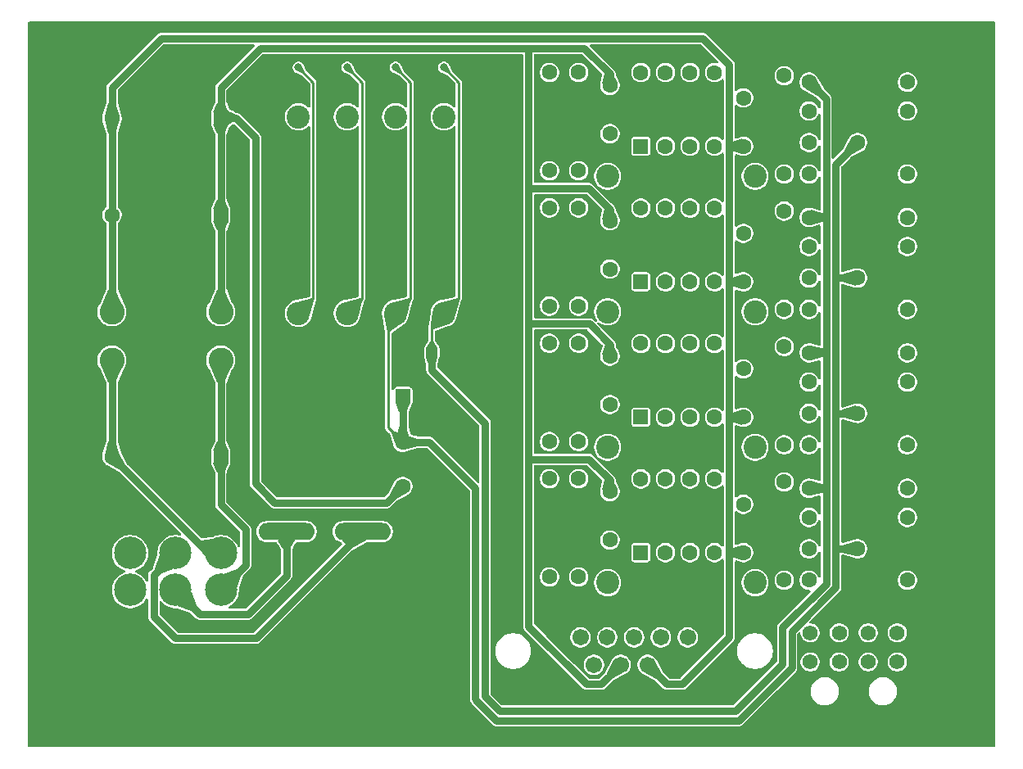
<source format=gbr>
%TF.GenerationSoftware,KiCad,Pcbnew,9.0.3*%
%TF.CreationDate,2025-07-27T17:23:19-07:00*%
%TF.ProjectId,bfieldsmaller,62666965-6c64-4736-9d61-6c6c65722e6b,rev?*%
%TF.SameCoordinates,Original*%
%TF.FileFunction,Copper,L2,Bot*%
%TF.FilePolarity,Positive*%
%FSLAX46Y46*%
G04 Gerber Fmt 4.6, Leading zero omitted, Abs format (unit mm)*
G04 Created by KiCad (PCBNEW 9.0.3) date 2025-07-27 17:23:19*
%MOMM*%
%LPD*%
G01*
G04 APERTURE LIST*
G04 Aperture macros list*
%AMRoundRect*
0 Rectangle with rounded corners*
0 $1 Rounding radius*
0 $2 $3 $4 $5 $6 $7 $8 $9 X,Y pos of 4 corners*
0 Add a 4 corners polygon primitive as box body*
4,1,4,$2,$3,$4,$5,$6,$7,$8,$9,$2,$3,0*
0 Add four circle primitives for the rounded corners*
1,1,$1+$1,$2,$3*
1,1,$1+$1,$4,$5*
1,1,$1+$1,$6,$7*
1,1,$1+$1,$8,$9*
0 Add four rect primitives between the rounded corners*
20,1,$1+$1,$2,$3,$4,$5,0*
20,1,$1+$1,$4,$5,$6,$7,0*
20,1,$1+$1,$6,$7,$8,$9,0*
20,1,$1+$1,$8,$9,$2,$3,0*%
G04 Aperture macros list end*
%TA.AperFunction,ComponentPad*%
%ADD10C,1.574800*%
%TD*%
%TA.AperFunction,ComponentPad*%
%ADD11RoundRect,0.250000X0.550000X-0.550000X0.550000X0.550000X-0.550000X0.550000X-0.550000X-0.550000X0*%
%TD*%
%TA.AperFunction,ComponentPad*%
%ADD12C,1.600000*%
%TD*%
%TA.AperFunction,ComponentPad*%
%ADD13C,2.400000*%
%TD*%
%TA.AperFunction,ComponentPad*%
%ADD14C,7.000000*%
%TD*%
%TA.AperFunction,ComponentPad*%
%ADD15RoundRect,0.250000X-0.350000X-0.350000X0.350000X-0.350000X0.350000X0.350000X-0.350000X0.350000X0*%
%TD*%
%TA.AperFunction,ComponentPad*%
%ADD16C,1.200000*%
%TD*%
%TA.AperFunction,ComponentPad*%
%ADD17RoundRect,0.250000X-0.550000X-0.550000X0.550000X-0.550000X0.550000X0.550000X-0.550000X0.550000X0*%
%TD*%
%TA.AperFunction,ComponentPad*%
%ADD18C,2.600000*%
%TD*%
%TA.AperFunction,ComponentPad*%
%ADD19RoundRect,0.250000X0.550000X0.550000X-0.550000X0.550000X-0.550000X-0.550000X0.550000X-0.550000X0*%
%TD*%
%TA.AperFunction,ComponentPad*%
%ADD20O,5.842000X1.778000*%
%TD*%
%TA.AperFunction,ComponentPad*%
%ADD21C,3.350000*%
%TD*%
%TA.AperFunction,ComponentPad*%
%ADD22C,1.701800*%
%TD*%
%TA.AperFunction,ViaPad*%
%ADD23C,0.800000*%
%TD*%
%TA.AperFunction,Conductor*%
%ADD24C,0.750000*%
%TD*%
%TA.AperFunction,Conductor*%
%ADD25C,0.250000*%
%TD*%
G04 APERTURE END LIST*
D10*
%TO.P,J2,1,1*%
%TO.N,/COM-OUT*%
X180854901Y-141197100D03*
%TO.P,J2,2,2*%
%TO.N,/Z-OUT*%
X183854900Y-141197100D03*
%TO.P,J2,3,3*%
%TO.N,/Y-OUT*%
X186854899Y-141197100D03*
%TO.P,J2,4,4*%
%TO.N,/X-OUT*%
X189854898Y-141197100D03*
%TO.P,J2,5,5*%
%TO.N,GND*%
X180854901Y-138197101D03*
%TO.P,J2,6,6*%
X183854900Y-138197101D03*
%TO.P,J2,7,7*%
X186854899Y-138197101D03*
%TO.P,J2,8,8*%
X189854898Y-138197101D03*
%TD*%
D11*
%TO.P,U1,1,NULL*%
%TO.N,unconnected-(U1-NULL-Pad1)*%
X163350000Y-87895000D03*
D12*
%TO.P,U1,2,-*%
%TO.N,Net-(U1--)*%
X165890000Y-87895000D03*
%TO.P,U1,3,+*%
%TO.N,GND*%
X168430000Y-87895000D03*
%TO.P,U1,4,V-*%
%TO.N,/-15V_f*%
X170970000Y-87895000D03*
%TO.P,U1,5,NULL*%
%TO.N,unconnected-(U1-NULL-Pad5)*%
X170970000Y-80275000D03*
%TO.P,U1,6*%
%TO.N,Net-(R13-Pad1)*%
X168430000Y-80275000D03*
%TO.P,U1,7,V+*%
%TO.N,/+15V_f*%
X165890000Y-80275000D03*
%TO.P,U1,8,NC*%
%TO.N,unconnected-(U1-NC-Pad8)*%
X163350000Y-80275000D03*
%TD*%
%TO.P,R17,1*%
%TO.N,Net-(U2-+)*%
X190910000Y-81250000D03*
%TO.P,R17,2*%
%TO.N,/+2.5V*%
X180750000Y-81250000D03*
%TD*%
D13*
%TO.P,R5,2*%
%TO.N,Net-(U1--)*%
X175160000Y-91000000D03*
%TO.P,R5,1*%
%TO.N,Net-(R1-Pad2)*%
X159920000Y-91000000D03*
%TD*%
D12*
%TO.P,R25,2*%
%TO.N,/X-OUT*%
X190910000Y-90750000D03*
%TO.P,R25,1*%
%TO.N,Net-(U2--)*%
X180750000Y-90750000D03*
%TD*%
%TO.P,R18,2*%
%TO.N,GND*%
X180750000Y-84250000D03*
%TO.P,R18,1*%
%TO.N,Net-(U2-+)*%
X190910000Y-84250000D03*
%TD*%
%TO.P,C12,2*%
%TO.N,GND*%
X173970000Y-82895000D03*
%TO.P,C12,1*%
%TO.N,/-15V_f*%
X173970000Y-87895000D03*
%TD*%
%TO.P,R9,2*%
%TO.N,Net-(R13-Pad1)*%
X156910000Y-80250000D03*
%TO.P,R9,1*%
%TO.N,Net-(U1--)*%
X156910000Y-90410000D03*
%TD*%
%TO.P,C13,1*%
%TO.N,GND*%
X180750000Y-87500000D03*
%TO.P,C13,2*%
%TO.N,/+5V*%
X185750000Y-87500000D03*
%TD*%
%TO.P,R1,2*%
%TO.N,Net-(R1-Pad2)*%
X153910000Y-90410000D03*
%TO.P,R1,1*%
%TO.N,/X-IN*%
X153910000Y-80250000D03*
%TD*%
%TO.P,C11,2*%
%TO.N,/+15V_f*%
X160160000Y-81590000D03*
%TO.P,C11,1*%
%TO.N,GND*%
X160160000Y-86590000D03*
%TD*%
%TO.P,R13,1*%
%TO.N,Net-(R13-Pad1)*%
X178160000Y-80590000D03*
%TO.P,R13,2*%
%TO.N,Net-(U2--)*%
X178160000Y-90750000D03*
%TD*%
D14*
%TO.P,H1,1,1*%
%TO.N,/PGND*%
X104250000Y-79250000D03*
%TD*%
%TO.P,H2,1,1*%
%TO.N,/PGND*%
X195750000Y-79250000D03*
%TD*%
%TO.P,H3,1,1*%
%TO.N,/PGND*%
X104250000Y-145750000D03*
%TD*%
%TO.P,H4,1,1*%
%TO.N,/PGND*%
X195750000Y-145750000D03*
%TD*%
D15*
%TO.P,C10,1*%
%TO.N,/+2.5V*%
X141750000Y-109190000D03*
D16*
%TO.P,C10,2*%
%TO.N,/PGND*%
X143750000Y-109190000D03*
%TD*%
D12*
%TO.P,C9,2*%
%TO.N,/PGND*%
X140750000Y-113750000D03*
D17*
%TO.P,C9,1*%
%TO.N,/+5V*%
X138750000Y-113750000D03*
%TD*%
D12*
%TO.P,C7,2*%
%TO.N,/PGND*%
X143750000Y-123060000D03*
%TO.P,C7,1*%
%TO.N,/+15V_f*%
X138750000Y-123060000D03*
%TD*%
%TO.P,C8,2*%
%TO.N,/PGND*%
X143750000Y-118500000D03*
%TO.P,C8,1*%
%TO.N,/+5V*%
X138750000Y-118500000D03*
%TD*%
D13*
%TO.P,R31,1*%
%TO.N,/+5V*%
X138000000Y-105160000D03*
%TO.P,R31,2*%
%TO.N,Net-(D3-A)*%
X138000000Y-84840000D03*
%TD*%
%TO.P,R29,1*%
%TO.N,/+15V_f*%
X127960000Y-105160000D03*
%TO.P,R29,2*%
%TO.N,Net-(D1-A)*%
X127960000Y-84840000D03*
%TD*%
%TO.P,R30,1*%
%TO.N,/-15V_f*%
X133000000Y-105160000D03*
%TO.P,R30,2*%
%TO.N,Net-(D2-K)*%
X133000000Y-84840000D03*
%TD*%
%TO.P,R32,1*%
%TO.N,/+2.5V*%
X143000000Y-105160000D03*
%TO.P,R32,2*%
%TO.N,Net-(D4-A)*%
X143000000Y-84840000D03*
%TD*%
D18*
%TO.P,L2,2,2*%
%TO.N,/+15V_f*%
X119932380Y-105000000D03*
%TO.P,L2,1,1*%
%TO.N,/+15V*%
X119932380Y-110000000D03*
%TD*%
%TO.P,L1,1,1*%
%TO.N,/-15V*%
X108682380Y-110000000D03*
%TO.P,L1,2,2*%
%TO.N,/-15V_f*%
X108682380Y-105000000D03*
%TD*%
D19*
%TO.P,C5,1*%
%TO.N,/PGND*%
X111182380Y-95000000D03*
D12*
%TO.P,C5,2*%
%TO.N,/-15V_f*%
X108682380Y-95000000D03*
%TD*%
D19*
%TO.P,C2,1*%
%TO.N,/+15V_f*%
X119932380Y-95000000D03*
D12*
%TO.P,C2,2*%
%TO.N,/PGND*%
X117432380Y-95000000D03*
%TD*%
D19*
%TO.P,C3,1*%
%TO.N,/+15V_f*%
X119932380Y-85000000D03*
D12*
%TO.P,C3,2*%
%TO.N,/PGND*%
X117432380Y-85000000D03*
%TD*%
%TO.P,R24,2*%
%TO.N,GND*%
X180750000Y-126250000D03*
%TO.P,R24,1*%
%TO.N,Net-(U8-+)*%
X190910000Y-126250000D03*
%TD*%
%TO.P,R4,2*%
%TO.N,Net-(R4-Pad2)*%
X153910000Y-132410000D03*
%TO.P,R4,1*%
%TO.N,/COM-IN*%
X153910000Y-122250000D03*
%TD*%
%TO.P,R28,2*%
%TO.N,/COM-OUT*%
X190910000Y-132750000D03*
%TO.P,R28,1*%
%TO.N,Net-(U8--)*%
X180750000Y-132750000D03*
%TD*%
%TO.P,U7,8,NC*%
%TO.N,unconnected-(U7-NC-Pad8)*%
X163350000Y-122275000D03*
%TO.P,U7,7,V+*%
%TO.N,/+15V_f*%
X165890000Y-122275000D03*
%TO.P,U7,6*%
%TO.N,Net-(R12-Pad2)*%
X168430000Y-122275000D03*
%TO.P,U7,5,NULL*%
%TO.N,unconnected-(U7-NULL-Pad5)*%
X170970000Y-122275000D03*
%TO.P,U7,4,V-*%
%TO.N,/-15V_f*%
X170970000Y-129895000D03*
%TO.P,U7,3,+*%
%TO.N,GND*%
X168430000Y-129895000D03*
%TO.P,U7,2,-*%
%TO.N,Net-(U7--)*%
X165890000Y-129895000D03*
D11*
%TO.P,U7,1,NULL*%
%TO.N,unconnected-(U7-NULL-Pad1)*%
X163350000Y-129895000D03*
%TD*%
D12*
%TO.P,R16,2*%
%TO.N,Net-(U8--)*%
X178160000Y-132750000D03*
%TO.P,R16,1*%
%TO.N,Net-(R12-Pad2)*%
X178160000Y-122590000D03*
%TD*%
%TO.P,C21,2*%
%TO.N,GND*%
X173970000Y-124895000D03*
%TO.P,C21,1*%
%TO.N,/-15V_f*%
X173970000Y-129895000D03*
%TD*%
%TO.P,R12,2*%
%TO.N,Net-(R12-Pad2)*%
X156910000Y-122250000D03*
%TO.P,R12,1*%
%TO.N,Net-(U7--)*%
X156910000Y-132410000D03*
%TD*%
D13*
%TO.P,R8,2*%
%TO.N,Net-(U7--)*%
X175160000Y-133000000D03*
%TO.P,R8,1*%
%TO.N,Net-(R4-Pad2)*%
X159920000Y-133000000D03*
%TD*%
D12*
%TO.P,R23,2*%
%TO.N,Net-(U8-+)*%
X190910000Y-123250000D03*
%TO.P,R23,1*%
%TO.N,/+2.5V*%
X180750000Y-123250000D03*
%TD*%
%TO.P,C20,2*%
%TO.N,/+15V_f*%
X160160000Y-123590000D03*
%TO.P,C20,1*%
%TO.N,GND*%
X160160000Y-128590000D03*
%TD*%
%TO.P,C22,2*%
%TO.N,/+5V*%
X185750000Y-129500000D03*
%TO.P,C22,1*%
%TO.N,GND*%
X180750000Y-129500000D03*
%TD*%
D13*
%TO.P,R6,1*%
%TO.N,Net-(R2-Pad2)*%
X159920000Y-105000000D03*
%TO.P,R6,2*%
%TO.N,Net-(U3--)*%
X175160000Y-105000000D03*
%TD*%
D12*
%TO.P,C16,1*%
%TO.N,GND*%
X180750000Y-101500000D03*
%TO.P,C16,2*%
%TO.N,/+5V*%
X185750000Y-101500000D03*
%TD*%
%TO.P,R20,2*%
%TO.N,GND*%
X180750000Y-98250000D03*
%TO.P,R20,1*%
%TO.N,Net-(U4-+)*%
X190910000Y-98250000D03*
%TD*%
%TO.P,R10,1*%
%TO.N,Net-(U3--)*%
X156910000Y-104410000D03*
%TO.P,R10,2*%
%TO.N,Net-(R10-Pad2)*%
X156910000Y-94250000D03*
%TD*%
%TO.P,C14,2*%
%TO.N,/+15V_f*%
X160160000Y-95590000D03*
%TO.P,C14,1*%
%TO.N,GND*%
X160160000Y-100590000D03*
%TD*%
%TO.P,R2,1*%
%TO.N,/Y-IN*%
X153910000Y-94250000D03*
%TO.P,R2,2*%
%TO.N,Net-(R2-Pad2)*%
X153910000Y-104410000D03*
%TD*%
D11*
%TO.P,U3,1,NULL*%
%TO.N,unconnected-(U3-NULL-Pad1)*%
X163350000Y-101895000D03*
D12*
%TO.P,U3,2,-*%
%TO.N,Net-(U3--)*%
X165890000Y-101895000D03*
%TO.P,U3,3,+*%
%TO.N,GND*%
X168430000Y-101895000D03*
%TO.P,U3,4,V-*%
%TO.N,/-15V_f*%
X170970000Y-101895000D03*
%TO.P,U3,5,NULL*%
%TO.N,unconnected-(U3-NULL-Pad5)*%
X170970000Y-94275000D03*
%TO.P,U3,6*%
%TO.N,Net-(R10-Pad2)*%
X168430000Y-94275000D03*
%TO.P,U3,7,V+*%
%TO.N,/+15V_f*%
X165890000Y-94275000D03*
%TO.P,U3,8,NC*%
%TO.N,unconnected-(U3-NC-Pad8)*%
X163350000Y-94275000D03*
%TD*%
%TO.P,C15,1*%
%TO.N,/-15V_f*%
X173970000Y-101895000D03*
%TO.P,C15,2*%
%TO.N,GND*%
X173970000Y-96895000D03*
%TD*%
%TO.P,R19,1*%
%TO.N,/+2.5V*%
X180750000Y-95250000D03*
%TO.P,R19,2*%
%TO.N,Net-(U4-+)*%
X190910000Y-95250000D03*
%TD*%
%TO.P,R26,1*%
%TO.N,Net-(U4--)*%
X180750000Y-104750000D03*
%TO.P,R26,2*%
%TO.N,/Y-OUT*%
X190910000Y-104750000D03*
%TD*%
%TO.P,R14,1*%
%TO.N,Net-(R10-Pad2)*%
X178160000Y-94590000D03*
%TO.P,R14,2*%
%TO.N,Net-(U4--)*%
X178160000Y-104750000D03*
%TD*%
%TO.P,R27,2*%
%TO.N,/Z-OUT*%
X190910000Y-118750000D03*
%TO.P,R27,1*%
%TO.N,Net-(U6--)*%
X180750000Y-118750000D03*
%TD*%
%TO.P,R22,1*%
%TO.N,Net-(U6-+)*%
X190910000Y-112250000D03*
%TO.P,R22,2*%
%TO.N,GND*%
X180750000Y-112250000D03*
%TD*%
D13*
%TO.P,R7,1*%
%TO.N,Net-(R3-Pad2)*%
X159920000Y-119000000D03*
%TO.P,R7,2*%
%TO.N,Net-(U5--)*%
X175160000Y-119000000D03*
%TD*%
D12*
%TO.P,C17,1*%
%TO.N,GND*%
X160160000Y-114590000D03*
%TO.P,C17,2*%
%TO.N,/+15V_f*%
X160160000Y-109590000D03*
%TD*%
%TO.P,R15,2*%
%TO.N,Net-(U6--)*%
X178160000Y-118750000D03*
%TO.P,R15,1*%
%TO.N,Net-(R11-Pad2)*%
X178160000Y-108590000D03*
%TD*%
%TO.P,C18,1*%
%TO.N,/-15V_f*%
X173970000Y-115895000D03*
%TO.P,C18,2*%
%TO.N,GND*%
X173970000Y-110895000D03*
%TD*%
%TO.P,R3,1*%
%TO.N,/Z-IN*%
X153910000Y-108250000D03*
%TO.P,R3,2*%
%TO.N,Net-(R3-Pad2)*%
X153910000Y-118410000D03*
%TD*%
%TO.P,R21,2*%
%TO.N,Net-(U6-+)*%
X190910000Y-109250000D03*
%TO.P,R21,1*%
%TO.N,/+2.5V*%
X180750000Y-109250000D03*
%TD*%
%TO.P,U5,8,NC*%
%TO.N,unconnected-(U5-NC-Pad8)*%
X163350000Y-108275000D03*
%TO.P,U5,7,V+*%
%TO.N,/+15V_f*%
X165890000Y-108275000D03*
%TO.P,U5,6*%
%TO.N,Net-(R11-Pad2)*%
X168430000Y-108275000D03*
%TO.P,U5,5,NULL*%
%TO.N,unconnected-(U5-NULL-Pad5)*%
X170970000Y-108275000D03*
%TO.P,U5,4,V-*%
%TO.N,/-15V_f*%
X170970000Y-115895000D03*
%TO.P,U5,3,+*%
%TO.N,GND*%
X168430000Y-115895000D03*
%TO.P,U5,2,-*%
%TO.N,Net-(U5--)*%
X165890000Y-115895000D03*
D11*
%TO.P,U5,1,NULL*%
%TO.N,unconnected-(U5-NULL-Pad1)*%
X163350000Y-115895000D03*
%TD*%
D12*
%TO.P,C19,2*%
%TO.N,/+5V*%
X185750000Y-115500000D03*
%TO.P,C19,1*%
%TO.N,GND*%
X180750000Y-115500000D03*
%TD*%
%TO.P,R11,1*%
%TO.N,Net-(U5--)*%
X156910000Y-118410000D03*
%TO.P,R11,2*%
%TO.N,Net-(R11-Pad2)*%
X156910000Y-108250000D03*
%TD*%
%TO.P,C4,2*%
%TO.N,/-15V*%
X108682380Y-120000000D03*
D19*
%TO.P,C4,1*%
%TO.N,/PGND*%
X111182380Y-120000000D03*
%TD*%
D20*
%TO.P,U11,1,+V*%
%TO.N,Net-(SW2A-B)*%
X126724000Y-127728500D03*
%TO.P,U11,2,-V*%
%TO.N,Net-(SW2B-B)*%
X134600000Y-127728500D03*
%TO.P,U11,3,GND*%
%TO.N,/PGND*%
X142476000Y-127728500D03*
%TD*%
D21*
%TO.P,SW2,1,A*%
%TO.N,/+15V*%
X119940000Y-133765000D03*
%TO.P,SW2,2,B*%
%TO.N,Net-(SW2A-B)*%
X115250000Y-133765000D03*
%TO.P,SW2,3,C*%
%TO.N,unconnected-(SW2A-C-Pad3)*%
X110560000Y-133765000D03*
%TO.P,SW2,4,A*%
%TO.N,/-15V*%
X119940000Y-129955000D03*
%TO.P,SW2,5,B*%
%TO.N,Net-(SW2B-B)*%
X115250000Y-129955000D03*
%TO.P,SW2,6,C*%
%TO.N,unconnected-(SW2B-C-Pad6)*%
X110560000Y-129955000D03*
%TO.P,SW2,*%
%TO.N,/PGND*%
X112710000Y-146465000D03*
X117790000Y-146465000D03*
%TD*%
D12*
%TO.P,C6,2*%
%TO.N,/-15V_f*%
X108682380Y-85000000D03*
D19*
%TO.P,C6,1*%
%TO.N,/PGND*%
X111182380Y-85000000D03*
%TD*%
D12*
%TO.P,C1,2*%
%TO.N,/PGND*%
X117432380Y-120000000D03*
D19*
%TO.P,C1,1*%
%TO.N,/+15V*%
X119932380Y-120000000D03*
%TD*%
D22*
%TO.P,J1,1,1*%
%TO.N,unconnected-(J1-Pad1)*%
X168190100Y-138655200D03*
%TO.P,J1,2,2*%
%TO.N,/X-IN*%
X165421500Y-138655200D03*
%TO.P,J1,3,3*%
%TO.N,/Y-IN*%
X162652900Y-138655200D03*
%TO.P,J1,4,4*%
%TO.N,/Z-IN*%
X159884300Y-138655200D03*
%TO.P,J1,5,5*%
%TO.N,/COM-IN*%
X157115700Y-138655200D03*
%TO.P,J1,6,6*%
%TO.N,/PGND*%
X166805800Y-141500000D03*
%TO.P,J1,7,7*%
%TO.N,/-15V_f*%
X164037200Y-141500000D03*
%TO.P,J1,8,8*%
%TO.N,/+15V_f*%
X161268600Y-141500000D03*
%TO.P,J1,9,9*%
%TO.N,unconnected-(J1-Pad9)*%
X158500000Y-141500000D03*
%TD*%
D23*
%TO.N,/+2.5V*%
X143000000Y-79750000D03*
%TO.N,/+5V*%
X138000000Y-79750000D03*
%TO.N,/-15V_f*%
X133000000Y-79750000D03*
%TO.N,/+15V_f*%
X127960000Y-79750000D03*
%TO.N,/PGND*%
X128990000Y-111470000D03*
X128990000Y-120780000D03*
%TD*%
D24*
%TO.N,/-15V_f*%
X108682380Y-85000000D02*
X108682380Y-81817620D01*
X108682380Y-81817620D02*
X113750000Y-76750000D01*
X113750000Y-76750000D02*
X169770958Y-76750000D01*
X169770958Y-76750000D02*
X172500000Y-79479042D01*
X166037200Y-143500000D02*
X164037200Y-141500000D01*
X172500000Y-79479042D02*
X172500000Y-138625000D01*
X167625000Y-143500000D02*
X166037200Y-143500000D01*
X172500000Y-138625000D02*
X167625000Y-143500000D01*
%TO.N,/+15V_f*%
X161268600Y-141500000D02*
X159268600Y-143500000D01*
X151750000Y-137500000D02*
X151750000Y-77750000D01*
X159268600Y-143500000D02*
X157750000Y-143500000D01*
X157750000Y-143500000D02*
X151750000Y-137500000D01*
D25*
%TO.N,/-15V_f*%
X133000000Y-79750000D02*
X134526000Y-81276000D01*
X134526000Y-81276000D02*
X134526000Y-103634000D01*
X134526000Y-103634000D02*
X133000000Y-105160000D01*
D24*
X172500000Y-129895000D02*
X173970000Y-129895000D01*
%TO.N,/+15V_f*%
X119932380Y-85000000D02*
X121500000Y-85000000D01*
X121500000Y-85000000D02*
X123500000Y-87000000D01*
X125500000Y-124750000D02*
X137060000Y-124750000D01*
X123500000Y-87000000D02*
X123500000Y-122750000D01*
X123500000Y-122750000D02*
X125500000Y-124750000D01*
X137060000Y-124750000D02*
X138750000Y-123060000D01*
%TO.N,Net-(SW2B-B)*%
X115250000Y-129955000D02*
X112999000Y-132206000D01*
X112999000Y-136499000D02*
X115250000Y-138750000D01*
X112999000Y-132206000D02*
X112999000Y-136499000D01*
X115250000Y-138750000D02*
X123578500Y-138750000D01*
X123578500Y-138750000D02*
X134600000Y-127728500D01*
%TO.N,Net-(SW2A-B)*%
X115250000Y-133765000D02*
X117735000Y-136250000D01*
X117735000Y-136250000D02*
X122750000Y-136250000D01*
X122750000Y-136250000D02*
X126724000Y-132276000D01*
X126724000Y-132276000D02*
X126724000Y-127728500D01*
%TO.N,/+5V*%
X185750000Y-87500000D02*
X183500000Y-89750000D01*
X178951000Y-141799000D02*
X173500000Y-147250000D01*
X146250000Y-123250000D02*
X141500000Y-118500000D01*
X183500000Y-89750000D02*
X183500000Y-133500000D01*
X183500000Y-133500000D02*
X178951000Y-138049000D01*
X141500000Y-118500000D02*
X138750000Y-118500000D01*
X178951000Y-138049000D02*
X178951000Y-141799000D01*
X173500000Y-147250000D02*
X148405082Y-147250000D01*
X146299000Y-145049000D02*
X146250000Y-145000000D01*
X146299000Y-145143917D02*
X146299000Y-145049000D01*
X146250000Y-145000000D02*
X146250000Y-123250000D01*
X148405082Y-147250000D02*
X146299000Y-145143917D01*
%TO.N,/+2.5V*%
X182500000Y-123250000D02*
X182500000Y-133125000D01*
X182500000Y-133125000D02*
X178000000Y-137625000D01*
X178000000Y-137625000D02*
X178000000Y-141405082D01*
X178000000Y-141405082D02*
X173155082Y-146250000D01*
X141750000Y-111000000D02*
X141750000Y-109190000D01*
X173155082Y-146250000D02*
X148750000Y-146250000D01*
X147250000Y-144750000D02*
X147250000Y-116500000D01*
X148750000Y-146250000D02*
X147250000Y-144750000D01*
X147250000Y-116500000D02*
X141750000Y-111000000D01*
%TO.N,/+5V*%
X185750000Y-101500000D02*
X183500000Y-101500000D01*
X185750000Y-115500000D02*
X183500000Y-115500000D01*
X185750000Y-129500000D02*
X183500000Y-129500000D01*
%TO.N,/+2.5V*%
X182500000Y-83000000D02*
X182500000Y-95250000D01*
X180750000Y-95250000D02*
X182500000Y-95250000D01*
X182500000Y-95250000D02*
X182500000Y-109250000D01*
X180750000Y-109250000D02*
X182500000Y-109250000D01*
X182500000Y-109250000D02*
X182500000Y-123250000D01*
X180750000Y-123250000D02*
X182500000Y-123250000D01*
%TO.N,/+15V*%
X119932380Y-120000000D02*
X119932380Y-124932380D01*
X119932380Y-124932380D02*
X122500000Y-127500000D01*
X122500000Y-127500000D02*
X122500000Y-131205000D01*
X122500000Y-131205000D02*
X119940000Y-133765000D01*
%TO.N,/+2.5V*%
X180750000Y-81250000D02*
X182500000Y-83000000D01*
%TO.N,/+15V_f*%
X151750000Y-92250000D02*
X158000000Y-92250000D01*
X158000000Y-92250000D02*
X160160000Y-94410000D01*
X160160000Y-94410000D02*
X160160000Y-95590000D01*
X160160000Y-109590000D02*
X160160000Y-108375000D01*
X160160000Y-108375000D02*
X158035000Y-106250000D01*
X158035000Y-106250000D02*
X151750000Y-106250000D01*
D25*
%TO.N,/+5V*%
X138750000Y-118500000D02*
X137250000Y-117000000D01*
X137250000Y-117000000D02*
X137250000Y-105910000D01*
X137250000Y-105910000D02*
X138000000Y-105160000D01*
D24*
%TO.N,/+15V_f*%
X160160000Y-81590000D02*
X160160000Y-80410000D01*
X160160000Y-80410000D02*
X157500000Y-77750000D01*
X124000000Y-77750000D02*
X119932380Y-81817620D01*
X157500000Y-77750000D02*
X124000000Y-77750000D01*
X119932380Y-81817620D02*
X119932380Y-85000000D01*
D25*
%TO.N,/+2.5V*%
X143000000Y-79750000D02*
X144526000Y-81276000D01*
X144526000Y-81276000D02*
X144526000Y-103634000D01*
X144526000Y-103634000D02*
X143000000Y-105160000D01*
%TO.N,/+5V*%
X138000000Y-79750000D02*
X139526000Y-81276000D01*
X139526000Y-81276000D02*
X139526000Y-103634000D01*
X139526000Y-103634000D02*
X138000000Y-105160000D01*
%TO.N,/+15V_f*%
X127960000Y-79750000D02*
X129486000Y-81276000D01*
X129486000Y-81276000D02*
X129486000Y-103634000D01*
X129486000Y-103634000D02*
X127960000Y-105160000D01*
%TO.N,/+2.5V*%
X141750000Y-109190000D02*
X141750000Y-106410000D01*
X141750000Y-106410000D02*
X143000000Y-105160000D01*
D24*
%TO.N,/+5V*%
X138750000Y-113750000D02*
X138750000Y-118500000D01*
%TO.N,/-15V_f*%
X172500000Y-87895000D02*
X173970000Y-87895000D01*
X172500000Y-101895000D02*
X173970000Y-101895000D01*
X172500000Y-115895000D02*
X173970000Y-115895000D01*
%TO.N,/-15V*%
X108682380Y-120000000D02*
X118637380Y-129955000D01*
X118637380Y-129955000D02*
X119940000Y-129955000D01*
%TO.N,/-15V_f*%
X108682380Y-105000000D02*
X108682380Y-85000000D01*
%TO.N,/-15V*%
X108682380Y-120000000D02*
X108682380Y-110000000D01*
%TO.N,/+15V_f*%
X119932380Y-95000000D02*
X119932380Y-85000000D01*
X119932380Y-105000000D02*
X119932380Y-95000000D01*
%TO.N,/+15V*%
X119932380Y-120000000D02*
X119932380Y-110000000D01*
%TO.N,/+15V_f*%
X160160000Y-123590000D02*
X160160000Y-122410000D01*
X160160000Y-122410000D02*
X158000000Y-120250000D01*
X158000000Y-120250000D02*
X151995000Y-120250000D01*
%TD*%
%TA.AperFunction,Conductor*%
%TO.N,/PGND*%
G36*
X199942539Y-75020185D02*
G01*
X199988294Y-75072989D01*
X199999500Y-75124500D01*
X199999500Y-149875500D01*
X199979815Y-149942539D01*
X199927011Y-149988294D01*
X199875500Y-149999500D01*
X100124500Y-149999500D01*
X100057461Y-149979815D01*
X100011706Y-149927011D01*
X100000500Y-149875500D01*
X100000500Y-109881902D01*
X107181880Y-109881902D01*
X107181880Y-110118097D01*
X107218826Y-110351368D01*
X107291813Y-110575996D01*
X107399037Y-110786433D01*
X107498392Y-110923183D01*
X107512142Y-110947443D01*
X107935852Y-111941384D01*
X108096948Y-112319282D01*
X108106880Y-112367908D01*
X108106880Y-118351626D01*
X108102076Y-118385805D01*
X107730620Y-119681231D01*
X107730621Y-119681232D01*
X107728679Y-119688003D01*
X107720329Y-119708165D01*
X107714508Y-119737420D01*
X107713088Y-119742375D01*
X107713088Y-119742379D01*
X107703700Y-119775121D01*
X107701520Y-119783369D01*
X107701293Y-119784305D01*
X107701060Y-119795311D01*
X107698705Y-119816870D01*
X107681880Y-119901454D01*
X107681880Y-119901459D01*
X107681880Y-120098541D01*
X107681880Y-120098543D01*
X107681879Y-120098543D01*
X107720327Y-120291829D01*
X107720330Y-120291839D01*
X107795744Y-120473907D01*
X107795751Y-120473920D01*
X107905240Y-120637781D01*
X107905243Y-120637785D01*
X108044594Y-120777136D01*
X108044598Y-120777139D01*
X108127530Y-120832552D01*
X108149399Y-120851065D01*
X108183651Y-120870051D01*
X108208466Y-120886632D01*
X108222122Y-120892288D01*
X108234784Y-120898394D01*
X109413451Y-121551743D01*
X109441014Y-121572514D01*
X115785879Y-127917379D01*
X115819364Y-127978702D01*
X115814380Y-128048394D01*
X115772508Y-128104327D01*
X115707044Y-128128744D01*
X115666106Y-128124835D01*
X115616684Y-128111593D01*
X115616685Y-128111593D01*
X115616677Y-128111591D01*
X115561503Y-128104327D01*
X115372934Y-128079500D01*
X115372927Y-128079500D01*
X115127073Y-128079500D01*
X115127065Y-128079500D01*
X114895059Y-128110045D01*
X114883323Y-128111591D01*
X114819307Y-128128744D01*
X114645847Y-128175222D01*
X114645837Y-128175225D01*
X114418714Y-128269303D01*
X114418705Y-128269307D01*
X114205787Y-128392236D01*
X114010745Y-128541897D01*
X114010738Y-128541903D01*
X113836903Y-128715738D01*
X113836897Y-128715745D01*
X113687236Y-128910787D01*
X113564307Y-129123705D01*
X113564303Y-129123714D01*
X113470225Y-129350837D01*
X113470222Y-129350847D01*
X113410323Y-129574397D01*
X113406592Y-129588320D01*
X113406590Y-129588331D01*
X113374500Y-129832065D01*
X113374500Y-130077929D01*
X113382573Y-130139256D01*
X113376398Y-130197180D01*
X112930937Y-131443323D01*
X112901854Y-131489264D01*
X112645635Y-131745485D01*
X112538487Y-131852632D01*
X112538485Y-131852635D01*
X112462719Y-131983863D01*
X112423500Y-132130234D01*
X112423500Y-132778903D01*
X112403815Y-132845942D01*
X112351011Y-132891697D01*
X112281853Y-132901641D01*
X112218297Y-132872616D01*
X112192113Y-132840903D01*
X112156317Y-132778903D01*
X112122767Y-132720792D01*
X111973101Y-132525744D01*
X111973096Y-132525738D01*
X111799261Y-132351903D01*
X111799254Y-132351897D01*
X111604212Y-132202236D01*
X111604211Y-132202235D01*
X111604208Y-132202233D01*
X111391292Y-132079306D01*
X111328501Y-132053297D01*
X111164162Y-131985225D01*
X111164156Y-131985223D01*
X111164153Y-131985222D01*
X111143821Y-131979774D01*
X111084162Y-131943411D01*
X111053632Y-131880564D01*
X111061926Y-131811189D01*
X111106411Y-131757310D01*
X111143821Y-131740225D01*
X111164153Y-131734778D01*
X111391292Y-131640694D01*
X111604208Y-131517767D01*
X111799256Y-131368101D01*
X111973101Y-131194256D01*
X112122767Y-130999208D01*
X112245694Y-130786292D01*
X112339778Y-130559153D01*
X112403409Y-130321677D01*
X112435500Y-130077927D01*
X112435500Y-129832073D01*
X112403409Y-129588323D01*
X112339778Y-129350847D01*
X112337122Y-129344436D01*
X112300994Y-129257214D01*
X112245694Y-129123708D01*
X112122767Y-128910792D01*
X112030980Y-128791173D01*
X111973102Y-128715745D01*
X111973096Y-128715738D01*
X111799261Y-128541903D01*
X111799254Y-128541897D01*
X111604212Y-128392236D01*
X111604211Y-128392235D01*
X111604208Y-128392233D01*
X111391292Y-128269306D01*
X111391285Y-128269303D01*
X111164162Y-128175225D01*
X111164155Y-128175223D01*
X111164153Y-128175222D01*
X110926677Y-128111591D01*
X110871503Y-128104327D01*
X110682934Y-128079500D01*
X110682927Y-128079500D01*
X110437073Y-128079500D01*
X110437065Y-128079500D01*
X110205059Y-128110045D01*
X110193323Y-128111591D01*
X110129307Y-128128744D01*
X109955847Y-128175222D01*
X109955837Y-128175225D01*
X109728714Y-128269303D01*
X109728705Y-128269307D01*
X109515787Y-128392236D01*
X109320745Y-128541897D01*
X109320738Y-128541903D01*
X109146903Y-128715738D01*
X109146897Y-128715745D01*
X108997236Y-128910787D01*
X108874307Y-129123705D01*
X108874303Y-129123714D01*
X108780225Y-129350837D01*
X108780222Y-129350847D01*
X108720323Y-129574397D01*
X108716592Y-129588320D01*
X108716590Y-129588331D01*
X108684500Y-129832065D01*
X108684500Y-130077934D01*
X108710727Y-130277136D01*
X108716591Y-130321677D01*
X108780222Y-130559152D01*
X108780225Y-130559162D01*
X108865974Y-130766177D01*
X108874306Y-130786292D01*
X108997233Y-130999208D01*
X108997235Y-130999211D01*
X108997236Y-130999212D01*
X109146897Y-131194254D01*
X109146903Y-131194261D01*
X109320738Y-131368096D01*
X109320744Y-131368101D01*
X109515792Y-131517767D01*
X109728708Y-131640694D01*
X109955847Y-131734778D01*
X109976178Y-131740225D01*
X110035838Y-131776590D01*
X110066367Y-131839437D01*
X110058072Y-131908812D01*
X110013587Y-131962690D01*
X109976178Y-131979774D01*
X109955851Y-131985221D01*
X109955847Y-131985222D01*
X109955837Y-131985225D01*
X109728714Y-132079303D01*
X109728705Y-132079307D01*
X109515787Y-132202236D01*
X109320745Y-132351897D01*
X109320738Y-132351903D01*
X109146903Y-132525738D01*
X109146897Y-132525745D01*
X108997236Y-132720787D01*
X108874307Y-132933705D01*
X108874303Y-132933714D01*
X108780225Y-133160837D01*
X108780222Y-133160847D01*
X108719416Y-133387782D01*
X108716592Y-133398320D01*
X108716590Y-133398331D01*
X108684500Y-133642065D01*
X108684500Y-133887934D01*
X108708240Y-134068247D01*
X108716591Y-134131677D01*
X108761129Y-134297895D01*
X108780222Y-134369152D01*
X108780225Y-134369162D01*
X108793206Y-134400500D01*
X108874306Y-134596292D01*
X108997233Y-134809208D01*
X108997235Y-134809211D01*
X108997236Y-134809212D01*
X109146897Y-135004254D01*
X109146903Y-135004261D01*
X109320738Y-135178096D01*
X109320744Y-135178101D01*
X109515792Y-135327767D01*
X109728708Y-135450694D01*
X109955847Y-135544778D01*
X110193323Y-135608409D01*
X110437073Y-135640500D01*
X110437080Y-135640500D01*
X110682920Y-135640500D01*
X110682927Y-135640500D01*
X110926677Y-135608409D01*
X111164153Y-135544778D01*
X111391292Y-135450694D01*
X111604208Y-135327767D01*
X111799256Y-135178101D01*
X111973101Y-135004256D01*
X112122767Y-134809208D01*
X112192114Y-134689094D01*
X112242680Y-134640880D01*
X112311287Y-134627657D01*
X112376152Y-134653625D01*
X112416680Y-134710540D01*
X112423500Y-134751096D01*
X112423500Y-136574765D01*
X112462719Y-136721136D01*
X112500331Y-136786280D01*
X112538485Y-136852365D01*
X114789485Y-139103365D01*
X114896635Y-139210515D01*
X115027865Y-139286281D01*
X115174234Y-139325500D01*
X115174236Y-139325500D01*
X123654264Y-139325500D01*
X123654266Y-139325500D01*
X123800635Y-139286281D01*
X123931865Y-139210515D01*
X133444096Y-129698282D01*
X133471888Y-129677386D01*
X135002255Y-128833416D01*
X135062136Y-128818000D01*
X136717745Y-128818000D01*
X136717746Y-128818000D01*
X136887125Y-128791173D01*
X137050223Y-128738179D01*
X137203022Y-128660324D01*
X137341762Y-128559524D01*
X137463024Y-128438262D01*
X137563824Y-128299522D01*
X137641679Y-128146723D01*
X137694673Y-127983625D01*
X137721500Y-127814246D01*
X137721500Y-127642754D01*
X137694673Y-127473375D01*
X137641679Y-127310277D01*
X137563824Y-127157478D01*
X137469128Y-127027139D01*
X137463029Y-127018744D01*
X137463025Y-127018739D01*
X137341760Y-126897474D01*
X137341755Y-126897470D01*
X137203025Y-126796678D01*
X137203024Y-126796677D01*
X137203022Y-126796676D01*
X137050223Y-126718821D01*
X136887125Y-126665827D01*
X136887123Y-126665826D01*
X136887122Y-126665826D01*
X136757009Y-126645218D01*
X136717746Y-126639000D01*
X132482254Y-126639000D01*
X132450379Y-126644048D01*
X132312877Y-126665826D01*
X132149774Y-126718822D01*
X131996974Y-126796678D01*
X131858244Y-126897470D01*
X131858239Y-126897474D01*
X131736974Y-127018739D01*
X131736970Y-127018744D01*
X131636178Y-127157474D01*
X131558322Y-127310274D01*
X131505326Y-127473377D01*
X131478500Y-127642754D01*
X131478500Y-127814245D01*
X131505326Y-127983622D01*
X131505327Y-127983625D01*
X131558321Y-128146723D01*
X131635487Y-128298170D01*
X131636178Y-128299525D01*
X131736970Y-128438255D01*
X131736974Y-128438260D01*
X131858239Y-128559525D01*
X131858244Y-128559529D01*
X131932348Y-128613368D01*
X131996978Y-128660324D01*
X132149777Y-128738179D01*
X132312875Y-128791173D01*
X132320784Y-128792425D01*
X132341550Y-128802268D01*
X132363861Y-128807784D01*
X132379693Y-128820347D01*
X132383919Y-128822350D01*
X132391507Y-128829721D01*
X132413548Y-128853040D01*
X132451258Y-128892937D01*
X132483003Y-128955179D01*
X132476057Y-129024703D01*
X132448823Y-129065795D01*
X123376439Y-138138181D01*
X123315116Y-138171666D01*
X123288758Y-138174500D01*
X115539742Y-138174500D01*
X115472703Y-138154815D01*
X115452061Y-138138181D01*
X113610819Y-136296939D01*
X113577334Y-136235616D01*
X113574500Y-136209258D01*
X113574500Y-135027583D01*
X113594185Y-134960544D01*
X113646989Y-134914789D01*
X113716147Y-134904845D01*
X113779703Y-134933870D01*
X113796876Y-134952097D01*
X113836897Y-135004254D01*
X113836903Y-135004261D01*
X114010738Y-135178096D01*
X114010744Y-135178101D01*
X114205792Y-135327767D01*
X114418708Y-135450694D01*
X114645847Y-135544778D01*
X114883323Y-135608409D01*
X115127073Y-135640500D01*
X115127080Y-135640500D01*
X115372921Y-135640500D01*
X115372927Y-135640500D01*
X115434261Y-135632424D01*
X115492183Y-135638598D01*
X116738322Y-136084059D01*
X116784261Y-136113141D01*
X117274485Y-136603365D01*
X117381635Y-136710515D01*
X117512865Y-136786281D01*
X117659234Y-136825500D01*
X117659236Y-136825500D01*
X122825764Y-136825500D01*
X122825766Y-136825500D01*
X122972135Y-136786281D01*
X123103365Y-136710515D01*
X127184515Y-132629365D01*
X127260281Y-132498135D01*
X127299500Y-132351766D01*
X127299500Y-132200233D01*
X127299500Y-129603545D01*
X127316150Y-129541479D01*
X127614139Y-129026086D01*
X127698642Y-128879933D01*
X127749239Y-128831749D01*
X127805991Y-128818000D01*
X128841745Y-128818000D01*
X128841746Y-128818000D01*
X129011125Y-128791173D01*
X129174223Y-128738179D01*
X129327022Y-128660324D01*
X129465762Y-128559524D01*
X129587024Y-128438262D01*
X129687824Y-128299522D01*
X129765679Y-128146723D01*
X129818673Y-127983625D01*
X129845500Y-127814246D01*
X129845500Y-127642754D01*
X129818673Y-127473375D01*
X129765679Y-127310277D01*
X129687824Y-127157478D01*
X129593128Y-127027139D01*
X129587029Y-127018744D01*
X129587025Y-127018739D01*
X129465760Y-126897474D01*
X129465755Y-126897470D01*
X129327025Y-126796678D01*
X129327024Y-126796677D01*
X129327022Y-126796676D01*
X129174223Y-126718821D01*
X129011125Y-126665827D01*
X129011123Y-126665826D01*
X129011122Y-126665826D01*
X128881009Y-126645218D01*
X128841746Y-126639000D01*
X124606254Y-126639000D01*
X124574379Y-126644048D01*
X124436877Y-126665826D01*
X124273774Y-126718822D01*
X124120974Y-126796678D01*
X123982244Y-126897470D01*
X123982239Y-126897474D01*
X123860974Y-127018739D01*
X123860970Y-127018744D01*
X123760178Y-127157474D01*
X123682322Y-127310274D01*
X123629326Y-127473377D01*
X123602500Y-127642754D01*
X123602500Y-127814245D01*
X123629326Y-127983622D01*
X123629327Y-127983625D01*
X123682321Y-128146723D01*
X123759487Y-128298170D01*
X123760178Y-128299525D01*
X123860970Y-128438255D01*
X123860974Y-128438260D01*
X123982239Y-128559525D01*
X123982244Y-128559529D01*
X124056348Y-128613368D01*
X124120978Y-128660324D01*
X124273777Y-128738179D01*
X124436875Y-128791173D01*
X124606254Y-128818000D01*
X125642008Y-128818000D01*
X125709047Y-128837685D01*
X125749357Y-128879933D01*
X125862906Y-129076323D01*
X126131849Y-129541479D01*
X126148500Y-129603545D01*
X126148500Y-131986258D01*
X126128815Y-132053297D01*
X126112181Y-132073939D01*
X122547939Y-135638181D01*
X122486616Y-135671666D01*
X122460258Y-135674500D01*
X120846423Y-135674500D01*
X120779384Y-135654815D01*
X120733629Y-135602011D01*
X120723685Y-135532853D01*
X120752710Y-135469297D01*
X120784423Y-135443113D01*
X120803609Y-135432035D01*
X120984208Y-135327767D01*
X121179256Y-135178101D01*
X121353101Y-135004256D01*
X121502767Y-134809208D01*
X121625694Y-134596292D01*
X121719778Y-134369153D01*
X121783409Y-134131677D01*
X121815500Y-133887927D01*
X121815500Y-133642073D01*
X121807424Y-133580736D01*
X121813598Y-133522815D01*
X122259059Y-132276675D01*
X122288138Y-132230740D01*
X122960515Y-131558365D01*
X123036281Y-131427135D01*
X123075500Y-131280766D01*
X123075500Y-131129233D01*
X123075500Y-127424234D01*
X123036281Y-127277865D01*
X122960515Y-127146635D01*
X122853365Y-127039485D01*
X120544199Y-124730319D01*
X120510714Y-124668996D01*
X120507880Y-124642638D01*
X120507880Y-121678926D01*
X120517775Y-121630386D01*
X120584785Y-121472863D01*
X120899035Y-120734142D01*
X120912992Y-120685288D01*
X120912992Y-120685285D01*
X120914049Y-120681587D01*
X120914171Y-120681621D01*
X120916583Y-120673114D01*
X120930026Y-120634699D01*
X120932880Y-120604266D01*
X120932880Y-119395734D01*
X120932134Y-119387782D01*
X120930026Y-119365302D01*
X120907347Y-119300487D01*
X120903007Y-119284878D01*
X120899036Y-119265862D01*
X120899035Y-119265857D01*
X120555443Y-118458160D01*
X120517775Y-118369612D01*
X120507880Y-118321072D01*
X120507880Y-112367908D01*
X120517812Y-112319282D01*
X121102617Y-110947439D01*
X121116359Y-110923193D01*
X121215723Y-110786433D01*
X121322948Y-110575992D01*
X121395933Y-110351368D01*
X121410845Y-110257218D01*
X121432880Y-110118097D01*
X121432880Y-109881902D01*
X121395933Y-109648631D01*
X121344863Y-109491456D01*
X121322948Y-109424008D01*
X121322946Y-109424005D01*
X121322946Y-109424003D01*
X121227689Y-109237052D01*
X121215723Y-109213567D01*
X121076897Y-109022490D01*
X120909890Y-108855483D01*
X120718813Y-108716657D01*
X120508376Y-108609433D01*
X120283748Y-108536446D01*
X120050477Y-108499500D01*
X120050472Y-108499500D01*
X119814288Y-108499500D01*
X119814283Y-108499500D01*
X119581011Y-108536446D01*
X119356383Y-108609433D01*
X119145946Y-108716657D01*
X119064160Y-108776079D01*
X118954870Y-108855483D01*
X118954868Y-108855485D01*
X118954867Y-108855485D01*
X118787865Y-109022487D01*
X118787865Y-109022488D01*
X118787863Y-109022490D01*
X118750280Y-109074219D01*
X118649037Y-109213566D01*
X118541813Y-109424003D01*
X118468826Y-109648631D01*
X118431880Y-109881902D01*
X118431880Y-110118097D01*
X118468826Y-110351368D01*
X118541813Y-110575996D01*
X118649037Y-110786433D01*
X118748392Y-110923183D01*
X118762142Y-110947443D01*
X119185852Y-111941384D01*
X119346948Y-112319282D01*
X119356880Y-112367908D01*
X119356880Y-118321071D01*
X119346985Y-118369611D01*
X118965722Y-119265860D01*
X118950707Y-119318434D01*
X118950584Y-119318398D01*
X118948176Y-119326882D01*
X118934733Y-119365301D01*
X118931880Y-119395730D01*
X118931880Y-120604269D01*
X118934733Y-120634694D01*
X118934734Y-120634701D01*
X118957409Y-120699505D01*
X118961747Y-120715105D01*
X118965721Y-120734132D01*
X118965723Y-120734139D01*
X118965724Y-120734142D01*
X119339256Y-121612218D01*
X119346985Y-121630386D01*
X119356880Y-121678926D01*
X119356880Y-125008145D01*
X119396099Y-125154516D01*
X119414759Y-125186835D01*
X119471865Y-125285745D01*
X119471867Y-125285747D01*
X121888181Y-127702061D01*
X121921666Y-127763384D01*
X121924500Y-127789742D01*
X121924500Y-129221698D01*
X121904815Y-129288737D01*
X121852011Y-129334492D01*
X121782853Y-129344436D01*
X121719297Y-129315411D01*
X121685939Y-129269151D01*
X121625697Y-129123714D01*
X121625692Y-129123705D01*
X121622318Y-129117861D01*
X121502767Y-128910792D01*
X121410980Y-128791173D01*
X121353102Y-128715745D01*
X121353096Y-128715738D01*
X121179261Y-128541903D01*
X121179254Y-128541897D01*
X120984212Y-128392236D01*
X120984211Y-128392235D01*
X120984208Y-128392233D01*
X120771292Y-128269306D01*
X120771285Y-128269303D01*
X120544162Y-128175225D01*
X120544155Y-128175223D01*
X120544153Y-128175222D01*
X120306677Y-128111591D01*
X120251503Y-128104327D01*
X120062934Y-128079500D01*
X120062927Y-128079500D01*
X119817073Y-128079500D01*
X119817065Y-128079500D01*
X119585059Y-128110045D01*
X119573323Y-128111591D01*
X119509307Y-128128744D01*
X119335847Y-128175222D01*
X119335837Y-128175225D01*
X119108714Y-128269303D01*
X119108702Y-128269309D01*
X119064694Y-128294716D01*
X119017330Y-128310461D01*
X117995077Y-128431954D01*
X117926183Y-128420319D01*
X117892762Y-128396502D01*
X110254894Y-120758634D01*
X110234122Y-120731070D01*
X109621641Y-119626128D01*
X109610901Y-119600200D01*
X109262683Y-118385805D01*
X109257880Y-118351626D01*
X109257880Y-112367908D01*
X109267812Y-112319282D01*
X109852617Y-110947439D01*
X109866359Y-110923193D01*
X109965723Y-110786433D01*
X110072948Y-110575992D01*
X110145933Y-110351368D01*
X110160845Y-110257218D01*
X110182880Y-110118097D01*
X110182880Y-109881902D01*
X110145933Y-109648631D01*
X110094863Y-109491456D01*
X110072948Y-109424008D01*
X110072946Y-109424005D01*
X110072946Y-109424003D01*
X109977689Y-109237052D01*
X109965723Y-109213567D01*
X109826897Y-109022490D01*
X109659890Y-108855483D01*
X109468813Y-108716657D01*
X109258376Y-108609433D01*
X109033748Y-108536446D01*
X108800477Y-108499500D01*
X108800472Y-108499500D01*
X108564288Y-108499500D01*
X108564283Y-108499500D01*
X108331011Y-108536446D01*
X108106383Y-108609433D01*
X107895946Y-108716657D01*
X107814160Y-108776079D01*
X107704870Y-108855483D01*
X107704868Y-108855485D01*
X107704867Y-108855485D01*
X107537865Y-109022487D01*
X107537865Y-109022488D01*
X107537863Y-109022490D01*
X107500280Y-109074219D01*
X107399037Y-109213566D01*
X107291813Y-109424003D01*
X107218826Y-109648631D01*
X107181880Y-109881902D01*
X100000500Y-109881902D01*
X100000500Y-104881902D01*
X107181880Y-104881902D01*
X107181880Y-105118097D01*
X107218826Y-105351368D01*
X107291813Y-105575996D01*
X107353777Y-105697606D01*
X107399037Y-105786433D01*
X107537863Y-105977510D01*
X107704870Y-106144517D01*
X107895947Y-106283343D01*
X107995371Y-106334002D01*
X108106383Y-106390566D01*
X108106385Y-106390566D01*
X108106388Y-106390568D01*
X108226792Y-106429689D01*
X108331011Y-106463553D01*
X108564283Y-106500500D01*
X108564288Y-106500500D01*
X108800477Y-106500500D01*
X109033748Y-106463553D01*
X109051161Y-106457895D01*
X109258372Y-106390568D01*
X109468813Y-106283343D01*
X109659890Y-106144517D01*
X109826897Y-105977510D01*
X109965723Y-105786433D01*
X110072948Y-105575992D01*
X110145933Y-105351368D01*
X110158785Y-105270222D01*
X110182880Y-105118097D01*
X110182880Y-104881902D01*
X110145933Y-104648631D01*
X110100415Y-104508543D01*
X110072948Y-104424008D01*
X110072946Y-104424005D01*
X110072946Y-104424003D01*
X109997574Y-104276079D01*
X109965723Y-104213567D01*
X109866362Y-104076810D01*
X109852616Y-104052556D01*
X109444870Y-103096061D01*
X109267812Y-102680716D01*
X109257880Y-102632090D01*
X109257880Y-95885033D01*
X109277565Y-95817994D01*
X109312989Y-95781931D01*
X109320162Y-95777139D01*
X109459519Y-95637782D01*
X109569012Y-95473914D01*
X109644431Y-95291835D01*
X109672354Y-95151459D01*
X109682880Y-95098543D01*
X109682880Y-94901456D01*
X109644432Y-94708170D01*
X109644431Y-94708169D01*
X109644431Y-94708165D01*
X109604687Y-94612214D01*
X109569015Y-94526092D01*
X109569008Y-94526079D01*
X109459519Y-94362218D01*
X109459516Y-94362214D01*
X109320165Y-94222863D01*
X109320161Y-94222860D01*
X109312984Y-94218064D01*
X109268182Y-94164450D01*
X109257880Y-94114965D01*
X109257880Y-86648372D01*
X109262683Y-86614193D01*
X109284545Y-86537950D01*
X109636074Y-85312009D01*
X109644431Y-85291835D01*
X109650255Y-85262554D01*
X109661047Y-85224919D01*
X109663222Y-85216698D01*
X109663447Y-85215770D01*
X109663682Y-85204752D01*
X109666034Y-85183221D01*
X109682880Y-85098541D01*
X109682880Y-84901459D01*
X109680159Y-84887782D01*
X109664792Y-84810530D01*
X109664792Y-84810529D01*
X109663417Y-84803616D01*
X109661047Y-84775080D01*
X109650254Y-84737442D01*
X109644431Y-84708165D01*
X109638768Y-84694493D01*
X109634137Y-84681235D01*
X109262683Y-83385805D01*
X109257880Y-83351626D01*
X109257880Y-82107362D01*
X109277565Y-82040323D01*
X109294199Y-82019681D01*
X113952061Y-77361819D01*
X114013384Y-77328334D01*
X114039742Y-77325500D01*
X123311258Y-77325500D01*
X123378297Y-77345185D01*
X123424052Y-77397989D01*
X123433996Y-77467147D01*
X123404971Y-77530703D01*
X123398939Y-77537181D01*
X119471867Y-81464252D01*
X119471865Y-81464255D01*
X119396099Y-81595483D01*
X119356880Y-81741854D01*
X119356880Y-83321071D01*
X119346985Y-83369611D01*
X118965722Y-84265860D01*
X118950707Y-84318434D01*
X118950584Y-84318398D01*
X118948176Y-84326882D01*
X118934733Y-84365301D01*
X118931880Y-84395730D01*
X118931880Y-85604269D01*
X118934733Y-85634694D01*
X118934734Y-85634701D01*
X118957409Y-85699505D01*
X118961747Y-85715105D01*
X118965721Y-85734132D01*
X118965723Y-85734139D01*
X118965724Y-85734142D01*
X119346985Y-86630386D01*
X119356880Y-86678926D01*
X119356880Y-93321071D01*
X119346985Y-93369611D01*
X118965722Y-94265860D01*
X118950707Y-94318434D01*
X118950584Y-94318398D01*
X118948176Y-94326882D01*
X118934733Y-94365301D01*
X118931880Y-94395730D01*
X118931880Y-95604269D01*
X118934733Y-95634694D01*
X118934734Y-95634701D01*
X118957409Y-95699505D01*
X118961747Y-95715105D01*
X118965721Y-95734132D01*
X118965723Y-95734139D01*
X118965724Y-95734142D01*
X119335403Y-96603160D01*
X119346985Y-96630386D01*
X119356880Y-96678926D01*
X119356880Y-102632089D01*
X119346948Y-102680715D01*
X118762141Y-104052558D01*
X118748391Y-104076817D01*
X118649039Y-104213563D01*
X118541813Y-104424003D01*
X118468826Y-104648631D01*
X118431880Y-104881902D01*
X118431880Y-105118097D01*
X118468826Y-105351368D01*
X118541813Y-105575996D01*
X118603777Y-105697606D01*
X118649037Y-105786433D01*
X118787863Y-105977510D01*
X118954870Y-106144517D01*
X119145947Y-106283343D01*
X119245371Y-106334002D01*
X119356383Y-106390566D01*
X119356385Y-106390566D01*
X119356388Y-106390568D01*
X119476792Y-106429689D01*
X119581011Y-106463553D01*
X119814283Y-106500500D01*
X119814288Y-106500500D01*
X120050477Y-106500500D01*
X120283748Y-106463553D01*
X120301161Y-106457895D01*
X120508372Y-106390568D01*
X120718813Y-106283343D01*
X120909890Y-106144517D01*
X121076897Y-105977510D01*
X121215723Y-105786433D01*
X121322948Y-105575992D01*
X121395933Y-105351368D01*
X121408785Y-105270222D01*
X121432880Y-105118097D01*
X121432880Y-104881902D01*
X121395933Y-104648631D01*
X121350415Y-104508543D01*
X121322948Y-104424008D01*
X121322946Y-104424005D01*
X121322946Y-104424003D01*
X121247574Y-104276079D01*
X121215723Y-104213567D01*
X121116362Y-104076810D01*
X121102616Y-104052556D01*
X120694870Y-103096061D01*
X120517812Y-102680716D01*
X120507880Y-102632090D01*
X120507880Y-96678926D01*
X120517775Y-96630386D01*
X120529357Y-96603160D01*
X120899035Y-95734142D01*
X120912992Y-95685288D01*
X120912992Y-95685285D01*
X120914049Y-95681587D01*
X120914171Y-95681621D01*
X120916583Y-95673114D01*
X120930026Y-95634699D01*
X120932880Y-95604266D01*
X120932880Y-94395734D01*
X120930026Y-94365301D01*
X120913528Y-94318153D01*
X120907347Y-94300487D01*
X120903007Y-94284878D01*
X120899036Y-94265862D01*
X120899035Y-94265857D01*
X120572331Y-93497860D01*
X120517775Y-93369612D01*
X120507880Y-93321072D01*
X120507880Y-86678926D01*
X120517775Y-86630386D01*
X120841443Y-85869524D01*
X120882243Y-85818053D01*
X121155355Y-85617881D01*
X121221059Y-85594129D01*
X121289178Y-85609670D01*
X121316335Y-85630215D01*
X122888181Y-87202061D01*
X122921666Y-87263384D01*
X122924500Y-87289742D01*
X122924500Y-122674234D01*
X122924500Y-122825766D01*
X122939525Y-122881839D01*
X122963719Y-122972136D01*
X122994782Y-123025938D01*
X123039485Y-123103365D01*
X125146635Y-125210515D01*
X125214159Y-125249500D01*
X125276936Y-125285745D01*
X125277865Y-125286281D01*
X125424233Y-125325500D01*
X125424234Y-125325500D01*
X125424235Y-125325500D01*
X137135764Y-125325500D01*
X137135766Y-125325500D01*
X137282135Y-125286281D01*
X137413365Y-125210515D01*
X137991369Y-124632509D01*
X138018924Y-124611744D01*
X139203742Y-123954987D01*
X139223914Y-123946632D01*
X139248732Y-123930048D01*
X139282980Y-123911065D01*
X139290248Y-123906840D01*
X139291064Y-123906343D01*
X139299040Y-123898703D01*
X139315907Y-123885163D01*
X139387782Y-123837139D01*
X139527139Y-123697782D01*
X139636632Y-123533914D01*
X139712051Y-123351835D01*
X139734884Y-123237049D01*
X139750500Y-123158543D01*
X139750500Y-122961456D01*
X139712052Y-122768170D01*
X139712051Y-122768169D01*
X139712051Y-122768165D01*
X139679070Y-122688541D01*
X139636635Y-122586092D01*
X139636628Y-122586079D01*
X139527139Y-122422218D01*
X139527136Y-122422214D01*
X139387785Y-122282863D01*
X139387781Y-122282860D01*
X139223920Y-122173371D01*
X139223907Y-122173364D01*
X139041839Y-122097950D01*
X139041829Y-122097947D01*
X138848543Y-122059500D01*
X138848541Y-122059500D01*
X138651459Y-122059500D01*
X138651457Y-122059500D01*
X138458170Y-122097947D01*
X138458160Y-122097950D01*
X138276092Y-122173364D01*
X138276079Y-122173371D01*
X138112218Y-122282860D01*
X138112214Y-122282863D01*
X137972867Y-122422211D01*
X137972864Y-122422214D01*
X137921356Y-122499298D01*
X137921355Y-122499297D01*
X137917434Y-122505164D01*
X137898935Y-122527017D01*
X137879947Y-122561269D01*
X137877090Y-122565546D01*
X137877085Y-122565554D01*
X137876228Y-122566839D01*
X137863368Y-122586085D01*
X137857712Y-122599739D01*
X137851606Y-122612397D01*
X137198253Y-123791073D01*
X137177481Y-123818637D01*
X136857937Y-124138182D01*
X136796616Y-124171666D01*
X136770258Y-124174500D01*
X125789742Y-124174500D01*
X125722703Y-124154815D01*
X125702061Y-124138181D01*
X124111819Y-122547939D01*
X124078334Y-122486616D01*
X124075500Y-122460258D01*
X124075500Y-86924236D01*
X124075500Y-86924234D01*
X124073846Y-86918062D01*
X124073846Y-86918050D01*
X124073843Y-86918051D01*
X124036281Y-86777865D01*
X123960515Y-86646635D01*
X122043658Y-84729778D01*
X126559500Y-84729778D01*
X126559500Y-84950222D01*
X126576742Y-85059086D01*
X126593985Y-85167952D01*
X126662103Y-85377603D01*
X126662104Y-85377606D01*
X126762187Y-85574025D01*
X126891752Y-85752358D01*
X126891756Y-85752363D01*
X127047636Y-85908243D01*
X127047641Y-85908247D01*
X127108163Y-85952218D01*
X127225978Y-86037815D01*
X127354375Y-86103237D01*
X127422393Y-86137895D01*
X127422396Y-86137896D01*
X127527221Y-86171955D01*
X127632049Y-86206015D01*
X127849778Y-86240500D01*
X127849779Y-86240500D01*
X128070221Y-86240500D01*
X128070222Y-86240500D01*
X128287951Y-86206015D01*
X128497606Y-86137895D01*
X128694022Y-86037815D01*
X128872365Y-85908242D01*
X128948819Y-85831788D01*
X129010142Y-85798303D01*
X129079834Y-85803287D01*
X129135767Y-85845159D01*
X129160184Y-85910623D01*
X129160500Y-85919469D01*
X129160500Y-103340434D01*
X129140815Y-103407473D01*
X129088011Y-103453228D01*
X129065004Y-103461113D01*
X127766421Y-103767836D01*
X127766420Y-103767836D01*
X127762357Y-103769569D01*
X127733130Y-103777974D01*
X127632053Y-103793984D01*
X127632043Y-103793986D01*
X127422396Y-103862103D01*
X127422393Y-103862104D01*
X127225974Y-103962187D01*
X127047641Y-104091752D01*
X127047636Y-104091756D01*
X126891756Y-104247636D01*
X126891752Y-104247641D01*
X126762187Y-104425974D01*
X126662104Y-104622393D01*
X126662103Y-104622396D01*
X126593985Y-104832047D01*
X126562885Y-105028407D01*
X126559500Y-105049778D01*
X126559500Y-105270222D01*
X126568643Y-105327951D01*
X126593985Y-105487952D01*
X126662103Y-105697603D01*
X126662104Y-105697606D01*
X126689056Y-105750500D01*
X126756526Y-105882916D01*
X126762187Y-105894025D01*
X126891752Y-106072358D01*
X126891756Y-106072363D01*
X127047636Y-106228243D01*
X127047641Y-106228247D01*
X127154059Y-106305563D01*
X127225978Y-106357815D01*
X127354375Y-106423237D01*
X127422393Y-106457895D01*
X127422396Y-106457896D01*
X127526929Y-106491860D01*
X127632049Y-106526015D01*
X127849778Y-106560500D01*
X127849779Y-106560500D01*
X128070221Y-106560500D01*
X128070222Y-106560500D01*
X128287951Y-106526015D01*
X128497606Y-106457895D01*
X128694022Y-106357815D01*
X128872365Y-106228242D01*
X129028242Y-106072365D01*
X129157815Y-105894022D01*
X129257895Y-105697606D01*
X129326015Y-105487951D01*
X129338560Y-105408741D01*
X129341283Y-105395961D01*
X129774666Y-103785015D01*
X129789318Y-103759639D01*
X129811500Y-103676853D01*
X129811500Y-103637414D01*
X129812614Y-103625574D01*
X129812454Y-103624635D01*
X129812562Y-103624185D01*
X129812359Y-103618750D01*
X129811500Y-103608557D01*
X129811500Y-84729778D01*
X131599500Y-84729778D01*
X131599500Y-84950222D01*
X131616742Y-85059086D01*
X131633985Y-85167952D01*
X131702103Y-85377603D01*
X131702104Y-85377606D01*
X131802187Y-85574025D01*
X131931752Y-85752358D01*
X131931756Y-85752363D01*
X132087636Y-85908243D01*
X132087641Y-85908247D01*
X132148163Y-85952218D01*
X132265978Y-86037815D01*
X132394375Y-86103237D01*
X132462393Y-86137895D01*
X132462396Y-86137896D01*
X132567221Y-86171955D01*
X132672049Y-86206015D01*
X132889778Y-86240500D01*
X132889779Y-86240500D01*
X133110221Y-86240500D01*
X133110222Y-86240500D01*
X133327951Y-86206015D01*
X133537606Y-86137895D01*
X133734022Y-86037815D01*
X133912365Y-85908242D01*
X133988819Y-85831788D01*
X134050142Y-85798303D01*
X134119834Y-85803287D01*
X134175767Y-85845159D01*
X134200184Y-85910623D01*
X134200500Y-85919469D01*
X134200500Y-103340434D01*
X134180815Y-103407473D01*
X134128011Y-103453228D01*
X134105004Y-103461113D01*
X132806421Y-103767836D01*
X132806420Y-103767836D01*
X132802357Y-103769569D01*
X132773130Y-103777974D01*
X132672053Y-103793984D01*
X132672043Y-103793986D01*
X132462396Y-103862103D01*
X132462393Y-103862104D01*
X132265974Y-103962187D01*
X132087641Y-104091752D01*
X132087636Y-104091756D01*
X131931756Y-104247636D01*
X131931752Y-104247641D01*
X131802187Y-104425974D01*
X131702104Y-104622393D01*
X131702103Y-104622396D01*
X131633985Y-104832047D01*
X131602885Y-105028407D01*
X131599500Y-105049778D01*
X131599500Y-105270222D01*
X131608643Y-105327951D01*
X131633985Y-105487952D01*
X131702103Y-105697603D01*
X131702104Y-105697606D01*
X131729056Y-105750500D01*
X131796526Y-105882916D01*
X131802187Y-105894025D01*
X131931752Y-106072358D01*
X131931756Y-106072363D01*
X132087636Y-106228243D01*
X132087641Y-106228247D01*
X132194059Y-106305563D01*
X132265978Y-106357815D01*
X132394375Y-106423237D01*
X132462393Y-106457895D01*
X132462396Y-106457896D01*
X132566929Y-106491860D01*
X132672049Y-106526015D01*
X132889778Y-106560500D01*
X132889779Y-106560500D01*
X133110221Y-106560500D01*
X133110222Y-106560500D01*
X133327951Y-106526015D01*
X133537606Y-106457895D01*
X133734022Y-106357815D01*
X133912365Y-106228242D01*
X134068242Y-106072365D01*
X134197815Y-105894022D01*
X134297895Y-105697606D01*
X134366015Y-105487951D01*
X134378560Y-105408741D01*
X134381283Y-105395961D01*
X134814666Y-103785015D01*
X134829318Y-103759639D01*
X134851500Y-103676853D01*
X134851500Y-103637414D01*
X134852614Y-103625574D01*
X134852454Y-103624635D01*
X134852562Y-103624185D01*
X134852359Y-103618750D01*
X134851500Y-103608557D01*
X134851500Y-84729778D01*
X136599500Y-84729778D01*
X136599500Y-84950222D01*
X136616742Y-85059086D01*
X136633985Y-85167952D01*
X136702103Y-85377603D01*
X136702104Y-85377606D01*
X136802187Y-85574025D01*
X136931752Y-85752358D01*
X136931756Y-85752363D01*
X137087636Y-85908243D01*
X137087641Y-85908247D01*
X137148163Y-85952218D01*
X137265978Y-86037815D01*
X137394375Y-86103237D01*
X137462393Y-86137895D01*
X137462396Y-86137896D01*
X137567221Y-86171955D01*
X137672049Y-86206015D01*
X137889778Y-86240500D01*
X137889779Y-86240500D01*
X138110221Y-86240500D01*
X138110222Y-86240500D01*
X138327951Y-86206015D01*
X138537606Y-86137895D01*
X138734022Y-86037815D01*
X138912365Y-85908242D01*
X138988819Y-85831788D01*
X139050142Y-85798303D01*
X139119834Y-85803287D01*
X139175767Y-85845159D01*
X139200184Y-85910623D01*
X139200500Y-85919469D01*
X139200500Y-103340434D01*
X139180815Y-103407473D01*
X139128011Y-103453228D01*
X139105004Y-103461113D01*
X137806421Y-103767836D01*
X137806420Y-103767836D01*
X137802357Y-103769569D01*
X137773130Y-103777974D01*
X137672053Y-103793984D01*
X137672043Y-103793986D01*
X137462396Y-103862103D01*
X137462393Y-103862104D01*
X137265974Y-103962187D01*
X137087641Y-104091752D01*
X137087636Y-104091756D01*
X136931756Y-104247636D01*
X136931752Y-104247641D01*
X136802187Y-104425974D01*
X136702104Y-104622393D01*
X136702103Y-104622396D01*
X136633985Y-104832047D01*
X136599500Y-105049778D01*
X136599500Y-105270221D01*
X136633984Y-105487949D01*
X136642877Y-105515319D01*
X136647137Y-105532539D01*
X136921630Y-107122483D01*
X136921356Y-107122530D01*
X136924500Y-107147777D01*
X136924500Y-117042852D01*
X136946682Y-117125640D01*
X136951418Y-117133842D01*
X136989535Y-117199862D01*
X136989537Y-117199864D01*
X137339472Y-117549799D01*
X137368570Y-117595782D01*
X137768444Y-118715671D01*
X137770468Y-118720169D01*
X137778999Y-118746845D01*
X137787947Y-118791831D01*
X137787949Y-118791837D01*
X137863364Y-118973907D01*
X137863371Y-118973920D01*
X137972860Y-119137781D01*
X137972863Y-119137785D01*
X138112214Y-119277136D01*
X138112218Y-119277139D01*
X138276079Y-119386628D01*
X138276092Y-119386635D01*
X138433303Y-119451753D01*
X138458165Y-119462051D01*
X138458169Y-119462051D01*
X138458170Y-119462052D01*
X138651456Y-119500500D01*
X138651459Y-119500500D01*
X138848542Y-119500500D01*
X138881378Y-119493967D01*
X138939471Y-119482412D01*
X138946383Y-119481036D01*
X138974919Y-119478667D01*
X139012554Y-119467875D01*
X139041835Y-119462051D01*
X139055505Y-119456387D01*
X139068771Y-119451754D01*
X140259856Y-119110221D01*
X140364194Y-119080303D01*
X140398373Y-119075500D01*
X141210258Y-119075500D01*
X141277297Y-119095185D01*
X141297939Y-119111819D01*
X145638181Y-123452061D01*
X145671666Y-123513384D01*
X145674500Y-123539742D01*
X145674500Y-145075765D01*
X145713719Y-145222136D01*
X145725033Y-145241731D01*
X145737420Y-145271637D01*
X145762719Y-145366052D01*
X145838485Y-145497282D01*
X147944566Y-147603364D01*
X147944567Y-147603365D01*
X148051717Y-147710515D01*
X148182947Y-147786281D01*
X148329315Y-147825500D01*
X148329316Y-147825500D01*
X148329317Y-147825500D01*
X173575764Y-147825500D01*
X173575766Y-147825500D01*
X173722135Y-147786281D01*
X173853365Y-147710515D01*
X177431452Y-144132428D01*
X180897898Y-144132428D01*
X180897898Y-144361775D01*
X180933773Y-144588284D01*
X181004644Y-144806400D01*
X181108760Y-145010736D01*
X181243561Y-145196274D01*
X181405726Y-145358439D01*
X181591264Y-145493240D01*
X181687804Y-145542430D01*
X181795599Y-145597355D01*
X181795601Y-145597355D01*
X181795604Y-145597357D01*
X181912517Y-145635344D01*
X182013715Y-145668226D01*
X182240225Y-145704102D01*
X182240230Y-145704102D01*
X182469571Y-145704102D01*
X182696080Y-145668226D01*
X182914192Y-145597357D01*
X183118532Y-145493240D01*
X183304070Y-145358439D01*
X183466235Y-145196274D01*
X183601036Y-145010736D01*
X183705153Y-144806396D01*
X183776022Y-144588284D01*
X183782412Y-144547939D01*
X183811898Y-144361775D01*
X183811898Y-144132428D01*
X186897901Y-144132428D01*
X186897901Y-144361775D01*
X186933776Y-144588284D01*
X187004647Y-144806400D01*
X187108763Y-145010736D01*
X187243564Y-145196274D01*
X187405729Y-145358439D01*
X187591267Y-145493240D01*
X187687807Y-145542430D01*
X187795602Y-145597355D01*
X187795604Y-145597355D01*
X187795607Y-145597357D01*
X187912520Y-145635344D01*
X188013718Y-145668226D01*
X188240228Y-145704102D01*
X188240233Y-145704102D01*
X188469574Y-145704102D01*
X188696083Y-145668226D01*
X188914195Y-145597357D01*
X189118535Y-145493240D01*
X189304073Y-145358439D01*
X189466238Y-145196274D01*
X189601039Y-145010736D01*
X189705156Y-144806396D01*
X189776025Y-144588284D01*
X189782415Y-144547939D01*
X189811901Y-144361775D01*
X189811901Y-144132428D01*
X189776025Y-143905919D01*
X189705154Y-143687803D01*
X189601038Y-143483467D01*
X189466238Y-143297930D01*
X189304073Y-143135765D01*
X189118535Y-143000964D01*
X188914199Y-142896848D01*
X188696083Y-142825977D01*
X188469574Y-142790102D01*
X188469569Y-142790102D01*
X188240233Y-142790102D01*
X188240228Y-142790102D01*
X188013718Y-142825977D01*
X187795602Y-142896848D01*
X187591266Y-143000964D01*
X187405726Y-143135767D01*
X187243566Y-143297927D01*
X187108763Y-143483467D01*
X187004647Y-143687803D01*
X186933776Y-143905919D01*
X186897901Y-144132428D01*
X183811898Y-144132428D01*
X183776022Y-143905919D01*
X183705151Y-143687803D01*
X183601035Y-143483467D01*
X183466235Y-143297930D01*
X183304070Y-143135765D01*
X183118532Y-143000964D01*
X182914196Y-142896848D01*
X182696080Y-142825977D01*
X182469571Y-142790102D01*
X182469566Y-142790102D01*
X182240230Y-142790102D01*
X182240225Y-142790102D01*
X182013715Y-142825977D01*
X181795599Y-142896848D01*
X181591263Y-143000964D01*
X181405723Y-143135767D01*
X181243563Y-143297927D01*
X181108760Y-143483467D01*
X181004644Y-143687803D01*
X180933773Y-143905919D01*
X180897898Y-144132428D01*
X177431452Y-144132428D01*
X179411515Y-142152365D01*
X179487281Y-142021135D01*
X179526500Y-141874767D01*
X179526500Y-141723234D01*
X179526500Y-141099795D01*
X179867001Y-141099795D01*
X179867001Y-141294404D01*
X179904963Y-141485252D01*
X179904965Y-141485260D01*
X179979433Y-141665043D01*
X179979438Y-141665052D01*
X180087548Y-141826849D01*
X180087551Y-141826853D01*
X180225147Y-141964449D01*
X180225151Y-141964452D01*
X180386948Y-142072562D01*
X180386954Y-142072565D01*
X180386955Y-142072566D01*
X180566741Y-142147036D01*
X180757596Y-142184999D01*
X180757600Y-142185000D01*
X180757601Y-142185000D01*
X180952202Y-142185000D01*
X180952203Y-142184999D01*
X181143061Y-142147036D01*
X181322847Y-142072566D01*
X181484651Y-141964452D01*
X181622253Y-141826850D01*
X181730367Y-141665046D01*
X181804837Y-141485260D01*
X181842801Y-141294400D01*
X181842801Y-141099800D01*
X181842800Y-141099795D01*
X182867000Y-141099795D01*
X182867000Y-141294404D01*
X182904962Y-141485252D01*
X182904964Y-141485260D01*
X182979432Y-141665043D01*
X182979437Y-141665052D01*
X183087547Y-141826849D01*
X183087550Y-141826853D01*
X183225146Y-141964449D01*
X183225150Y-141964452D01*
X183386947Y-142072562D01*
X183386953Y-142072565D01*
X183386954Y-142072566D01*
X183566740Y-142147036D01*
X183757595Y-142184999D01*
X183757599Y-142185000D01*
X183757600Y-142185000D01*
X183952201Y-142185000D01*
X183952202Y-142184999D01*
X184143060Y-142147036D01*
X184322846Y-142072566D01*
X184484650Y-141964452D01*
X184622252Y-141826850D01*
X184730366Y-141665046D01*
X184804836Y-141485260D01*
X184842800Y-141294400D01*
X184842800Y-141099800D01*
X184842799Y-141099795D01*
X185866999Y-141099795D01*
X185866999Y-141294404D01*
X185904961Y-141485252D01*
X185904963Y-141485260D01*
X185979431Y-141665043D01*
X185979436Y-141665052D01*
X186087546Y-141826849D01*
X186087549Y-141826853D01*
X186225145Y-141964449D01*
X186225149Y-141964452D01*
X186386946Y-142072562D01*
X186386952Y-142072565D01*
X186386953Y-142072566D01*
X186566739Y-142147036D01*
X186757594Y-142184999D01*
X186757598Y-142185000D01*
X186757599Y-142185000D01*
X186952200Y-142185000D01*
X186952201Y-142184999D01*
X187143059Y-142147036D01*
X187322845Y-142072566D01*
X187484649Y-141964452D01*
X187622251Y-141826850D01*
X187730365Y-141665046D01*
X187804835Y-141485260D01*
X187842799Y-141294400D01*
X187842799Y-141099800D01*
X187842798Y-141099795D01*
X188866998Y-141099795D01*
X188866998Y-141294404D01*
X188904960Y-141485252D01*
X188904962Y-141485260D01*
X188979430Y-141665043D01*
X188979435Y-141665052D01*
X189087545Y-141826849D01*
X189087548Y-141826853D01*
X189225144Y-141964449D01*
X189225148Y-141964452D01*
X189386945Y-142072562D01*
X189386951Y-142072565D01*
X189386952Y-142072566D01*
X189566738Y-142147036D01*
X189757593Y-142184999D01*
X189757597Y-142185000D01*
X189757598Y-142185000D01*
X189952199Y-142185000D01*
X189952200Y-142184999D01*
X190143058Y-142147036D01*
X190322844Y-142072566D01*
X190484648Y-141964452D01*
X190622250Y-141826850D01*
X190730364Y-141665046D01*
X190804834Y-141485260D01*
X190842798Y-141294400D01*
X190842798Y-141099800D01*
X190804834Y-140908940D01*
X190730364Y-140729154D01*
X190730363Y-140729153D01*
X190730360Y-140729147D01*
X190622250Y-140567350D01*
X190622247Y-140567346D01*
X190484651Y-140429750D01*
X190484647Y-140429747D01*
X190322850Y-140321637D01*
X190322841Y-140321632D01*
X190143058Y-140247164D01*
X190143050Y-140247162D01*
X189952202Y-140209200D01*
X189952198Y-140209200D01*
X189757598Y-140209200D01*
X189757593Y-140209200D01*
X189566745Y-140247162D01*
X189566737Y-140247164D01*
X189386954Y-140321632D01*
X189386945Y-140321637D01*
X189225148Y-140429747D01*
X189225144Y-140429750D01*
X189087548Y-140567346D01*
X189087545Y-140567350D01*
X188979435Y-140729147D01*
X188979430Y-140729156D01*
X188904962Y-140908939D01*
X188904960Y-140908947D01*
X188866998Y-141099795D01*
X187842798Y-141099795D01*
X187804835Y-140908940D01*
X187730365Y-140729154D01*
X187730364Y-140729153D01*
X187730361Y-140729147D01*
X187622251Y-140567350D01*
X187622248Y-140567346D01*
X187484652Y-140429750D01*
X187484648Y-140429747D01*
X187322851Y-140321637D01*
X187322842Y-140321632D01*
X187143059Y-140247164D01*
X187143051Y-140247162D01*
X186952203Y-140209200D01*
X186952199Y-140209200D01*
X186757599Y-140209200D01*
X186757594Y-140209200D01*
X186566746Y-140247162D01*
X186566738Y-140247164D01*
X186386955Y-140321632D01*
X186386946Y-140321637D01*
X186225149Y-140429747D01*
X186225145Y-140429750D01*
X186087549Y-140567346D01*
X186087546Y-140567350D01*
X185979436Y-140729147D01*
X185979431Y-140729156D01*
X185904963Y-140908939D01*
X185904961Y-140908947D01*
X185866999Y-141099795D01*
X184842799Y-141099795D01*
X184804836Y-140908940D01*
X184730366Y-140729154D01*
X184730365Y-140729153D01*
X184730362Y-140729147D01*
X184622252Y-140567350D01*
X184622249Y-140567346D01*
X184484653Y-140429750D01*
X184484649Y-140429747D01*
X184322852Y-140321637D01*
X184322843Y-140321632D01*
X184143060Y-140247164D01*
X184143052Y-140247162D01*
X183952204Y-140209200D01*
X183952200Y-140209200D01*
X183757600Y-140209200D01*
X183757595Y-140209200D01*
X183566747Y-140247162D01*
X183566739Y-140247164D01*
X183386956Y-140321632D01*
X183386947Y-140321637D01*
X183225150Y-140429747D01*
X183225146Y-140429750D01*
X183087550Y-140567346D01*
X183087547Y-140567350D01*
X182979437Y-140729147D01*
X182979432Y-140729156D01*
X182904964Y-140908939D01*
X182904962Y-140908947D01*
X182867000Y-141099795D01*
X181842800Y-141099795D01*
X181804837Y-140908940D01*
X181730367Y-140729154D01*
X181730366Y-140729153D01*
X181730363Y-140729147D01*
X181622253Y-140567350D01*
X181622250Y-140567346D01*
X181484654Y-140429750D01*
X181484650Y-140429747D01*
X181322853Y-140321637D01*
X181322844Y-140321632D01*
X181143061Y-140247164D01*
X181143053Y-140247162D01*
X180952205Y-140209200D01*
X180952201Y-140209200D01*
X180757601Y-140209200D01*
X180757596Y-140209200D01*
X180566748Y-140247162D01*
X180566740Y-140247164D01*
X180386957Y-140321632D01*
X180386948Y-140321637D01*
X180225151Y-140429747D01*
X180225147Y-140429750D01*
X180087551Y-140567346D01*
X180087548Y-140567350D01*
X179979438Y-140729147D01*
X179979433Y-140729156D01*
X179904965Y-140908939D01*
X179904963Y-140908947D01*
X179867001Y-141099795D01*
X179526500Y-141099795D01*
X179526500Y-138338741D01*
X179546185Y-138271702D01*
X179562815Y-138251064D01*
X179655321Y-138158558D01*
X179716643Y-138125074D01*
X179786335Y-138130058D01*
X179842268Y-138171930D01*
X179866685Y-138237394D01*
X179867001Y-138246240D01*
X179867001Y-138294405D01*
X179904963Y-138485253D01*
X179904965Y-138485261D01*
X179979433Y-138665044D01*
X179979438Y-138665053D01*
X180087548Y-138826850D01*
X180087551Y-138826854D01*
X180225147Y-138964450D01*
X180225151Y-138964453D01*
X180386948Y-139072563D01*
X180386954Y-139072566D01*
X180386955Y-139072567D01*
X180566741Y-139147037D01*
X180757596Y-139185000D01*
X180757600Y-139185001D01*
X180757601Y-139185001D01*
X180952202Y-139185001D01*
X180952203Y-139185000D01*
X181143061Y-139147037D01*
X181322847Y-139072567D01*
X181484651Y-138964453D01*
X181622253Y-138826851D01*
X181730367Y-138665047D01*
X181804837Y-138485261D01*
X181842801Y-138294401D01*
X181842801Y-138099801D01*
X181842800Y-138099796D01*
X182867000Y-138099796D01*
X182867000Y-138294405D01*
X182904962Y-138485253D01*
X182904964Y-138485261D01*
X182979432Y-138665044D01*
X182979437Y-138665053D01*
X183087547Y-138826850D01*
X183087550Y-138826854D01*
X183225146Y-138964450D01*
X183225150Y-138964453D01*
X183386947Y-139072563D01*
X183386953Y-139072566D01*
X183386954Y-139072567D01*
X183566740Y-139147037D01*
X183757595Y-139185000D01*
X183757599Y-139185001D01*
X183757600Y-139185001D01*
X183952201Y-139185001D01*
X183952202Y-139185000D01*
X184143060Y-139147037D01*
X184322846Y-139072567D01*
X184484650Y-138964453D01*
X184622252Y-138826851D01*
X184730366Y-138665047D01*
X184804836Y-138485261D01*
X184842800Y-138294401D01*
X184842800Y-138099801D01*
X184842799Y-138099796D01*
X185866999Y-138099796D01*
X185866999Y-138294405D01*
X185904961Y-138485253D01*
X185904963Y-138485261D01*
X185979431Y-138665044D01*
X185979436Y-138665053D01*
X186087546Y-138826850D01*
X186087549Y-138826854D01*
X186225145Y-138964450D01*
X186225149Y-138964453D01*
X186386946Y-139072563D01*
X186386952Y-139072566D01*
X186386953Y-139072567D01*
X186566739Y-139147037D01*
X186757594Y-139185000D01*
X186757598Y-139185001D01*
X186757599Y-139185001D01*
X186952200Y-139185001D01*
X186952201Y-139185000D01*
X187143059Y-139147037D01*
X187322845Y-139072567D01*
X187484649Y-138964453D01*
X187622251Y-138826851D01*
X187730365Y-138665047D01*
X187804835Y-138485261D01*
X187842799Y-138294401D01*
X187842799Y-138099801D01*
X187842798Y-138099796D01*
X188866998Y-138099796D01*
X188866998Y-138294405D01*
X188904960Y-138485253D01*
X188904962Y-138485261D01*
X188979430Y-138665044D01*
X188979435Y-138665053D01*
X189087545Y-138826850D01*
X189087548Y-138826854D01*
X189225144Y-138964450D01*
X189225148Y-138964453D01*
X189386945Y-139072563D01*
X189386951Y-139072566D01*
X189386952Y-139072567D01*
X189566738Y-139147037D01*
X189757593Y-139185000D01*
X189757597Y-139185001D01*
X189757598Y-139185001D01*
X189952199Y-139185001D01*
X189952200Y-139185000D01*
X190143058Y-139147037D01*
X190322844Y-139072567D01*
X190484648Y-138964453D01*
X190622250Y-138826851D01*
X190730364Y-138665047D01*
X190804834Y-138485261D01*
X190842798Y-138294401D01*
X190842798Y-138099801D01*
X190804834Y-137908941D01*
X190730364Y-137729155D01*
X190730363Y-137729154D01*
X190730360Y-137729148D01*
X190622250Y-137567351D01*
X190622247Y-137567347D01*
X190484651Y-137429751D01*
X190484647Y-137429748D01*
X190322850Y-137321638D01*
X190322841Y-137321633D01*
X190143058Y-137247165D01*
X190143050Y-137247163D01*
X189952202Y-137209201D01*
X189952198Y-137209201D01*
X189757598Y-137209201D01*
X189757593Y-137209201D01*
X189566745Y-137247163D01*
X189566737Y-137247165D01*
X189386954Y-137321633D01*
X189386945Y-137321638D01*
X189225148Y-137429748D01*
X189225144Y-137429751D01*
X189087548Y-137567347D01*
X189087545Y-137567351D01*
X188979435Y-137729148D01*
X188979430Y-137729157D01*
X188904962Y-137908940D01*
X188904960Y-137908948D01*
X188866998Y-138099796D01*
X187842798Y-138099796D01*
X187804835Y-137908941D01*
X187730365Y-137729155D01*
X187730364Y-137729154D01*
X187730361Y-137729148D01*
X187622251Y-137567351D01*
X187622248Y-137567347D01*
X187484652Y-137429751D01*
X187484648Y-137429748D01*
X187322851Y-137321638D01*
X187322842Y-137321633D01*
X187143059Y-137247165D01*
X187143051Y-137247163D01*
X186952203Y-137209201D01*
X186952199Y-137209201D01*
X186757599Y-137209201D01*
X186757594Y-137209201D01*
X186566746Y-137247163D01*
X186566738Y-137247165D01*
X186386955Y-137321633D01*
X186386946Y-137321638D01*
X186225149Y-137429748D01*
X186225145Y-137429751D01*
X186087549Y-137567347D01*
X186087546Y-137567351D01*
X185979436Y-137729148D01*
X185979431Y-137729157D01*
X185904963Y-137908940D01*
X185904961Y-137908948D01*
X185866999Y-138099796D01*
X184842799Y-138099796D01*
X184804836Y-137908941D01*
X184730366Y-137729155D01*
X184730365Y-137729154D01*
X184730362Y-137729148D01*
X184622252Y-137567351D01*
X184622249Y-137567347D01*
X184484653Y-137429751D01*
X184484649Y-137429748D01*
X184322852Y-137321638D01*
X184322843Y-137321633D01*
X184143060Y-137247165D01*
X184143052Y-137247163D01*
X183952204Y-137209201D01*
X183952200Y-137209201D01*
X183757600Y-137209201D01*
X183757595Y-137209201D01*
X183566747Y-137247163D01*
X183566739Y-137247165D01*
X183386956Y-137321633D01*
X183386947Y-137321638D01*
X183225150Y-137429748D01*
X183225146Y-137429751D01*
X183087550Y-137567347D01*
X183087547Y-137567351D01*
X182979437Y-137729148D01*
X182979432Y-137729157D01*
X182904964Y-137908940D01*
X182904962Y-137908948D01*
X182867000Y-138099796D01*
X181842800Y-138099796D01*
X181804837Y-137908941D01*
X181730367Y-137729155D01*
X181730366Y-137729154D01*
X181730363Y-137729148D01*
X181622253Y-137567351D01*
X181622250Y-137567347D01*
X181484654Y-137429751D01*
X181484650Y-137429748D01*
X181322853Y-137321638D01*
X181322844Y-137321633D01*
X181143061Y-137247165D01*
X181143053Y-137247163D01*
X180952205Y-137209201D01*
X180952201Y-137209201D01*
X180904040Y-137209201D01*
X180837001Y-137189516D01*
X180791246Y-137136712D01*
X180781302Y-137067554D01*
X180810327Y-137003998D01*
X180816359Y-136997520D01*
X182269102Y-135544778D01*
X183960514Y-133853366D01*
X183972493Y-133832619D01*
X184036281Y-133722135D01*
X184059191Y-133636632D01*
X184075500Y-133575767D01*
X184075500Y-133424234D01*
X184075500Y-132848543D01*
X189909499Y-132848543D01*
X189947947Y-133041829D01*
X189947950Y-133041839D01*
X190023364Y-133223907D01*
X190023371Y-133223920D01*
X190132860Y-133387781D01*
X190132863Y-133387785D01*
X190272214Y-133527136D01*
X190272218Y-133527139D01*
X190436079Y-133636628D01*
X190436092Y-133636635D01*
X190618160Y-133712049D01*
X190618165Y-133712051D01*
X190618169Y-133712051D01*
X190618170Y-133712052D01*
X190811456Y-133750500D01*
X190811459Y-133750500D01*
X191008543Y-133750500D01*
X191151140Y-133722135D01*
X191201835Y-133712051D01*
X191370778Y-133642073D01*
X191383907Y-133636635D01*
X191383907Y-133636634D01*
X191383914Y-133636632D01*
X191547782Y-133527139D01*
X191687139Y-133387782D01*
X191796632Y-133223914D01*
X191872051Y-133041835D01*
X191901916Y-132891697D01*
X191910500Y-132848543D01*
X191910500Y-132651456D01*
X191872052Y-132458170D01*
X191872051Y-132458169D01*
X191872051Y-132458165D01*
X191865100Y-132441384D01*
X191796635Y-132276092D01*
X191796628Y-132276079D01*
X191687139Y-132112218D01*
X191687136Y-132112214D01*
X191547785Y-131972863D01*
X191547781Y-131972860D01*
X191383920Y-131863371D01*
X191383907Y-131863364D01*
X191201839Y-131787950D01*
X191201829Y-131787947D01*
X191008543Y-131749500D01*
X191008541Y-131749500D01*
X190811459Y-131749500D01*
X190811457Y-131749500D01*
X190618170Y-131787947D01*
X190618160Y-131787950D01*
X190436092Y-131863364D01*
X190436079Y-131863371D01*
X190272218Y-131972860D01*
X190272214Y-131972863D01*
X190132863Y-132112214D01*
X190132860Y-132112218D01*
X190023371Y-132276079D01*
X190023364Y-132276092D01*
X189947950Y-132458160D01*
X189947947Y-132458170D01*
X189909500Y-132651456D01*
X189909500Y-132651459D01*
X189909500Y-132848541D01*
X189909500Y-132848543D01*
X189909499Y-132848543D01*
X184075500Y-132848543D01*
X184075500Y-130227564D01*
X184095185Y-130160525D01*
X184147989Y-130114770D01*
X184217147Y-130104826D01*
X184233675Y-130108366D01*
X185437992Y-130453695D01*
X185458165Y-130462051D01*
X185487442Y-130467874D01*
X185525080Y-130478667D01*
X185533301Y-130480842D01*
X185534225Y-130481066D01*
X185534224Y-130481066D01*
X185534229Y-130481067D01*
X185545246Y-130481302D01*
X185566779Y-130483655D01*
X185633064Y-130496840D01*
X185651458Y-130500500D01*
X185651459Y-130500500D01*
X185848543Y-130500500D01*
X186012561Y-130467874D01*
X186041835Y-130462051D01*
X186223914Y-130386632D01*
X186387782Y-130277139D01*
X186527139Y-130137782D01*
X186636632Y-129973914D01*
X186712051Y-129791835D01*
X186749505Y-129603545D01*
X186750500Y-129598543D01*
X186750500Y-129401456D01*
X186712052Y-129208170D01*
X186712051Y-129208169D01*
X186712051Y-129208165D01*
X186705100Y-129191384D01*
X186636635Y-129026092D01*
X186636628Y-129026079D01*
X186527139Y-128862218D01*
X186527136Y-128862214D01*
X186387785Y-128722863D01*
X186387781Y-128722860D01*
X186223920Y-128613371D01*
X186223907Y-128613364D01*
X186041839Y-128537950D01*
X186041829Y-128537947D01*
X185848543Y-128499500D01*
X185848541Y-128499500D01*
X185651459Y-128499500D01*
X185618355Y-128506084D01*
X185560525Y-128517587D01*
X185560524Y-128517586D01*
X185553611Y-128518961D01*
X185525081Y-128521332D01*
X185487449Y-128532121D01*
X185482395Y-128533127D01*
X185458167Y-128537948D01*
X185444498Y-128543609D01*
X185431233Y-128548241D01*
X184233679Y-128891631D01*
X184163810Y-128891187D01*
X184105273Y-128853040D01*
X184076653Y-128789301D01*
X184075500Y-128772434D01*
X184075500Y-126348543D01*
X189909499Y-126348543D01*
X189947947Y-126541829D01*
X189947950Y-126541839D01*
X190023364Y-126723907D01*
X190023371Y-126723920D01*
X190132860Y-126887781D01*
X190132863Y-126887785D01*
X190272214Y-127027136D01*
X190272218Y-127027139D01*
X190436079Y-127136628D01*
X190436092Y-127136635D01*
X190618160Y-127212049D01*
X190618165Y-127212051D01*
X190618169Y-127212051D01*
X190618170Y-127212052D01*
X190811456Y-127250500D01*
X190811459Y-127250500D01*
X191008543Y-127250500D01*
X191138582Y-127224632D01*
X191201835Y-127212051D01*
X191342655Y-127153721D01*
X191383907Y-127136635D01*
X191383907Y-127136634D01*
X191383914Y-127136632D01*
X191547782Y-127027139D01*
X191687139Y-126887782D01*
X191796632Y-126723914D01*
X191872051Y-126541835D01*
X191910500Y-126348541D01*
X191910500Y-126151459D01*
X191910500Y-126151456D01*
X191872052Y-125958170D01*
X191872051Y-125958169D01*
X191872051Y-125958165D01*
X191865100Y-125941384D01*
X191796635Y-125776092D01*
X191796628Y-125776079D01*
X191687139Y-125612218D01*
X191687136Y-125612214D01*
X191547785Y-125472863D01*
X191547781Y-125472860D01*
X191383920Y-125363371D01*
X191383907Y-125363364D01*
X191201839Y-125287950D01*
X191201829Y-125287947D01*
X191008543Y-125249500D01*
X191008541Y-125249500D01*
X190811459Y-125249500D01*
X190811457Y-125249500D01*
X190618170Y-125287947D01*
X190618160Y-125287950D01*
X190436092Y-125363364D01*
X190436079Y-125363371D01*
X190272218Y-125472860D01*
X190272214Y-125472863D01*
X190132863Y-125612214D01*
X190132860Y-125612218D01*
X190023371Y-125776079D01*
X190023364Y-125776092D01*
X189947950Y-125958160D01*
X189947947Y-125958170D01*
X189909500Y-126151456D01*
X189909500Y-126151459D01*
X189909500Y-126348541D01*
X189909500Y-126348543D01*
X189909499Y-126348543D01*
X184075500Y-126348543D01*
X184075500Y-123348543D01*
X189909499Y-123348543D01*
X189947947Y-123541829D01*
X189947950Y-123541839D01*
X190023364Y-123723907D01*
X190023371Y-123723920D01*
X190132860Y-123887781D01*
X190132863Y-123887785D01*
X190272214Y-124027136D01*
X190272218Y-124027139D01*
X190436079Y-124136628D01*
X190436092Y-124136635D01*
X190580336Y-124196382D01*
X190618165Y-124212051D01*
X190618169Y-124212051D01*
X190618170Y-124212052D01*
X190811456Y-124250500D01*
X190811459Y-124250500D01*
X191008543Y-124250500D01*
X191177598Y-124216872D01*
X191201835Y-124212051D01*
X191352785Y-124149526D01*
X191383907Y-124136635D01*
X191383907Y-124136634D01*
X191383914Y-124136632D01*
X191547782Y-124027139D01*
X191687139Y-123887782D01*
X191796632Y-123723914D01*
X191872051Y-123541835D01*
X191901623Y-123393167D01*
X191910500Y-123348543D01*
X191910500Y-123151456D01*
X191872052Y-122958170D01*
X191872051Y-122958169D01*
X191872051Y-122958165D01*
X191853253Y-122912782D01*
X191796635Y-122776092D01*
X191796628Y-122776079D01*
X191687139Y-122612218D01*
X191687136Y-122612214D01*
X191547785Y-122472863D01*
X191547781Y-122472860D01*
X191383920Y-122363371D01*
X191383907Y-122363364D01*
X191201839Y-122287950D01*
X191201829Y-122287947D01*
X191008543Y-122249500D01*
X191008541Y-122249500D01*
X190811459Y-122249500D01*
X190811457Y-122249500D01*
X190618170Y-122287947D01*
X190618160Y-122287950D01*
X190436092Y-122363364D01*
X190436079Y-122363371D01*
X190272218Y-122472860D01*
X190272214Y-122472863D01*
X190132863Y-122612214D01*
X190132860Y-122612218D01*
X190023371Y-122776079D01*
X190023364Y-122776092D01*
X189947950Y-122958160D01*
X189947947Y-122958170D01*
X189909500Y-123151456D01*
X189909500Y-123151459D01*
X189909500Y-123348541D01*
X189909500Y-123348543D01*
X189909499Y-123348543D01*
X184075500Y-123348543D01*
X184075500Y-118848543D01*
X189909499Y-118848543D01*
X189947947Y-119041829D01*
X189947950Y-119041839D01*
X190023364Y-119223907D01*
X190023371Y-119223920D01*
X190132860Y-119387781D01*
X190132863Y-119387785D01*
X190272214Y-119527136D01*
X190272218Y-119527139D01*
X190436079Y-119636628D01*
X190436092Y-119636635D01*
X190560093Y-119687997D01*
X190618165Y-119712051D01*
X190618169Y-119712051D01*
X190618170Y-119712052D01*
X190811456Y-119750500D01*
X190811459Y-119750500D01*
X191008543Y-119750500D01*
X191193449Y-119713719D01*
X191201835Y-119712051D01*
X191383914Y-119636632D01*
X191547782Y-119527139D01*
X191687139Y-119387782D01*
X191796632Y-119223914D01*
X191872051Y-119041835D01*
X191885563Y-118973907D01*
X191910500Y-118848543D01*
X191910500Y-118651456D01*
X191872052Y-118458170D01*
X191872051Y-118458169D01*
X191872051Y-118458165D01*
X191865100Y-118441384D01*
X191796635Y-118276092D01*
X191796628Y-118276079D01*
X191687139Y-118112218D01*
X191687136Y-118112214D01*
X191547785Y-117972863D01*
X191547781Y-117972860D01*
X191383920Y-117863371D01*
X191383907Y-117863364D01*
X191201839Y-117787950D01*
X191201829Y-117787947D01*
X191008543Y-117749500D01*
X191008541Y-117749500D01*
X190811459Y-117749500D01*
X190811457Y-117749500D01*
X190618170Y-117787947D01*
X190618160Y-117787950D01*
X190436092Y-117863364D01*
X190436079Y-117863371D01*
X190272218Y-117972860D01*
X190272214Y-117972863D01*
X190132863Y-118112214D01*
X190132860Y-118112218D01*
X190023371Y-118276079D01*
X190023364Y-118276092D01*
X189947950Y-118458160D01*
X189947947Y-118458170D01*
X189909500Y-118651456D01*
X189909500Y-118651459D01*
X189909500Y-118848541D01*
X189909500Y-118848543D01*
X189909499Y-118848543D01*
X184075500Y-118848543D01*
X184075500Y-116227564D01*
X184095185Y-116160525D01*
X184147989Y-116114770D01*
X184217147Y-116104826D01*
X184233675Y-116108366D01*
X185437992Y-116453695D01*
X185458165Y-116462051D01*
X185487442Y-116467874D01*
X185525080Y-116478667D01*
X185533301Y-116480842D01*
X185534225Y-116481066D01*
X185534224Y-116481066D01*
X185534229Y-116481067D01*
X185545246Y-116481302D01*
X185566779Y-116483655D01*
X185633064Y-116496840D01*
X185651458Y-116500500D01*
X185651459Y-116500500D01*
X185848543Y-116500500D01*
X186012561Y-116467874D01*
X186041835Y-116462051D01*
X186223914Y-116386632D01*
X186387782Y-116277139D01*
X186527139Y-116137782D01*
X186636632Y-115973914D01*
X186712051Y-115791835D01*
X186724632Y-115728582D01*
X186750500Y-115598543D01*
X186750500Y-115401456D01*
X186712052Y-115208170D01*
X186712051Y-115208169D01*
X186712051Y-115208165D01*
X186705100Y-115191384D01*
X186636635Y-115026092D01*
X186636628Y-115026079D01*
X186527139Y-114862218D01*
X186527136Y-114862214D01*
X186387785Y-114722863D01*
X186387781Y-114722860D01*
X186223920Y-114613371D01*
X186223907Y-114613364D01*
X186041839Y-114537950D01*
X186041829Y-114537947D01*
X185848543Y-114499500D01*
X185848541Y-114499500D01*
X185651459Y-114499500D01*
X185618355Y-114506084D01*
X185560525Y-114517587D01*
X185560524Y-114517586D01*
X185553611Y-114518961D01*
X185525081Y-114521332D01*
X185487449Y-114532121D01*
X185482395Y-114533127D01*
X185458167Y-114537948D01*
X185444498Y-114543609D01*
X185431233Y-114548241D01*
X184233679Y-114891631D01*
X184163810Y-114891187D01*
X184105273Y-114853040D01*
X184076653Y-114789301D01*
X184075500Y-114772434D01*
X184075500Y-112348543D01*
X189909499Y-112348543D01*
X189947947Y-112541829D01*
X189947950Y-112541839D01*
X190023364Y-112723907D01*
X190023371Y-112723920D01*
X190132860Y-112887781D01*
X190132863Y-112887785D01*
X190272214Y-113027136D01*
X190272218Y-113027139D01*
X190436079Y-113136628D01*
X190436092Y-113136635D01*
X190618160Y-113212049D01*
X190618165Y-113212051D01*
X190618169Y-113212051D01*
X190618170Y-113212052D01*
X190811456Y-113250500D01*
X190811459Y-113250500D01*
X191008543Y-113250500D01*
X191138582Y-113224632D01*
X191201835Y-113212051D01*
X191383914Y-113136632D01*
X191547782Y-113027139D01*
X191687139Y-112887782D01*
X191796632Y-112723914D01*
X191872051Y-112541835D01*
X191910500Y-112348541D01*
X191910500Y-112151459D01*
X191910500Y-112151456D01*
X191872052Y-111958170D01*
X191872051Y-111958169D01*
X191872051Y-111958165D01*
X191865100Y-111941384D01*
X191796635Y-111776092D01*
X191796628Y-111776079D01*
X191687139Y-111612218D01*
X191687136Y-111612214D01*
X191547785Y-111472863D01*
X191547781Y-111472860D01*
X191383920Y-111363371D01*
X191383907Y-111363364D01*
X191201839Y-111287950D01*
X191201829Y-111287947D01*
X191008543Y-111249500D01*
X191008541Y-111249500D01*
X190811459Y-111249500D01*
X190811457Y-111249500D01*
X190618170Y-111287947D01*
X190618160Y-111287950D01*
X190436092Y-111363364D01*
X190436079Y-111363371D01*
X190272218Y-111472860D01*
X190272214Y-111472863D01*
X190132863Y-111612214D01*
X190132860Y-111612218D01*
X190023371Y-111776079D01*
X190023364Y-111776092D01*
X189947950Y-111958160D01*
X189947947Y-111958170D01*
X189909500Y-112151456D01*
X189909500Y-112151459D01*
X189909500Y-112348541D01*
X189909500Y-112348543D01*
X189909499Y-112348543D01*
X184075500Y-112348543D01*
X184075500Y-109348543D01*
X189909499Y-109348543D01*
X189947947Y-109541829D01*
X189947950Y-109541839D01*
X190023364Y-109723907D01*
X190023371Y-109723920D01*
X190132860Y-109887781D01*
X190132863Y-109887785D01*
X190272214Y-110027136D01*
X190272218Y-110027139D01*
X190436079Y-110136628D01*
X190436092Y-110136635D01*
X190580336Y-110196382D01*
X190618165Y-110212051D01*
X190618169Y-110212051D01*
X190618170Y-110212052D01*
X190811456Y-110250500D01*
X190811459Y-110250500D01*
X191008543Y-110250500D01*
X191177598Y-110216872D01*
X191201835Y-110212051D01*
X191383914Y-110136632D01*
X191547782Y-110027139D01*
X191687139Y-109887782D01*
X191796632Y-109723914D01*
X191872051Y-109541835D01*
X191897547Y-109413658D01*
X191910500Y-109348543D01*
X191910500Y-109151456D01*
X191872052Y-108958170D01*
X191872051Y-108958169D01*
X191872051Y-108958165D01*
X191853253Y-108912782D01*
X191796635Y-108776092D01*
X191796628Y-108776079D01*
X191687139Y-108612218D01*
X191687136Y-108612214D01*
X191547785Y-108472863D01*
X191547781Y-108472860D01*
X191383920Y-108363371D01*
X191383907Y-108363364D01*
X191201839Y-108287950D01*
X191201829Y-108287947D01*
X191008543Y-108249500D01*
X191008541Y-108249500D01*
X190811459Y-108249500D01*
X190811457Y-108249500D01*
X190618170Y-108287947D01*
X190618160Y-108287950D01*
X190436092Y-108363364D01*
X190436079Y-108363371D01*
X190272218Y-108472860D01*
X190272214Y-108472863D01*
X190132863Y-108612214D01*
X190132860Y-108612218D01*
X190023371Y-108776079D01*
X190023364Y-108776092D01*
X189947950Y-108958160D01*
X189947947Y-108958170D01*
X189909500Y-109151456D01*
X189909500Y-109151459D01*
X189909500Y-109348541D01*
X189909500Y-109348543D01*
X189909499Y-109348543D01*
X184075500Y-109348543D01*
X184075500Y-104848543D01*
X189909499Y-104848543D01*
X189947947Y-105041829D01*
X189947950Y-105041839D01*
X190023364Y-105223907D01*
X190023371Y-105223920D01*
X190132860Y-105387781D01*
X190132863Y-105387785D01*
X190272214Y-105527136D01*
X190272218Y-105527139D01*
X190436079Y-105636628D01*
X190436092Y-105636635D01*
X190583284Y-105697603D01*
X190618165Y-105712051D01*
X190618169Y-105712051D01*
X190618170Y-105712052D01*
X190811456Y-105750500D01*
X190811459Y-105750500D01*
X191008543Y-105750500D01*
X191193449Y-105713719D01*
X191201835Y-105712051D01*
X191383914Y-105636632D01*
X191547782Y-105527139D01*
X191687139Y-105387782D01*
X191796632Y-105223914D01*
X191872051Y-105041835D01*
X191884632Y-104978582D01*
X191910500Y-104848543D01*
X191910500Y-104651456D01*
X191872052Y-104458170D01*
X191872051Y-104458169D01*
X191872051Y-104458165D01*
X191857901Y-104424003D01*
X191796635Y-104276092D01*
X191796628Y-104276079D01*
X191687139Y-104112218D01*
X191687136Y-104112214D01*
X191547785Y-103972863D01*
X191547781Y-103972860D01*
X191383920Y-103863371D01*
X191383907Y-103863364D01*
X191201839Y-103787950D01*
X191201829Y-103787947D01*
X191008543Y-103749500D01*
X191008541Y-103749500D01*
X190811459Y-103749500D01*
X190811457Y-103749500D01*
X190618170Y-103787947D01*
X190618160Y-103787950D01*
X190436092Y-103863364D01*
X190436079Y-103863371D01*
X190272218Y-103972860D01*
X190272214Y-103972863D01*
X190132863Y-104112214D01*
X190132860Y-104112218D01*
X190023371Y-104276079D01*
X190023364Y-104276092D01*
X189947950Y-104458160D01*
X189947947Y-104458170D01*
X189909500Y-104651456D01*
X189909500Y-104651459D01*
X189909500Y-104848541D01*
X189909500Y-104848543D01*
X189909499Y-104848543D01*
X184075500Y-104848543D01*
X184075500Y-102227564D01*
X184095185Y-102160525D01*
X184147989Y-102114770D01*
X184217147Y-102104826D01*
X184233675Y-102108366D01*
X185437992Y-102453695D01*
X185458165Y-102462051D01*
X185487442Y-102467874D01*
X185525080Y-102478667D01*
X185533301Y-102480842D01*
X185534225Y-102481066D01*
X185534224Y-102481066D01*
X185534229Y-102481067D01*
X185545246Y-102481302D01*
X185566779Y-102483655D01*
X185633064Y-102496840D01*
X185651458Y-102500500D01*
X185651459Y-102500500D01*
X185848543Y-102500500D01*
X186012561Y-102467874D01*
X186041835Y-102462051D01*
X186223914Y-102386632D01*
X186387782Y-102277139D01*
X186527139Y-102137782D01*
X186636632Y-101973914D01*
X186712051Y-101791835D01*
X186724632Y-101728582D01*
X186750500Y-101598543D01*
X186750500Y-101401456D01*
X186712052Y-101208170D01*
X186712051Y-101208169D01*
X186712051Y-101208165D01*
X186705100Y-101191384D01*
X186636635Y-101026092D01*
X186636628Y-101026079D01*
X186527139Y-100862218D01*
X186527136Y-100862214D01*
X186387785Y-100722863D01*
X186387781Y-100722860D01*
X186223920Y-100613371D01*
X186223907Y-100613364D01*
X186041839Y-100537950D01*
X186041829Y-100537947D01*
X185848543Y-100499500D01*
X185848541Y-100499500D01*
X185651459Y-100499500D01*
X185618355Y-100506084D01*
X185560525Y-100517587D01*
X185560524Y-100517586D01*
X185553611Y-100518961D01*
X185525081Y-100521332D01*
X185487449Y-100532121D01*
X185482395Y-100533127D01*
X185458167Y-100537948D01*
X185444498Y-100543609D01*
X185431233Y-100548241D01*
X184233679Y-100891631D01*
X184163810Y-100891187D01*
X184105273Y-100853040D01*
X184076653Y-100789301D01*
X184075500Y-100772434D01*
X184075500Y-98348543D01*
X189909499Y-98348543D01*
X189947947Y-98541829D01*
X189947950Y-98541839D01*
X190023364Y-98723907D01*
X190023371Y-98723920D01*
X190132860Y-98887781D01*
X190132863Y-98887785D01*
X190272214Y-99027136D01*
X190272218Y-99027139D01*
X190436079Y-99136628D01*
X190436092Y-99136635D01*
X190618160Y-99212049D01*
X190618165Y-99212051D01*
X190618169Y-99212051D01*
X190618170Y-99212052D01*
X190811456Y-99250500D01*
X190811459Y-99250500D01*
X191008543Y-99250500D01*
X191138582Y-99224632D01*
X191201835Y-99212051D01*
X191383914Y-99136632D01*
X191547782Y-99027139D01*
X191687139Y-98887782D01*
X191796632Y-98723914D01*
X191872051Y-98541835D01*
X191910500Y-98348541D01*
X191910500Y-98151459D01*
X191910500Y-98151456D01*
X191872052Y-97958170D01*
X191872051Y-97958169D01*
X191872051Y-97958165D01*
X191865100Y-97941384D01*
X191796635Y-97776092D01*
X191796628Y-97776079D01*
X191687139Y-97612218D01*
X191687136Y-97612214D01*
X191547785Y-97472863D01*
X191547781Y-97472860D01*
X191383920Y-97363371D01*
X191383907Y-97363364D01*
X191201839Y-97287950D01*
X191201829Y-97287947D01*
X191008543Y-97249500D01*
X191008541Y-97249500D01*
X190811459Y-97249500D01*
X190811457Y-97249500D01*
X190618170Y-97287947D01*
X190618160Y-97287950D01*
X190436092Y-97363364D01*
X190436079Y-97363371D01*
X190272218Y-97472860D01*
X190272214Y-97472863D01*
X190132863Y-97612214D01*
X190132860Y-97612218D01*
X190023371Y-97776079D01*
X190023364Y-97776092D01*
X189947950Y-97958160D01*
X189947947Y-97958170D01*
X189909500Y-98151456D01*
X189909500Y-98151459D01*
X189909500Y-98348541D01*
X189909500Y-98348543D01*
X189909499Y-98348543D01*
X184075500Y-98348543D01*
X184075500Y-95348543D01*
X189909499Y-95348543D01*
X189947947Y-95541829D01*
X189947950Y-95541839D01*
X190023364Y-95723907D01*
X190023371Y-95723920D01*
X190132860Y-95887781D01*
X190132863Y-95887785D01*
X190272214Y-96027136D01*
X190272218Y-96027139D01*
X190436079Y-96136628D01*
X190436092Y-96136635D01*
X190580336Y-96196382D01*
X190618165Y-96212051D01*
X190618169Y-96212051D01*
X190618170Y-96212052D01*
X190811456Y-96250500D01*
X190811459Y-96250500D01*
X191008543Y-96250500D01*
X191177598Y-96216872D01*
X191201835Y-96212051D01*
X191383914Y-96136632D01*
X191547782Y-96027139D01*
X191687139Y-95887782D01*
X191796632Y-95723914D01*
X191806743Y-95699505D01*
X191817679Y-95673101D01*
X191872051Y-95541835D01*
X191901623Y-95393167D01*
X191910500Y-95348543D01*
X191910500Y-95151456D01*
X191872052Y-94958170D01*
X191872051Y-94958169D01*
X191872051Y-94958165D01*
X191853253Y-94912782D01*
X191796635Y-94776092D01*
X191796628Y-94776079D01*
X191687139Y-94612218D01*
X191687136Y-94612214D01*
X191547785Y-94472863D01*
X191547781Y-94472860D01*
X191383920Y-94363371D01*
X191383907Y-94363364D01*
X191201839Y-94287950D01*
X191201829Y-94287947D01*
X191008543Y-94249500D01*
X191008541Y-94249500D01*
X190811459Y-94249500D01*
X190811457Y-94249500D01*
X190618170Y-94287947D01*
X190618160Y-94287950D01*
X190436092Y-94363364D01*
X190436079Y-94363371D01*
X190272218Y-94472860D01*
X190272214Y-94472863D01*
X190132863Y-94612214D01*
X190132860Y-94612218D01*
X190023371Y-94776079D01*
X190023364Y-94776092D01*
X189947950Y-94958160D01*
X189947947Y-94958170D01*
X189909500Y-95151456D01*
X189909500Y-95151459D01*
X189909500Y-95348541D01*
X189909500Y-95348543D01*
X189909499Y-95348543D01*
X184075500Y-95348543D01*
X184075500Y-90848543D01*
X189909499Y-90848543D01*
X189947947Y-91041829D01*
X189947950Y-91041839D01*
X190023364Y-91223907D01*
X190023371Y-91223920D01*
X190132860Y-91387781D01*
X190132863Y-91387785D01*
X190272214Y-91527136D01*
X190272218Y-91527139D01*
X190436079Y-91636628D01*
X190436092Y-91636635D01*
X190618160Y-91712049D01*
X190618165Y-91712051D01*
X190618169Y-91712051D01*
X190618170Y-91712052D01*
X190811456Y-91750500D01*
X190811459Y-91750500D01*
X191008543Y-91750500D01*
X191193449Y-91713719D01*
X191201835Y-91712051D01*
X191383914Y-91636632D01*
X191547782Y-91527139D01*
X191687139Y-91387782D01*
X191796632Y-91223914D01*
X191872051Y-91041835D01*
X191884632Y-90978582D01*
X191910500Y-90848543D01*
X191910500Y-90651456D01*
X191872052Y-90458170D01*
X191872051Y-90458169D01*
X191872051Y-90458165D01*
X191865100Y-90441384D01*
X191796635Y-90276092D01*
X191796628Y-90276079D01*
X191687139Y-90112218D01*
X191687136Y-90112214D01*
X191547785Y-89972863D01*
X191547781Y-89972860D01*
X191383920Y-89863371D01*
X191383907Y-89863364D01*
X191201839Y-89787950D01*
X191201829Y-89787947D01*
X191008543Y-89749500D01*
X191008541Y-89749500D01*
X190811459Y-89749500D01*
X190811457Y-89749500D01*
X190618170Y-89787947D01*
X190618160Y-89787950D01*
X190436092Y-89863364D01*
X190436079Y-89863371D01*
X190272218Y-89972860D01*
X190272214Y-89972863D01*
X190132863Y-90112214D01*
X190132860Y-90112218D01*
X190023371Y-90276079D01*
X190023364Y-90276092D01*
X189947950Y-90458160D01*
X189947947Y-90458170D01*
X189909500Y-90651456D01*
X189909500Y-90651459D01*
X189909500Y-90848541D01*
X189909500Y-90848543D01*
X189909499Y-90848543D01*
X184075500Y-90848543D01*
X184075500Y-90039741D01*
X184095185Y-89972702D01*
X184111815Y-89952064D01*
X184991369Y-89072509D01*
X185018924Y-89051744D01*
X186203742Y-88394987D01*
X186223914Y-88386632D01*
X186248732Y-88370048D01*
X186282980Y-88351065D01*
X186290248Y-88346840D01*
X186291064Y-88346343D01*
X186299040Y-88338703D01*
X186315907Y-88325163D01*
X186387782Y-88277139D01*
X186527139Y-88137782D01*
X186636632Y-87973914D01*
X186712051Y-87791835D01*
X186724632Y-87728582D01*
X186750500Y-87598543D01*
X186750500Y-87401456D01*
X186712052Y-87208170D01*
X186712051Y-87208169D01*
X186712051Y-87208165D01*
X186705100Y-87191384D01*
X186636635Y-87026092D01*
X186636628Y-87026079D01*
X186527139Y-86862218D01*
X186527136Y-86862214D01*
X186387785Y-86722863D01*
X186387781Y-86722860D01*
X186223920Y-86613371D01*
X186223907Y-86613364D01*
X186041839Y-86537950D01*
X186041829Y-86537947D01*
X185848543Y-86499500D01*
X185848541Y-86499500D01*
X185651459Y-86499500D01*
X185651457Y-86499500D01*
X185458170Y-86537947D01*
X185458160Y-86537950D01*
X185276092Y-86613364D01*
X185276079Y-86613371D01*
X185112218Y-86722860D01*
X185112214Y-86722863D01*
X184972867Y-86862211D01*
X184972864Y-86862214D01*
X184921356Y-86939298D01*
X184921355Y-86939297D01*
X184917434Y-86945164D01*
X184898935Y-86967017D01*
X184879947Y-87001269D01*
X184877090Y-87005546D01*
X184877085Y-87005554D01*
X184875209Y-87008364D01*
X184863368Y-87026085D01*
X184857712Y-87039739D01*
X184851606Y-87052397D01*
X184198253Y-88231073D01*
X184177481Y-88258637D01*
X183287181Y-89148938D01*
X183225858Y-89182423D01*
X183156167Y-89177439D01*
X183100233Y-89135567D01*
X183075816Y-89070103D01*
X183075500Y-89061257D01*
X183075500Y-84348543D01*
X189909499Y-84348543D01*
X189947947Y-84541829D01*
X189947950Y-84541839D01*
X190023364Y-84723907D01*
X190023371Y-84723920D01*
X190132860Y-84887781D01*
X190132863Y-84887785D01*
X190272214Y-85027136D01*
X190272218Y-85027139D01*
X190436079Y-85136628D01*
X190436092Y-85136635D01*
X190618160Y-85212049D01*
X190618165Y-85212051D01*
X190618169Y-85212051D01*
X190618170Y-85212052D01*
X190811456Y-85250500D01*
X190811459Y-85250500D01*
X191008543Y-85250500D01*
X191183128Y-85215772D01*
X191201835Y-85212051D01*
X191383914Y-85136632D01*
X191547782Y-85027139D01*
X191687139Y-84887782D01*
X191796632Y-84723914D01*
X191872051Y-84541835D01*
X191901113Y-84395734D01*
X191910500Y-84348543D01*
X191910500Y-84151456D01*
X191872052Y-83958170D01*
X191872051Y-83958169D01*
X191872051Y-83958165D01*
X191859405Y-83927635D01*
X191796635Y-83776092D01*
X191796628Y-83776079D01*
X191687139Y-83612218D01*
X191687136Y-83612214D01*
X191547785Y-83472863D01*
X191547781Y-83472860D01*
X191383920Y-83363371D01*
X191383907Y-83363364D01*
X191201839Y-83287950D01*
X191201829Y-83287947D01*
X191008543Y-83249500D01*
X191008541Y-83249500D01*
X190811459Y-83249500D01*
X190811457Y-83249500D01*
X190618170Y-83287947D01*
X190618160Y-83287950D01*
X190436092Y-83363364D01*
X190436079Y-83363371D01*
X190272218Y-83472860D01*
X190272214Y-83472863D01*
X190132863Y-83612214D01*
X190132860Y-83612218D01*
X190023371Y-83776079D01*
X190023364Y-83776092D01*
X189947950Y-83958160D01*
X189947947Y-83958170D01*
X189909500Y-84151456D01*
X189909500Y-84151459D01*
X189909500Y-84348541D01*
X189909500Y-84348543D01*
X189909499Y-84348543D01*
X183075500Y-84348543D01*
X183075500Y-82924236D01*
X183075500Y-82924234D01*
X183036281Y-82777865D01*
X182960515Y-82646635D01*
X182853365Y-82539485D01*
X182322514Y-82008634D01*
X182301742Y-81981070D01*
X182275067Y-81932947D01*
X181951125Y-81348543D01*
X189909499Y-81348543D01*
X189947947Y-81541829D01*
X189947950Y-81541839D01*
X190023364Y-81723907D01*
X190023371Y-81723920D01*
X190132860Y-81887781D01*
X190132863Y-81887785D01*
X190272214Y-82027136D01*
X190272218Y-82027139D01*
X190436079Y-82136628D01*
X190436092Y-82136635D01*
X190580336Y-82196382D01*
X190618165Y-82212051D01*
X190618169Y-82212051D01*
X190618170Y-82212052D01*
X190811456Y-82250500D01*
X190811459Y-82250500D01*
X191008543Y-82250500D01*
X191138582Y-82224632D01*
X191201835Y-82212051D01*
X191383914Y-82136632D01*
X191547782Y-82027139D01*
X191687139Y-81887782D01*
X191796632Y-81723914D01*
X191872051Y-81541835D01*
X191896964Y-81416589D01*
X191910500Y-81348543D01*
X191910500Y-81151456D01*
X191872052Y-80958170D01*
X191872051Y-80958169D01*
X191872051Y-80958165D01*
X191853253Y-80912782D01*
X191796635Y-80776092D01*
X191796628Y-80776079D01*
X191687139Y-80612218D01*
X191687136Y-80612214D01*
X191547785Y-80472863D01*
X191547781Y-80472860D01*
X191383920Y-80363371D01*
X191383907Y-80363364D01*
X191201839Y-80287950D01*
X191201829Y-80287947D01*
X191008543Y-80249500D01*
X191008541Y-80249500D01*
X190811459Y-80249500D01*
X190811457Y-80249500D01*
X190618170Y-80287947D01*
X190618160Y-80287950D01*
X190436092Y-80363364D01*
X190436079Y-80363371D01*
X190272218Y-80472860D01*
X190272214Y-80472863D01*
X190132863Y-80612214D01*
X190132860Y-80612218D01*
X190023371Y-80776079D01*
X190023364Y-80776092D01*
X189947950Y-80958160D01*
X189947947Y-80958170D01*
X189909500Y-81151456D01*
X189909500Y-81151459D01*
X189909500Y-81348541D01*
X189909500Y-81348543D01*
X189909499Y-81348543D01*
X181951125Y-81348543D01*
X181644985Y-80796253D01*
X181636632Y-80776086D01*
X181620051Y-80751271D01*
X181601065Y-80717019D01*
X181596840Y-80709751D01*
X181596343Y-80708935D01*
X181588702Y-80700956D01*
X181575159Y-80684084D01*
X181527139Y-80612218D01*
X181527136Y-80612214D01*
X181387785Y-80472863D01*
X181387781Y-80472860D01*
X181223920Y-80363371D01*
X181223907Y-80363364D01*
X181041839Y-80287950D01*
X181041829Y-80287947D01*
X180848543Y-80249500D01*
X180848541Y-80249500D01*
X180651459Y-80249500D01*
X180651457Y-80249500D01*
X180458170Y-80287947D01*
X180458160Y-80287950D01*
X180276092Y-80363364D01*
X180276079Y-80363371D01*
X180112218Y-80472860D01*
X180112214Y-80472863D01*
X179972863Y-80612214D01*
X179972860Y-80612218D01*
X179863371Y-80776079D01*
X179863364Y-80776092D01*
X179787950Y-80958160D01*
X179787947Y-80958170D01*
X179749500Y-81151456D01*
X179749500Y-81151459D01*
X179749500Y-81348541D01*
X179749500Y-81348543D01*
X179749499Y-81348543D01*
X179787947Y-81541829D01*
X179787950Y-81541839D01*
X179863364Y-81723907D01*
X179863371Y-81723920D01*
X179972860Y-81887781D01*
X179972863Y-81887785D01*
X180112214Y-82027136D01*
X180112218Y-82027139D01*
X180195150Y-82082552D01*
X180217019Y-82101065D01*
X180251271Y-82120051D01*
X180276086Y-82136632D01*
X180289742Y-82142288D01*
X180302404Y-82148394D01*
X181481071Y-82801743D01*
X181508634Y-82822514D01*
X181888181Y-83202061D01*
X181921666Y-83263384D01*
X181924500Y-83289742D01*
X181924500Y-83847671D01*
X181904815Y-83914710D01*
X181852011Y-83960465D01*
X181782853Y-83970409D01*
X181719297Y-83941384D01*
X181685939Y-83895123D01*
X181636635Y-83776092D01*
X181636628Y-83776079D01*
X181527139Y-83612218D01*
X181527136Y-83612214D01*
X181387785Y-83472863D01*
X181387781Y-83472860D01*
X181223920Y-83363371D01*
X181223907Y-83363364D01*
X181041839Y-83287950D01*
X181041829Y-83287947D01*
X180848543Y-83249500D01*
X180848541Y-83249500D01*
X180651459Y-83249500D01*
X180651457Y-83249500D01*
X180458170Y-83287947D01*
X180458160Y-83287950D01*
X180276092Y-83363364D01*
X180276079Y-83363371D01*
X180112218Y-83472860D01*
X180112214Y-83472863D01*
X179972863Y-83612214D01*
X179972860Y-83612218D01*
X179863371Y-83776079D01*
X179863364Y-83776092D01*
X179787950Y-83958160D01*
X179787947Y-83958170D01*
X179749500Y-84151456D01*
X179749500Y-84151459D01*
X179749500Y-84348541D01*
X179749500Y-84348543D01*
X179749499Y-84348543D01*
X179787947Y-84541829D01*
X179787950Y-84541839D01*
X179863364Y-84723907D01*
X179863371Y-84723920D01*
X179972860Y-84887781D01*
X179972863Y-84887785D01*
X180112214Y-85027136D01*
X180112218Y-85027139D01*
X180276079Y-85136628D01*
X180276092Y-85136635D01*
X180458160Y-85212049D01*
X180458165Y-85212051D01*
X180458169Y-85212051D01*
X180458170Y-85212052D01*
X180651456Y-85250500D01*
X180651459Y-85250500D01*
X180848543Y-85250500D01*
X181023128Y-85215772D01*
X181041835Y-85212051D01*
X181223914Y-85136632D01*
X181387782Y-85027139D01*
X181527139Y-84887782D01*
X181636632Y-84723914D01*
X181643154Y-84708168D01*
X181685939Y-84604876D01*
X181729779Y-84550472D01*
X181796074Y-84528407D01*
X181863773Y-84545686D01*
X181911384Y-84596823D01*
X181924500Y-84652328D01*
X181924500Y-87097671D01*
X181904815Y-87164710D01*
X181852011Y-87210465D01*
X181782853Y-87220409D01*
X181719297Y-87191384D01*
X181685939Y-87145123D01*
X181636635Y-87026092D01*
X181636628Y-87026079D01*
X181527139Y-86862218D01*
X181527136Y-86862214D01*
X181387785Y-86722863D01*
X181387781Y-86722860D01*
X181223920Y-86613371D01*
X181223907Y-86613364D01*
X181041839Y-86537950D01*
X181041829Y-86537947D01*
X180848543Y-86499500D01*
X180848541Y-86499500D01*
X180651459Y-86499500D01*
X180651457Y-86499500D01*
X180458170Y-86537947D01*
X180458160Y-86537950D01*
X180276092Y-86613364D01*
X180276079Y-86613371D01*
X180112218Y-86722860D01*
X180112214Y-86722863D01*
X179972863Y-86862214D01*
X179972860Y-86862218D01*
X179863371Y-87026079D01*
X179863364Y-87026092D01*
X179787950Y-87208160D01*
X179787947Y-87208170D01*
X179749500Y-87401456D01*
X179749500Y-87401459D01*
X179749500Y-87598541D01*
X179749500Y-87598543D01*
X179749499Y-87598543D01*
X179787947Y-87791829D01*
X179787950Y-87791839D01*
X179863364Y-87973907D01*
X179863371Y-87973920D01*
X179972860Y-88137781D01*
X179972863Y-88137785D01*
X180112214Y-88277136D01*
X180112218Y-88277139D01*
X180276079Y-88386628D01*
X180276092Y-88386635D01*
X180458160Y-88462049D01*
X180458165Y-88462051D01*
X180458169Y-88462051D01*
X180458170Y-88462052D01*
X180651456Y-88500500D01*
X180651459Y-88500500D01*
X180848543Y-88500500D01*
X180978582Y-88474632D01*
X181041835Y-88462051D01*
X181223914Y-88386632D01*
X181387782Y-88277139D01*
X181527139Y-88137782D01*
X181636632Y-87973914D01*
X181685939Y-87854876D01*
X181729779Y-87800472D01*
X181796074Y-87778407D01*
X181863773Y-87795686D01*
X181911384Y-87846823D01*
X181924500Y-87902328D01*
X181924500Y-90347671D01*
X181904815Y-90414710D01*
X181852011Y-90460465D01*
X181782853Y-90470409D01*
X181719297Y-90441384D01*
X181685939Y-90395123D01*
X181636635Y-90276092D01*
X181636628Y-90276079D01*
X181527139Y-90112218D01*
X181527136Y-90112214D01*
X181387785Y-89972863D01*
X181387781Y-89972860D01*
X181223920Y-89863371D01*
X181223907Y-89863364D01*
X181041839Y-89787950D01*
X181041829Y-89787947D01*
X180848543Y-89749500D01*
X180848541Y-89749500D01*
X180651459Y-89749500D01*
X180651457Y-89749500D01*
X180458170Y-89787947D01*
X180458160Y-89787950D01*
X180276092Y-89863364D01*
X180276079Y-89863371D01*
X180112218Y-89972860D01*
X180112214Y-89972863D01*
X179972863Y-90112214D01*
X179972860Y-90112218D01*
X179863371Y-90276079D01*
X179863364Y-90276092D01*
X179787950Y-90458160D01*
X179787947Y-90458170D01*
X179749500Y-90651456D01*
X179749500Y-90651459D01*
X179749500Y-90848541D01*
X179749500Y-90848543D01*
X179749499Y-90848543D01*
X179787947Y-91041829D01*
X179787950Y-91041839D01*
X179863364Y-91223907D01*
X179863371Y-91223920D01*
X179972860Y-91387781D01*
X179972863Y-91387785D01*
X180112214Y-91527136D01*
X180112218Y-91527139D01*
X180276079Y-91636628D01*
X180276092Y-91636635D01*
X180458160Y-91712049D01*
X180458165Y-91712051D01*
X180458169Y-91712051D01*
X180458170Y-91712052D01*
X180651456Y-91750500D01*
X180651459Y-91750500D01*
X180848543Y-91750500D01*
X181033449Y-91713719D01*
X181041835Y-91712051D01*
X181223914Y-91636632D01*
X181387782Y-91527139D01*
X181527139Y-91387782D01*
X181636632Y-91223914D01*
X181666284Y-91152328D01*
X181685939Y-91104876D01*
X181729779Y-91050472D01*
X181796074Y-91028407D01*
X181863773Y-91045686D01*
X181911384Y-91096823D01*
X181924500Y-91152328D01*
X181924500Y-94379063D01*
X181904815Y-94446102D01*
X181852011Y-94491857D01*
X181782853Y-94501801D01*
X181766321Y-94498260D01*
X181068764Y-94298241D01*
X181068764Y-94298240D01*
X181061992Y-94296298D01*
X181041835Y-94287949D01*
X181012567Y-94282127D01*
X180974909Y-94271329D01*
X180974908Y-94271328D01*
X180974888Y-94271323D01*
X180966598Y-94269132D01*
X180965653Y-94268904D01*
X180965642Y-94268903D01*
X180954656Y-94268671D01*
X180933085Y-94266316D01*
X180848545Y-94249500D01*
X180848541Y-94249500D01*
X180651459Y-94249500D01*
X180651457Y-94249500D01*
X180458170Y-94287947D01*
X180458160Y-94287950D01*
X180276092Y-94363364D01*
X180276079Y-94363371D01*
X180112218Y-94472860D01*
X180112214Y-94472863D01*
X179972863Y-94612214D01*
X179972860Y-94612218D01*
X179863371Y-94776079D01*
X179863364Y-94776092D01*
X179787950Y-94958160D01*
X179787947Y-94958170D01*
X179749500Y-95151456D01*
X179749500Y-95151459D01*
X179749500Y-95348541D01*
X179749500Y-95348543D01*
X179749499Y-95348543D01*
X179787947Y-95541829D01*
X179787950Y-95541839D01*
X179863364Y-95723907D01*
X179863371Y-95723920D01*
X179972860Y-95887781D01*
X179972863Y-95887785D01*
X180112214Y-96027136D01*
X180112218Y-96027139D01*
X180276079Y-96136628D01*
X180276092Y-96136635D01*
X180420336Y-96196382D01*
X180458165Y-96212051D01*
X180458169Y-96212051D01*
X180458170Y-96212052D01*
X180651456Y-96250500D01*
X180651459Y-96250500D01*
X180848542Y-96250500D01*
X180881378Y-96243967D01*
X180939471Y-96232412D01*
X180946383Y-96231036D01*
X180974919Y-96228667D01*
X181012554Y-96217875D01*
X181041835Y-96212051D01*
X181055505Y-96206387D01*
X181068771Y-96201754D01*
X181766323Y-96001737D01*
X181836189Y-96002181D01*
X181894727Y-96040328D01*
X181923347Y-96104067D01*
X181924500Y-96120934D01*
X181924500Y-97847671D01*
X181904815Y-97914710D01*
X181852011Y-97960465D01*
X181782853Y-97970409D01*
X181719297Y-97941384D01*
X181685939Y-97895123D01*
X181636635Y-97776092D01*
X181636628Y-97776079D01*
X181527139Y-97612218D01*
X181527136Y-97612214D01*
X181387785Y-97472863D01*
X181387781Y-97472860D01*
X181223920Y-97363371D01*
X181223907Y-97363364D01*
X181041839Y-97287950D01*
X181041829Y-97287947D01*
X180848543Y-97249500D01*
X180848541Y-97249500D01*
X180651459Y-97249500D01*
X180651457Y-97249500D01*
X180458170Y-97287947D01*
X180458160Y-97287950D01*
X180276092Y-97363364D01*
X180276079Y-97363371D01*
X180112218Y-97472860D01*
X180112214Y-97472863D01*
X179972863Y-97612214D01*
X179972860Y-97612218D01*
X179863371Y-97776079D01*
X179863364Y-97776092D01*
X179787950Y-97958160D01*
X179787947Y-97958170D01*
X179749500Y-98151456D01*
X179749500Y-98151459D01*
X179749500Y-98348541D01*
X179749500Y-98348543D01*
X179749499Y-98348543D01*
X179787947Y-98541829D01*
X179787950Y-98541839D01*
X179863364Y-98723907D01*
X179863371Y-98723920D01*
X179972860Y-98887781D01*
X179972863Y-98887785D01*
X180112214Y-99027136D01*
X180112218Y-99027139D01*
X180276079Y-99136628D01*
X180276092Y-99136635D01*
X180458160Y-99212049D01*
X180458165Y-99212051D01*
X180458169Y-99212051D01*
X180458170Y-99212052D01*
X180651456Y-99250500D01*
X180651459Y-99250500D01*
X180848543Y-99250500D01*
X180978582Y-99224632D01*
X181041835Y-99212051D01*
X181223914Y-99136632D01*
X181387782Y-99027139D01*
X181527139Y-98887782D01*
X181636632Y-98723914D01*
X181685939Y-98604876D01*
X181729779Y-98550472D01*
X181796074Y-98528407D01*
X181863773Y-98545686D01*
X181911384Y-98596823D01*
X181924500Y-98652328D01*
X181924500Y-101097671D01*
X181904815Y-101164710D01*
X181852011Y-101210465D01*
X181782853Y-101220409D01*
X181719297Y-101191384D01*
X181685939Y-101145123D01*
X181636635Y-101026092D01*
X181636628Y-101026079D01*
X181527139Y-100862218D01*
X181527136Y-100862214D01*
X181387785Y-100722863D01*
X181387781Y-100722860D01*
X181223920Y-100613371D01*
X181223907Y-100613364D01*
X181041839Y-100537950D01*
X181041829Y-100537947D01*
X180848543Y-100499500D01*
X180848541Y-100499500D01*
X180651459Y-100499500D01*
X180651457Y-100499500D01*
X180458170Y-100537947D01*
X180458160Y-100537950D01*
X180276092Y-100613364D01*
X180276079Y-100613371D01*
X180112218Y-100722860D01*
X180112214Y-100722863D01*
X179972863Y-100862214D01*
X179972860Y-100862218D01*
X179863371Y-101026079D01*
X179863364Y-101026092D01*
X179787950Y-101208160D01*
X179787947Y-101208170D01*
X179749500Y-101401456D01*
X179749500Y-101401459D01*
X179749500Y-101598541D01*
X179749500Y-101598543D01*
X179749499Y-101598543D01*
X179787947Y-101791829D01*
X179787950Y-101791839D01*
X179863364Y-101973907D01*
X179863371Y-101973920D01*
X179972860Y-102137781D01*
X179972863Y-102137785D01*
X180112214Y-102277136D01*
X180112218Y-102277139D01*
X180276079Y-102386628D01*
X180276092Y-102386635D01*
X180458160Y-102462049D01*
X180458165Y-102462051D01*
X180458169Y-102462051D01*
X180458170Y-102462052D01*
X180651456Y-102500500D01*
X180651459Y-102500500D01*
X180848543Y-102500500D01*
X181012561Y-102467874D01*
X181041835Y-102462051D01*
X181223914Y-102386632D01*
X181387782Y-102277139D01*
X181527139Y-102137782D01*
X181636632Y-101973914D01*
X181685939Y-101854876D01*
X181729779Y-101800472D01*
X181796074Y-101778407D01*
X181863773Y-101795686D01*
X181911384Y-101846823D01*
X181924500Y-101902328D01*
X181924500Y-104347671D01*
X181904815Y-104414710D01*
X181852011Y-104460465D01*
X181782853Y-104470409D01*
X181719297Y-104441384D01*
X181685939Y-104395123D01*
X181636635Y-104276092D01*
X181636628Y-104276079D01*
X181527139Y-104112218D01*
X181527136Y-104112214D01*
X181387785Y-103972863D01*
X181387781Y-103972860D01*
X181223920Y-103863371D01*
X181223907Y-103863364D01*
X181041839Y-103787950D01*
X181041829Y-103787947D01*
X180848543Y-103749500D01*
X180848541Y-103749500D01*
X180651459Y-103749500D01*
X180651457Y-103749500D01*
X180458170Y-103787947D01*
X180458160Y-103787950D01*
X180276092Y-103863364D01*
X180276079Y-103863371D01*
X180112218Y-103972860D01*
X180112214Y-103972863D01*
X179972863Y-104112214D01*
X179972860Y-104112218D01*
X179863371Y-104276079D01*
X179863364Y-104276092D01*
X179787950Y-104458160D01*
X179787947Y-104458170D01*
X179749500Y-104651456D01*
X179749500Y-104651459D01*
X179749500Y-104848541D01*
X179749500Y-104848543D01*
X179749499Y-104848543D01*
X179787947Y-105041829D01*
X179787950Y-105041839D01*
X179863364Y-105223907D01*
X179863371Y-105223920D01*
X179972860Y-105387781D01*
X179972863Y-105387785D01*
X180112214Y-105527136D01*
X180112218Y-105527139D01*
X180276079Y-105636628D01*
X180276092Y-105636635D01*
X180423284Y-105697603D01*
X180458165Y-105712051D01*
X180458169Y-105712051D01*
X180458170Y-105712052D01*
X180651456Y-105750500D01*
X180651459Y-105750500D01*
X180848543Y-105750500D01*
X181033449Y-105713719D01*
X181041835Y-105712051D01*
X181223914Y-105636632D01*
X181387782Y-105527139D01*
X181527139Y-105387782D01*
X181636632Y-105223914D01*
X181666284Y-105152328D01*
X181685939Y-105104876D01*
X181729779Y-105050472D01*
X181796074Y-105028407D01*
X181863773Y-105045686D01*
X181911384Y-105096823D01*
X181924500Y-105152328D01*
X181924500Y-108379063D01*
X181904815Y-108446102D01*
X181852011Y-108491857D01*
X181782853Y-108501801D01*
X181766321Y-108498260D01*
X181068764Y-108298241D01*
X181068764Y-108298240D01*
X181061992Y-108296298D01*
X181041835Y-108287949D01*
X181012567Y-108282127D01*
X180974909Y-108271329D01*
X180974908Y-108271328D01*
X180974888Y-108271323D01*
X180966598Y-108269132D01*
X180965653Y-108268904D01*
X180965642Y-108268903D01*
X180954656Y-108268671D01*
X180933085Y-108266316D01*
X180848545Y-108249500D01*
X180848541Y-108249500D01*
X180651459Y-108249500D01*
X180651457Y-108249500D01*
X180458170Y-108287947D01*
X180458160Y-108287950D01*
X180276092Y-108363364D01*
X180276079Y-108363371D01*
X180112218Y-108472860D01*
X180112214Y-108472863D01*
X179972863Y-108612214D01*
X179972860Y-108612218D01*
X179863371Y-108776079D01*
X179863364Y-108776092D01*
X179787950Y-108958160D01*
X179787947Y-108958170D01*
X179749500Y-109151456D01*
X179749500Y-109151459D01*
X179749500Y-109348541D01*
X179749500Y-109348543D01*
X179749499Y-109348543D01*
X179787947Y-109541829D01*
X179787950Y-109541839D01*
X179863364Y-109723907D01*
X179863371Y-109723920D01*
X179972860Y-109887781D01*
X179972863Y-109887785D01*
X180112214Y-110027136D01*
X180112218Y-110027139D01*
X180276079Y-110136628D01*
X180276092Y-110136635D01*
X180420336Y-110196382D01*
X180458165Y-110212051D01*
X180458169Y-110212051D01*
X180458170Y-110212052D01*
X180651456Y-110250500D01*
X180651459Y-110250500D01*
X180848542Y-110250500D01*
X180881378Y-110243967D01*
X180939471Y-110232412D01*
X180946383Y-110231036D01*
X180974919Y-110228667D01*
X181012554Y-110217875D01*
X181041835Y-110212051D01*
X181055505Y-110206387D01*
X181068771Y-110201754D01*
X181766323Y-110001737D01*
X181836189Y-110002181D01*
X181894727Y-110040328D01*
X181923347Y-110104067D01*
X181924500Y-110120934D01*
X181924500Y-111847671D01*
X181904815Y-111914710D01*
X181852011Y-111960465D01*
X181782853Y-111970409D01*
X181719297Y-111941384D01*
X181685939Y-111895123D01*
X181636635Y-111776092D01*
X181636628Y-111776079D01*
X181527139Y-111612218D01*
X181527136Y-111612214D01*
X181387785Y-111472863D01*
X181387781Y-111472860D01*
X181223920Y-111363371D01*
X181223907Y-111363364D01*
X181041839Y-111287950D01*
X181041829Y-111287947D01*
X180848543Y-111249500D01*
X180848541Y-111249500D01*
X180651459Y-111249500D01*
X180651457Y-111249500D01*
X180458170Y-111287947D01*
X180458160Y-111287950D01*
X180276092Y-111363364D01*
X180276079Y-111363371D01*
X180112218Y-111472860D01*
X180112214Y-111472863D01*
X179972863Y-111612214D01*
X179972860Y-111612218D01*
X179863371Y-111776079D01*
X179863364Y-111776092D01*
X179787950Y-111958160D01*
X179787947Y-111958170D01*
X179749500Y-112151456D01*
X179749500Y-112151459D01*
X179749500Y-112348541D01*
X179749500Y-112348543D01*
X179749499Y-112348543D01*
X179787947Y-112541829D01*
X179787950Y-112541839D01*
X179863364Y-112723907D01*
X179863371Y-112723920D01*
X179972860Y-112887781D01*
X179972863Y-112887785D01*
X180112214Y-113027136D01*
X180112218Y-113027139D01*
X180276079Y-113136628D01*
X180276092Y-113136635D01*
X180458160Y-113212049D01*
X180458165Y-113212051D01*
X180458169Y-113212051D01*
X180458170Y-113212052D01*
X180651456Y-113250500D01*
X180651459Y-113250500D01*
X180848543Y-113250500D01*
X180978582Y-113224632D01*
X181041835Y-113212051D01*
X181223914Y-113136632D01*
X181387782Y-113027139D01*
X181527139Y-112887782D01*
X181636632Y-112723914D01*
X181685939Y-112604876D01*
X181729779Y-112550472D01*
X181796074Y-112528407D01*
X181863773Y-112545686D01*
X181911384Y-112596823D01*
X181924500Y-112652328D01*
X181924500Y-115097671D01*
X181904815Y-115164710D01*
X181852011Y-115210465D01*
X181782853Y-115220409D01*
X181719297Y-115191384D01*
X181685939Y-115145123D01*
X181636635Y-115026092D01*
X181636628Y-115026079D01*
X181527139Y-114862218D01*
X181527136Y-114862214D01*
X181387785Y-114722863D01*
X181387781Y-114722860D01*
X181223920Y-114613371D01*
X181223907Y-114613364D01*
X181041839Y-114537950D01*
X181041829Y-114537947D01*
X180848543Y-114499500D01*
X180848541Y-114499500D01*
X180651459Y-114499500D01*
X180651457Y-114499500D01*
X180458170Y-114537947D01*
X180458160Y-114537950D01*
X180276092Y-114613364D01*
X180276079Y-114613371D01*
X180112218Y-114722860D01*
X180112214Y-114722863D01*
X179972863Y-114862214D01*
X179972860Y-114862218D01*
X179863371Y-115026079D01*
X179863364Y-115026092D01*
X179787950Y-115208160D01*
X179787947Y-115208170D01*
X179749500Y-115401456D01*
X179749500Y-115401459D01*
X179749500Y-115598541D01*
X179749500Y-115598543D01*
X179749499Y-115598543D01*
X179787947Y-115791829D01*
X179787950Y-115791839D01*
X179863364Y-115973907D01*
X179863371Y-115973920D01*
X179972860Y-116137781D01*
X179972863Y-116137785D01*
X180112214Y-116277136D01*
X180112218Y-116277139D01*
X180276079Y-116386628D01*
X180276092Y-116386635D01*
X180458160Y-116462049D01*
X180458165Y-116462051D01*
X180458169Y-116462051D01*
X180458170Y-116462052D01*
X180651456Y-116500500D01*
X180651459Y-116500500D01*
X180848543Y-116500500D01*
X181012561Y-116467874D01*
X181041835Y-116462051D01*
X181223914Y-116386632D01*
X181387782Y-116277139D01*
X181527139Y-116137782D01*
X181636632Y-115973914D01*
X181685939Y-115854876D01*
X181729779Y-115800472D01*
X181796074Y-115778407D01*
X181863773Y-115795686D01*
X181911384Y-115846823D01*
X181924500Y-115902328D01*
X181924500Y-118347671D01*
X181904815Y-118414710D01*
X181852011Y-118460465D01*
X181782853Y-118470409D01*
X181719297Y-118441384D01*
X181685939Y-118395123D01*
X181636635Y-118276092D01*
X181636628Y-118276079D01*
X181527139Y-118112218D01*
X181527136Y-118112214D01*
X181387785Y-117972863D01*
X181387781Y-117972860D01*
X181223920Y-117863371D01*
X181223907Y-117863364D01*
X181041839Y-117787950D01*
X181041829Y-117787947D01*
X180848543Y-117749500D01*
X180848541Y-117749500D01*
X180651459Y-117749500D01*
X180651457Y-117749500D01*
X180458170Y-117787947D01*
X180458160Y-117787950D01*
X180276092Y-117863364D01*
X180276079Y-117863371D01*
X180112218Y-117972860D01*
X180112214Y-117972863D01*
X179972863Y-118112214D01*
X179972860Y-118112218D01*
X179863371Y-118276079D01*
X179863364Y-118276092D01*
X179787950Y-118458160D01*
X179787947Y-118458170D01*
X179749500Y-118651456D01*
X179749500Y-118651459D01*
X179749500Y-118848541D01*
X179749500Y-118848543D01*
X179749499Y-118848543D01*
X179787947Y-119041829D01*
X179787950Y-119041839D01*
X179863364Y-119223907D01*
X179863371Y-119223920D01*
X179972860Y-119387781D01*
X179972863Y-119387785D01*
X180112214Y-119527136D01*
X180112218Y-119527139D01*
X180276079Y-119636628D01*
X180276092Y-119636635D01*
X180400093Y-119687997D01*
X180458165Y-119712051D01*
X180458169Y-119712051D01*
X180458170Y-119712052D01*
X180651456Y-119750500D01*
X180651459Y-119750500D01*
X180848543Y-119750500D01*
X181033449Y-119713719D01*
X181041835Y-119712051D01*
X181223914Y-119636632D01*
X181387782Y-119527139D01*
X181527139Y-119387782D01*
X181636632Y-119223914D01*
X181683063Y-119111819D01*
X181685939Y-119104876D01*
X181729779Y-119050472D01*
X181796074Y-119028407D01*
X181863773Y-119045686D01*
X181911384Y-119096823D01*
X181924500Y-119152328D01*
X181924500Y-122379063D01*
X181904815Y-122446102D01*
X181852011Y-122491857D01*
X181782853Y-122501801D01*
X181766321Y-122498260D01*
X181068764Y-122298241D01*
X181068764Y-122298240D01*
X181061992Y-122296298D01*
X181041835Y-122287949D01*
X181012567Y-122282127D01*
X180974909Y-122271329D01*
X180974908Y-122271328D01*
X180974888Y-122271323D01*
X180966598Y-122269132D01*
X180965653Y-122268904D01*
X180965642Y-122268903D01*
X180954656Y-122268671D01*
X180933085Y-122266316D01*
X180848545Y-122249500D01*
X180848541Y-122249500D01*
X180651459Y-122249500D01*
X180651457Y-122249500D01*
X180458170Y-122287947D01*
X180458160Y-122287950D01*
X180276092Y-122363364D01*
X180276079Y-122363371D01*
X180112218Y-122472860D01*
X180112214Y-122472863D01*
X179972863Y-122612214D01*
X179972860Y-122612218D01*
X179863371Y-122776079D01*
X179863364Y-122776092D01*
X179787950Y-122958160D01*
X179787947Y-122958170D01*
X179749500Y-123151456D01*
X179749500Y-123151459D01*
X179749500Y-123348541D01*
X179749500Y-123348543D01*
X179749499Y-123348543D01*
X179787947Y-123541829D01*
X179787950Y-123541839D01*
X179863364Y-123723907D01*
X179863371Y-123723920D01*
X179972860Y-123887781D01*
X179972863Y-123887785D01*
X180112214Y-124027136D01*
X180112218Y-124027139D01*
X180276079Y-124136628D01*
X180276092Y-124136635D01*
X180420336Y-124196382D01*
X180458165Y-124212051D01*
X180458169Y-124212051D01*
X180458170Y-124212052D01*
X180651456Y-124250500D01*
X180651459Y-124250500D01*
X180848542Y-124250500D01*
X180881378Y-124243967D01*
X180939471Y-124232412D01*
X180946383Y-124231036D01*
X180974919Y-124228667D01*
X181012554Y-124217875D01*
X181041835Y-124212051D01*
X181055505Y-124206387D01*
X181068771Y-124201754D01*
X181766323Y-124001737D01*
X181836189Y-124002181D01*
X181894727Y-124040328D01*
X181923347Y-124104067D01*
X181924500Y-124120934D01*
X181924500Y-125847671D01*
X181904815Y-125914710D01*
X181852011Y-125960465D01*
X181782853Y-125970409D01*
X181719297Y-125941384D01*
X181685939Y-125895123D01*
X181636635Y-125776092D01*
X181636628Y-125776079D01*
X181527139Y-125612218D01*
X181527136Y-125612214D01*
X181387785Y-125472863D01*
X181387781Y-125472860D01*
X181223920Y-125363371D01*
X181223907Y-125363364D01*
X181041839Y-125287950D01*
X181041829Y-125287947D01*
X180848543Y-125249500D01*
X180848541Y-125249500D01*
X180651459Y-125249500D01*
X180651457Y-125249500D01*
X180458170Y-125287947D01*
X180458160Y-125287950D01*
X180276092Y-125363364D01*
X180276079Y-125363371D01*
X180112218Y-125472860D01*
X180112214Y-125472863D01*
X179972863Y-125612214D01*
X179972860Y-125612218D01*
X179863371Y-125776079D01*
X179863364Y-125776092D01*
X179787950Y-125958160D01*
X179787947Y-125958170D01*
X179749500Y-126151456D01*
X179749500Y-126151459D01*
X179749500Y-126348541D01*
X179749500Y-126348543D01*
X179749499Y-126348543D01*
X179787947Y-126541829D01*
X179787950Y-126541839D01*
X179863364Y-126723907D01*
X179863371Y-126723920D01*
X179972860Y-126887781D01*
X179972863Y-126887785D01*
X180112214Y-127027136D01*
X180112218Y-127027139D01*
X180276079Y-127136628D01*
X180276092Y-127136635D01*
X180458160Y-127212049D01*
X180458165Y-127212051D01*
X180458169Y-127212051D01*
X180458170Y-127212052D01*
X180651456Y-127250500D01*
X180651459Y-127250500D01*
X180848543Y-127250500D01*
X180978582Y-127224632D01*
X181041835Y-127212051D01*
X181182655Y-127153721D01*
X181223907Y-127136635D01*
X181223907Y-127136634D01*
X181223914Y-127136632D01*
X181387782Y-127027139D01*
X181527139Y-126887782D01*
X181636632Y-126723914D01*
X181685939Y-126604876D01*
X181729779Y-126550472D01*
X181796074Y-126528407D01*
X181863773Y-126545686D01*
X181911384Y-126596823D01*
X181924500Y-126652328D01*
X181924500Y-129097671D01*
X181904815Y-129164710D01*
X181852011Y-129210465D01*
X181782853Y-129220409D01*
X181719297Y-129191384D01*
X181685939Y-129145123D01*
X181636635Y-129026092D01*
X181636628Y-129026079D01*
X181527139Y-128862218D01*
X181527136Y-128862214D01*
X181387785Y-128722863D01*
X181387781Y-128722860D01*
X181223920Y-128613371D01*
X181223907Y-128613364D01*
X181041839Y-128537950D01*
X181041829Y-128537947D01*
X180848543Y-128499500D01*
X180848541Y-128499500D01*
X180651459Y-128499500D01*
X180651457Y-128499500D01*
X180458170Y-128537947D01*
X180458160Y-128537950D01*
X180276092Y-128613364D01*
X180276079Y-128613371D01*
X180112218Y-128722860D01*
X180112214Y-128722863D01*
X179972863Y-128862214D01*
X179972860Y-128862218D01*
X179863371Y-129026079D01*
X179863364Y-129026092D01*
X179787950Y-129208160D01*
X179787947Y-129208170D01*
X179749500Y-129401456D01*
X179749500Y-129401459D01*
X179749500Y-129598541D01*
X179749500Y-129598543D01*
X179749499Y-129598543D01*
X179787947Y-129791829D01*
X179787950Y-129791839D01*
X179863364Y-129973907D01*
X179863371Y-129973920D01*
X179972860Y-130137781D01*
X179972863Y-130137785D01*
X180112214Y-130277136D01*
X180112218Y-130277139D01*
X180276079Y-130386628D01*
X180276092Y-130386635D01*
X180458160Y-130462049D01*
X180458165Y-130462051D01*
X180458169Y-130462051D01*
X180458170Y-130462052D01*
X180651456Y-130500500D01*
X180651459Y-130500500D01*
X180848543Y-130500500D01*
X181012561Y-130467874D01*
X181041835Y-130462051D01*
X181223914Y-130386632D01*
X181387782Y-130277139D01*
X181527139Y-130137782D01*
X181636632Y-129973914D01*
X181685939Y-129854876D01*
X181729779Y-129800472D01*
X181796074Y-129778407D01*
X181863773Y-129795686D01*
X181911384Y-129846823D01*
X181924500Y-129902328D01*
X181924500Y-132347671D01*
X181904815Y-132414710D01*
X181852011Y-132460465D01*
X181782853Y-132470409D01*
X181719297Y-132441384D01*
X181685939Y-132395123D01*
X181636635Y-132276092D01*
X181636628Y-132276079D01*
X181527139Y-132112218D01*
X181527136Y-132112214D01*
X181387785Y-131972863D01*
X181387781Y-131972860D01*
X181223920Y-131863371D01*
X181223907Y-131863364D01*
X181041839Y-131787950D01*
X181041829Y-131787947D01*
X180848543Y-131749500D01*
X180848541Y-131749500D01*
X180651459Y-131749500D01*
X180651457Y-131749500D01*
X180458170Y-131787947D01*
X180458160Y-131787950D01*
X180276092Y-131863364D01*
X180276079Y-131863371D01*
X180112218Y-131972860D01*
X180112214Y-131972863D01*
X179972863Y-132112214D01*
X179972860Y-132112218D01*
X179863371Y-132276079D01*
X179863364Y-132276092D01*
X179787950Y-132458160D01*
X179787947Y-132458170D01*
X179749500Y-132651456D01*
X179749500Y-132651459D01*
X179749500Y-132848541D01*
X179749500Y-132848543D01*
X179749499Y-132848543D01*
X179787947Y-133041829D01*
X179787950Y-133041839D01*
X179863364Y-133223907D01*
X179863371Y-133223920D01*
X179972860Y-133387781D01*
X179972863Y-133387785D01*
X180112214Y-133527136D01*
X180112218Y-133527139D01*
X180276079Y-133636628D01*
X180276092Y-133636635D01*
X180458160Y-133712049D01*
X180458165Y-133712051D01*
X180458169Y-133712051D01*
X180458170Y-133712052D01*
X180651456Y-133750500D01*
X180761257Y-133750500D01*
X180828296Y-133770185D01*
X180874051Y-133822989D01*
X180883995Y-133892147D01*
X180854970Y-133955703D01*
X180848938Y-133962181D01*
X177646635Y-137164485D01*
X177539487Y-137271632D01*
X177539485Y-137271635D01*
X177463719Y-137402863D01*
X177424500Y-137549234D01*
X177424500Y-141115340D01*
X177404815Y-141182379D01*
X177388181Y-141203021D01*
X172953021Y-145638181D01*
X172891698Y-145671666D01*
X172865340Y-145674500D01*
X149039742Y-145674500D01*
X148972703Y-145654815D01*
X148952061Y-145638181D01*
X147861819Y-144547939D01*
X147828334Y-144486616D01*
X147825500Y-144460258D01*
X147825500Y-139956305D01*
X148305400Y-139956305D01*
X148305400Y-140198894D01*
X148305401Y-140198910D01*
X148337064Y-140439417D01*
X148337065Y-140439422D01*
X148337066Y-140439428D01*
X148337067Y-140439430D01*
X148399856Y-140673766D01*
X148492693Y-140897893D01*
X148492697Y-140897903D01*
X148613996Y-141107999D01*
X148761683Y-141300468D01*
X148761689Y-141300475D01*
X148933224Y-141472010D01*
X148933231Y-141472016D01*
X149125700Y-141619703D01*
X149335796Y-141741002D01*
X149335797Y-141741002D01*
X149335800Y-141741004D01*
X149485224Y-141802897D01*
X149559933Y-141833843D01*
X149559934Y-141833843D01*
X149559936Y-141833844D01*
X149794272Y-141896634D01*
X150034799Y-141928300D01*
X150034806Y-141928300D01*
X150277394Y-141928300D01*
X150277401Y-141928300D01*
X150517928Y-141896634D01*
X150752264Y-141833844D01*
X150976400Y-141741004D01*
X151186500Y-141619703D01*
X151378970Y-141472015D01*
X151550515Y-141300470D01*
X151698203Y-141108000D01*
X151819504Y-140897900D01*
X151912344Y-140673764D01*
X151975134Y-140439428D01*
X152006800Y-140198901D01*
X152006800Y-139956299D01*
X151975134Y-139715772D01*
X151912344Y-139481436D01*
X151908382Y-139471872D01*
X151847753Y-139325499D01*
X151819504Y-139257300D01*
X151759416Y-139153225D01*
X151698203Y-139047200D01*
X151550516Y-138854731D01*
X151550510Y-138854724D01*
X151378975Y-138683189D01*
X151378968Y-138683183D01*
X151186499Y-138535496D01*
X150976403Y-138414197D01*
X150976393Y-138414193D01*
X150752266Y-138321356D01*
X150625464Y-138287380D01*
X150517928Y-138258566D01*
X150517922Y-138258565D01*
X150517917Y-138258564D01*
X150277410Y-138226901D01*
X150277407Y-138226900D01*
X150277401Y-138226900D01*
X150034799Y-138226900D01*
X150034793Y-138226900D01*
X150034789Y-138226901D01*
X149794282Y-138258564D01*
X149794275Y-138258565D01*
X149794272Y-138258566D01*
X149748303Y-138270883D01*
X149559933Y-138321356D01*
X149335806Y-138414193D01*
X149335796Y-138414197D01*
X149125700Y-138535496D01*
X148933231Y-138683183D01*
X148933224Y-138683189D01*
X148761689Y-138854724D01*
X148761683Y-138854731D01*
X148613996Y-139047200D01*
X148492697Y-139257296D01*
X148492693Y-139257306D01*
X148399856Y-139481433D01*
X148337067Y-139715769D01*
X148337064Y-139715782D01*
X148305401Y-139956289D01*
X148305400Y-139956305D01*
X147825500Y-139956305D01*
X147825500Y-116424236D01*
X147825500Y-116424234D01*
X147786281Y-116277865D01*
X147710515Y-116146635D01*
X147603365Y-116039485D01*
X142361819Y-110797939D01*
X142328334Y-110736616D01*
X142325500Y-110710258D01*
X142325500Y-110452487D01*
X142329879Y-110419826D01*
X142527145Y-109697373D01*
X142529994Y-109680506D01*
X142535220Y-109660208D01*
X142547646Y-109624699D01*
X142550500Y-109594266D01*
X142550500Y-108785734D01*
X142547646Y-108755301D01*
X142547646Y-108755300D01*
X142547646Y-108755298D01*
X142502794Y-108627122D01*
X142502793Y-108627119D01*
X142502793Y-108627118D01*
X142492097Y-108612626D01*
X142485766Y-108603165D01*
X142099976Y-107964935D01*
X142093381Y-107954025D01*
X142075500Y-107889879D01*
X142075500Y-107065681D01*
X142095185Y-106998642D01*
X142147989Y-106952887D01*
X142157642Y-106948960D01*
X143429555Y-106493059D01*
X143433055Y-106491863D01*
X143537606Y-106457895D01*
X143734022Y-106357815D01*
X143912365Y-106228242D01*
X144068242Y-106072365D01*
X144197815Y-105894022D01*
X144297895Y-105697606D01*
X144366015Y-105487951D01*
X144378560Y-105408741D01*
X144381283Y-105395961D01*
X144814666Y-103785015D01*
X144829318Y-103759639D01*
X144851500Y-103676853D01*
X144851500Y-103637414D01*
X144852614Y-103625574D01*
X144852454Y-103624635D01*
X144852562Y-103624185D01*
X144852359Y-103618750D01*
X144851500Y-103608557D01*
X144851500Y-81233150D01*
X144851499Y-81233143D01*
X144845848Y-81212052D01*
X144838849Y-81185931D01*
X144829318Y-81150361D01*
X144786465Y-81076138D01*
X143842030Y-80131703D01*
X143816860Y-80095408D01*
X143571759Y-79557133D01*
X143567496Y-79547771D01*
X143559577Y-79518216D01*
X143533365Y-79472816D01*
X143525301Y-79455105D01*
X143525297Y-79455096D01*
X143517915Y-79440465D01*
X143517013Y-79438841D01*
X143517007Y-79438830D01*
X143514638Y-79434681D01*
X143514633Y-79434676D01*
X143510282Y-79428792D01*
X143510450Y-79428667D01*
X143498919Y-79413153D01*
X143480522Y-79381287D01*
X143480518Y-79381282D01*
X143368717Y-79269481D01*
X143368709Y-79269475D01*
X143231790Y-79190426D01*
X143231786Y-79190424D01*
X143231784Y-79190423D01*
X143079057Y-79149500D01*
X142920943Y-79149500D01*
X142768216Y-79190423D01*
X142768209Y-79190426D01*
X142631290Y-79269475D01*
X142631282Y-79269481D01*
X142519481Y-79381282D01*
X142519475Y-79381290D01*
X142440426Y-79518209D01*
X142440423Y-79518216D01*
X142399500Y-79670943D01*
X142399500Y-79829057D01*
X142435909Y-79964935D01*
X142440423Y-79981783D01*
X142440426Y-79981790D01*
X142519475Y-80118709D01*
X142519479Y-80118714D01*
X142519480Y-80118716D01*
X142631284Y-80230520D01*
X142631285Y-80230521D01*
X142631287Y-80230522D01*
X142684518Y-80261254D01*
X142684521Y-80261256D01*
X142689898Y-80264360D01*
X142705105Y-80275301D01*
X142722808Y-80283361D01*
X142727981Y-80286348D01*
X142727988Y-80286352D01*
X142768212Y-80309575D01*
X142768213Y-80309575D01*
X142768216Y-80309577D01*
X142787844Y-80314836D01*
X142807133Y-80321759D01*
X143311106Y-80551241D01*
X143345408Y-80566860D01*
X143381703Y-80592030D01*
X144164181Y-81374508D01*
X144197666Y-81435831D01*
X144200500Y-81462189D01*
X144200500Y-83760531D01*
X144180815Y-83827570D01*
X144128011Y-83873325D01*
X144058853Y-83883269D01*
X143995297Y-83854244D01*
X143988819Y-83848212D01*
X143912363Y-83771756D01*
X143912358Y-83771752D01*
X143734025Y-83642187D01*
X143734024Y-83642186D01*
X143734022Y-83642185D01*
X143635620Y-83592046D01*
X143537606Y-83542104D01*
X143537603Y-83542103D01*
X143327952Y-83473985D01*
X143219086Y-83456742D01*
X143110222Y-83439500D01*
X142889778Y-83439500D01*
X142817201Y-83450995D01*
X142672047Y-83473985D01*
X142462396Y-83542103D01*
X142462393Y-83542104D01*
X142265974Y-83642187D01*
X142087641Y-83771752D01*
X142087636Y-83771756D01*
X141931756Y-83927636D01*
X141931752Y-83927641D01*
X141802187Y-84105974D01*
X141702104Y-84302393D01*
X141702103Y-84302396D01*
X141633985Y-84512047D01*
X141611767Y-84652328D01*
X141599500Y-84729778D01*
X141599500Y-84950222D01*
X141616742Y-85059086D01*
X141633985Y-85167952D01*
X141702103Y-85377603D01*
X141702104Y-85377606D01*
X141802187Y-85574025D01*
X141931752Y-85752358D01*
X141931756Y-85752363D01*
X142087636Y-85908243D01*
X142087641Y-85908247D01*
X142148163Y-85952218D01*
X142265978Y-86037815D01*
X142394375Y-86103237D01*
X142462393Y-86137895D01*
X142462396Y-86137896D01*
X142567221Y-86171955D01*
X142672049Y-86206015D01*
X142889778Y-86240500D01*
X142889779Y-86240500D01*
X143110221Y-86240500D01*
X143110222Y-86240500D01*
X143327951Y-86206015D01*
X143537606Y-86137895D01*
X143734022Y-86037815D01*
X143912365Y-85908242D01*
X143988819Y-85831788D01*
X144050142Y-85798303D01*
X144119834Y-85803287D01*
X144175767Y-85845159D01*
X144200184Y-85910623D01*
X144200500Y-85919469D01*
X144200500Y-103340434D01*
X144180815Y-103407473D01*
X144128011Y-103453228D01*
X144105004Y-103461113D01*
X142806421Y-103767836D01*
X142806420Y-103767836D01*
X142802357Y-103769569D01*
X142773130Y-103777974D01*
X142672053Y-103793984D01*
X142672043Y-103793986D01*
X142462396Y-103862103D01*
X142462393Y-103862104D01*
X142265974Y-103962187D01*
X142087641Y-104091752D01*
X142087636Y-104091756D01*
X141931756Y-104247636D01*
X141931752Y-104247641D01*
X141802187Y-104425974D01*
X141702104Y-104622393D01*
X141702103Y-104622396D01*
X141633985Y-104832047D01*
X141599500Y-105049778D01*
X141599500Y-105113000D01*
X141598812Y-105126045D01*
X141485688Y-106195426D01*
X141469764Y-106244379D01*
X141446684Y-106284355D01*
X141446682Y-106284360D01*
X141443056Y-106297894D01*
X141442512Y-106299925D01*
X141424500Y-106367147D01*
X141424500Y-106773860D01*
X141422008Y-106797418D01*
X141421154Y-106808200D01*
X141421089Y-106809431D01*
X141424500Y-106829304D01*
X141424500Y-107889879D01*
X141406619Y-107954025D01*
X141014238Y-108603153D01*
X141007895Y-108612633D01*
X140997206Y-108627117D01*
X140981008Y-108673406D01*
X140980214Y-108675674D01*
X140973317Y-108693188D01*
X140972162Y-108698686D01*
X140969502Y-108706292D01*
X140969501Y-108706295D01*
X140952354Y-108755298D01*
X140952353Y-108755305D01*
X140949500Y-108785730D01*
X140949500Y-109594269D01*
X140952353Y-109624699D01*
X140952353Y-109624700D01*
X140966126Y-109664061D01*
X140971761Y-109691375D01*
X140971832Y-109691363D01*
X140972175Y-109693382D01*
X140972778Y-109696304D01*
X140972852Y-109697366D01*
X141170121Y-110419826D01*
X141174500Y-110452489D01*
X141174500Y-111075765D01*
X141213719Y-111222136D01*
X141229518Y-111249500D01*
X141289485Y-111353365D01*
X141289487Y-111353367D01*
X146638181Y-116702061D01*
X146671666Y-116763384D01*
X146674500Y-116789742D01*
X146674500Y-122561258D01*
X146654815Y-122628297D01*
X146602011Y-122674052D01*
X146532853Y-122683996D01*
X146469297Y-122654971D01*
X146462819Y-122648939D01*
X141853367Y-118039487D01*
X141853365Y-118039485D01*
X141787750Y-118001602D01*
X141722136Y-117963719D01*
X141618980Y-117936079D01*
X141575766Y-117924500D01*
X141575765Y-117924500D01*
X140398374Y-117924500D01*
X140364195Y-117919697D01*
X139626770Y-117708245D01*
X139567753Y-117670844D01*
X139541752Y-117623227D01*
X139533882Y-117595782D01*
X139330303Y-116885805D01*
X139325500Y-116851626D01*
X139325500Y-115428926D01*
X139335395Y-115380386D01*
X139341030Y-115367139D01*
X139716655Y-114484142D01*
X139730612Y-114435288D01*
X139730612Y-114435285D01*
X139731669Y-114431587D01*
X139731791Y-114431621D01*
X139734203Y-114423114D01*
X139747646Y-114384699D01*
X139750500Y-114354266D01*
X139750500Y-113145734D01*
X139749646Y-113136632D01*
X139747646Y-113115300D01*
X139747646Y-113115298D01*
X139702793Y-112987119D01*
X139702792Y-112987117D01*
X139666447Y-112937871D01*
X139622150Y-112877850D01*
X139512882Y-112797207D01*
X139512880Y-112797206D01*
X139384700Y-112752353D01*
X139354270Y-112749500D01*
X139354266Y-112749500D01*
X138145734Y-112749500D01*
X138145730Y-112749500D01*
X138115300Y-112752353D01*
X138115298Y-112752353D01*
X137987119Y-112797206D01*
X137987117Y-112797207D01*
X137877850Y-112877850D01*
X137799270Y-112984323D01*
X137743623Y-113026573D01*
X137673967Y-113032032D01*
X137612417Y-112998965D01*
X137578516Y-112937871D01*
X137575500Y-112910689D01*
X137575500Y-107263961D01*
X137595185Y-107196922D01*
X137626564Y-107163679D01*
X138806456Y-106305563D01*
X138806458Y-106305560D01*
X138808887Y-106303794D01*
X138813687Y-106299933D01*
X138912365Y-106228242D01*
X139068242Y-106072365D01*
X139197815Y-105894022D01*
X139297895Y-105697606D01*
X139366015Y-105487951D01*
X139378560Y-105408741D01*
X139381283Y-105395961D01*
X139814666Y-103785015D01*
X139829318Y-103759639D01*
X139851500Y-103676853D01*
X139851500Y-103637414D01*
X139852614Y-103625574D01*
X139852454Y-103624635D01*
X139852562Y-103624185D01*
X139852359Y-103618750D01*
X139851500Y-103608557D01*
X139851500Y-81233150D01*
X139851499Y-81233143D01*
X139845848Y-81212052D01*
X139838849Y-81185931D01*
X139829318Y-81150361D01*
X139786465Y-81076138D01*
X138842030Y-80131703D01*
X138816860Y-80095408D01*
X138571759Y-79557133D01*
X138567496Y-79547771D01*
X138559577Y-79518216D01*
X138533365Y-79472816D01*
X138525301Y-79455105D01*
X138525297Y-79455096D01*
X138517915Y-79440465D01*
X138517013Y-79438841D01*
X138517007Y-79438830D01*
X138514638Y-79434681D01*
X138514633Y-79434676D01*
X138510282Y-79428792D01*
X138510450Y-79428667D01*
X138498919Y-79413153D01*
X138480522Y-79381287D01*
X138480518Y-79381282D01*
X138368717Y-79269481D01*
X138368709Y-79269475D01*
X138231790Y-79190426D01*
X138231786Y-79190424D01*
X138231784Y-79190423D01*
X138079057Y-79149500D01*
X137920943Y-79149500D01*
X137768216Y-79190423D01*
X137768209Y-79190426D01*
X137631290Y-79269475D01*
X137631282Y-79269481D01*
X137519481Y-79381282D01*
X137519475Y-79381290D01*
X137440426Y-79518209D01*
X137440423Y-79518216D01*
X137399500Y-79670943D01*
X137399500Y-79829057D01*
X137435909Y-79964935D01*
X137440423Y-79981783D01*
X137440426Y-79981790D01*
X137519475Y-80118709D01*
X137519479Y-80118714D01*
X137519480Y-80118716D01*
X137631284Y-80230520D01*
X137631285Y-80230521D01*
X137631287Y-80230522D01*
X137684518Y-80261254D01*
X137684521Y-80261256D01*
X137689898Y-80264360D01*
X137705105Y-80275301D01*
X137722808Y-80283361D01*
X137727981Y-80286348D01*
X137727988Y-80286352D01*
X137768212Y-80309575D01*
X137768213Y-80309575D01*
X137768216Y-80309577D01*
X137787844Y-80314836D01*
X137807133Y-80321759D01*
X138311106Y-80551241D01*
X138345408Y-80566860D01*
X138381703Y-80592030D01*
X139164181Y-81374508D01*
X139197666Y-81435831D01*
X139200500Y-81462189D01*
X139200500Y-83760531D01*
X139180815Y-83827570D01*
X139128011Y-83873325D01*
X139058853Y-83883269D01*
X138995297Y-83854244D01*
X138988819Y-83848212D01*
X138912363Y-83771756D01*
X138912358Y-83771752D01*
X138734025Y-83642187D01*
X138734024Y-83642186D01*
X138734022Y-83642185D01*
X138635620Y-83592046D01*
X138537606Y-83542104D01*
X138537603Y-83542103D01*
X138327952Y-83473985D01*
X138219086Y-83456742D01*
X138110222Y-83439500D01*
X137889778Y-83439500D01*
X137817201Y-83450995D01*
X137672047Y-83473985D01*
X137462396Y-83542103D01*
X137462393Y-83542104D01*
X137265974Y-83642187D01*
X137087641Y-83771752D01*
X137087636Y-83771756D01*
X136931756Y-83927636D01*
X136931752Y-83927641D01*
X136802187Y-84105974D01*
X136702104Y-84302393D01*
X136702103Y-84302396D01*
X136633985Y-84512047D01*
X136611767Y-84652328D01*
X136599500Y-84729778D01*
X134851500Y-84729778D01*
X134851500Y-81233150D01*
X134851499Y-81233143D01*
X134845848Y-81212052D01*
X134838849Y-81185931D01*
X134829318Y-81150361D01*
X134786465Y-81076138D01*
X133842030Y-80131703D01*
X133816860Y-80095408D01*
X133571759Y-79557133D01*
X133567496Y-79547771D01*
X133559577Y-79518216D01*
X133533365Y-79472816D01*
X133525301Y-79455105D01*
X133525297Y-79455096D01*
X133517915Y-79440465D01*
X133517013Y-79438841D01*
X133517007Y-79438830D01*
X133514638Y-79434681D01*
X133514633Y-79434676D01*
X133510282Y-79428792D01*
X133510450Y-79428667D01*
X133498919Y-79413153D01*
X133480522Y-79381287D01*
X133480518Y-79381282D01*
X133368717Y-79269481D01*
X133368709Y-79269475D01*
X133231790Y-79190426D01*
X133231786Y-79190424D01*
X133231784Y-79190423D01*
X133079057Y-79149500D01*
X132920943Y-79149500D01*
X132768216Y-79190423D01*
X132768209Y-79190426D01*
X132631290Y-79269475D01*
X132631282Y-79269481D01*
X132519481Y-79381282D01*
X132519475Y-79381290D01*
X132440426Y-79518209D01*
X132440423Y-79518216D01*
X132399500Y-79670943D01*
X132399500Y-79829057D01*
X132435909Y-79964935D01*
X132440423Y-79981783D01*
X132440426Y-79981790D01*
X132519475Y-80118709D01*
X132519479Y-80118714D01*
X132519480Y-80118716D01*
X132631284Y-80230520D01*
X132631285Y-80230521D01*
X132631287Y-80230522D01*
X132684518Y-80261254D01*
X132684521Y-80261256D01*
X132689898Y-80264360D01*
X132705105Y-80275301D01*
X132722808Y-80283361D01*
X132727981Y-80286348D01*
X132727988Y-80286352D01*
X132768212Y-80309575D01*
X132768213Y-80309575D01*
X132768216Y-80309577D01*
X132787844Y-80314836D01*
X132807133Y-80321759D01*
X133311106Y-80551241D01*
X133345408Y-80566860D01*
X133381703Y-80592030D01*
X134164181Y-81374508D01*
X134197666Y-81435831D01*
X134200500Y-81462189D01*
X134200500Y-83760531D01*
X134180815Y-83827570D01*
X134128011Y-83873325D01*
X134058853Y-83883269D01*
X133995297Y-83854244D01*
X133988819Y-83848212D01*
X133912363Y-83771756D01*
X133912358Y-83771752D01*
X133734025Y-83642187D01*
X133734024Y-83642186D01*
X133734022Y-83642185D01*
X133635620Y-83592046D01*
X133537606Y-83542104D01*
X133537603Y-83542103D01*
X133327952Y-83473985D01*
X133219086Y-83456742D01*
X133110222Y-83439500D01*
X132889778Y-83439500D01*
X132817201Y-83450995D01*
X132672047Y-83473985D01*
X132462396Y-83542103D01*
X132462393Y-83542104D01*
X132265974Y-83642187D01*
X132087641Y-83771752D01*
X132087636Y-83771756D01*
X131931756Y-83927636D01*
X131931752Y-83927641D01*
X131802187Y-84105974D01*
X131702104Y-84302393D01*
X131702103Y-84302396D01*
X131633985Y-84512047D01*
X131611767Y-84652328D01*
X131599500Y-84729778D01*
X129811500Y-84729778D01*
X129811500Y-81233150D01*
X129811499Y-81233143D01*
X129805848Y-81212052D01*
X129798849Y-81185931D01*
X129789318Y-81150361D01*
X129746465Y-81076138D01*
X128802030Y-80131703D01*
X128776860Y-80095408D01*
X128531759Y-79557133D01*
X128527496Y-79547771D01*
X128519577Y-79518216D01*
X128493365Y-79472816D01*
X128485301Y-79455105D01*
X128485297Y-79455096D01*
X128477915Y-79440465D01*
X128477013Y-79438841D01*
X128477007Y-79438830D01*
X128474638Y-79434681D01*
X128474633Y-79434676D01*
X128470282Y-79428792D01*
X128470450Y-79428667D01*
X128458919Y-79413153D01*
X128440522Y-79381287D01*
X128440518Y-79381282D01*
X128328717Y-79269481D01*
X128328709Y-79269475D01*
X128191790Y-79190426D01*
X128191786Y-79190424D01*
X128191784Y-79190423D01*
X128039057Y-79149500D01*
X127880943Y-79149500D01*
X127728216Y-79190423D01*
X127728209Y-79190426D01*
X127591290Y-79269475D01*
X127591282Y-79269481D01*
X127479481Y-79381282D01*
X127479475Y-79381290D01*
X127400426Y-79518209D01*
X127400423Y-79518216D01*
X127359500Y-79670943D01*
X127359500Y-79829057D01*
X127395909Y-79964935D01*
X127400423Y-79981783D01*
X127400426Y-79981790D01*
X127479475Y-80118709D01*
X127479479Y-80118714D01*
X127479480Y-80118716D01*
X127591284Y-80230520D01*
X127591285Y-80230521D01*
X127591287Y-80230522D01*
X127644518Y-80261254D01*
X127644521Y-80261256D01*
X127649898Y-80264360D01*
X127665105Y-80275301D01*
X127682808Y-80283361D01*
X127687981Y-80286348D01*
X127687988Y-80286352D01*
X127728212Y-80309575D01*
X127728213Y-80309575D01*
X127728216Y-80309577D01*
X127747844Y-80314836D01*
X127767133Y-80321759D01*
X128271106Y-80551241D01*
X128305408Y-80566860D01*
X128341703Y-80592030D01*
X129124181Y-81374508D01*
X129157666Y-81435831D01*
X129160500Y-81462189D01*
X129160500Y-83760531D01*
X129140815Y-83827570D01*
X129088011Y-83873325D01*
X129018853Y-83883269D01*
X128955297Y-83854244D01*
X128948819Y-83848212D01*
X128872363Y-83771756D01*
X128872358Y-83771752D01*
X128694025Y-83642187D01*
X128694024Y-83642186D01*
X128694022Y-83642185D01*
X128595620Y-83592046D01*
X128497606Y-83542104D01*
X128497603Y-83542103D01*
X128287952Y-83473985D01*
X128179086Y-83456742D01*
X128070222Y-83439500D01*
X127849778Y-83439500D01*
X127777201Y-83450995D01*
X127632047Y-83473985D01*
X127422396Y-83542103D01*
X127422393Y-83542104D01*
X127225974Y-83642187D01*
X127047641Y-83771752D01*
X127047636Y-83771756D01*
X126891756Y-83927636D01*
X126891752Y-83927641D01*
X126762187Y-84105974D01*
X126662104Y-84302393D01*
X126662103Y-84302396D01*
X126593985Y-84512047D01*
X126571767Y-84652328D01*
X126559500Y-84729778D01*
X122043658Y-84729778D01*
X121853365Y-84539485D01*
X121787750Y-84501602D01*
X121722136Y-84463719D01*
X121648950Y-84444109D01*
X121575766Y-84424500D01*
X121575765Y-84424500D01*
X121571189Y-84424500D01*
X121520756Y-84413781D01*
X121306511Y-84318398D01*
X120875978Y-84126722D01*
X120822740Y-84081472D01*
X120812306Y-84061981D01*
X120517775Y-83369612D01*
X120507880Y-83321072D01*
X120507880Y-82107362D01*
X120527565Y-82040323D01*
X120544199Y-82019681D01*
X124202061Y-78361819D01*
X124263384Y-78328334D01*
X124289742Y-78325500D01*
X151050500Y-78325500D01*
X151117539Y-78345185D01*
X151163294Y-78397989D01*
X151174500Y-78449500D01*
X151174500Y-137575765D01*
X151213719Y-137722136D01*
X151217772Y-137729155D01*
X151289485Y-137853365D01*
X157289485Y-143853365D01*
X157396635Y-143960515D01*
X157527865Y-144036281D01*
X157674233Y-144075500D01*
X157674234Y-144075500D01*
X157674235Y-144075500D01*
X159344364Y-144075500D01*
X159344366Y-144075500D01*
X159490735Y-144036281D01*
X159621965Y-143960515D01*
X160437598Y-143144880D01*
X160466728Y-143123257D01*
X161728149Y-142447675D01*
X161766625Y-142431738D01*
X161801836Y-142408210D01*
X161826999Y-142394734D01*
X161835572Y-142389874D01*
X161836537Y-142389296D01*
X161843957Y-142382240D01*
X161860494Y-142369015D01*
X161938828Y-142316675D01*
X162085275Y-142170228D01*
X162200338Y-141998025D01*
X162279595Y-141806682D01*
X162320000Y-141603554D01*
X162320000Y-141396446D01*
X162320000Y-141396443D01*
X162319999Y-141396441D01*
X162300909Y-141300470D01*
X162279595Y-141193318D01*
X162200338Y-141001975D01*
X162085275Y-140829772D01*
X162085273Y-140829770D01*
X162085272Y-140829768D01*
X161938831Y-140683327D01*
X161938827Y-140683324D01*
X161766622Y-140568260D01*
X161575282Y-140489005D01*
X161575274Y-140489003D01*
X161372157Y-140448600D01*
X161372154Y-140448600D01*
X161165046Y-140448600D01*
X161165043Y-140448600D01*
X160961925Y-140489003D01*
X160961917Y-140489005D01*
X160770577Y-140568260D01*
X160598372Y-140683324D01*
X160598368Y-140683327D01*
X160451929Y-140829766D01*
X160451926Y-140829770D01*
X160395101Y-140914812D01*
X160391689Y-140919917D01*
X160373865Y-140941599D01*
X160360388Y-140966761D01*
X160357031Y-140971786D01*
X160357029Y-140971791D01*
X160336860Y-141001977D01*
X160323278Y-141034765D01*
X160318029Y-141045850D01*
X159645341Y-142301868D01*
X159623712Y-142331006D01*
X159066539Y-142888181D01*
X159005216Y-142921666D01*
X158978858Y-142924500D01*
X158039742Y-142924500D01*
X157972703Y-142904815D01*
X157952061Y-142888181D01*
X156460321Y-141396441D01*
X157448600Y-141396441D01*
X157448600Y-141603558D01*
X157489003Y-141806674D01*
X157489005Y-141806682D01*
X157568260Y-141998022D01*
X157683324Y-142170227D01*
X157683327Y-142170231D01*
X157829768Y-142316672D01*
X157829772Y-142316675D01*
X158001975Y-142431738D01*
X158193318Y-142510995D01*
X158396441Y-142551399D01*
X158396444Y-142551400D01*
X158396446Y-142551400D01*
X158603556Y-142551400D01*
X158603557Y-142551399D01*
X158806682Y-142510995D01*
X158998025Y-142431738D01*
X159170228Y-142316675D01*
X159316675Y-142170228D01*
X159431738Y-141998025D01*
X159510995Y-141806682D01*
X159551400Y-141603554D01*
X159551400Y-141396446D01*
X159551400Y-141396443D01*
X159551399Y-141396441D01*
X159532309Y-141300470D01*
X159510995Y-141193318D01*
X159431738Y-141001975D01*
X159316675Y-140829772D01*
X159316673Y-140829770D01*
X159316672Y-140829768D01*
X159170231Y-140683327D01*
X159170227Y-140683324D01*
X158998022Y-140568260D01*
X158806682Y-140489005D01*
X158806674Y-140489003D01*
X158603557Y-140448600D01*
X158603554Y-140448600D01*
X158396446Y-140448600D01*
X158396443Y-140448600D01*
X158193325Y-140489003D01*
X158193317Y-140489005D01*
X158001977Y-140568260D01*
X157829772Y-140683324D01*
X157829768Y-140683327D01*
X157683327Y-140829768D01*
X157683324Y-140829772D01*
X157568260Y-141001977D01*
X157489005Y-141193317D01*
X157489003Y-141193325D01*
X157448600Y-141396441D01*
X156460321Y-141396441D01*
X153615521Y-138551641D01*
X156064300Y-138551641D01*
X156064300Y-138758758D01*
X156104703Y-138961874D01*
X156104705Y-138961882D01*
X156183960Y-139153222D01*
X156299024Y-139325427D01*
X156299027Y-139325431D01*
X156445468Y-139471872D01*
X156445472Y-139471875D01*
X156617675Y-139586938D01*
X156809018Y-139666195D01*
X157012141Y-139706599D01*
X157012144Y-139706600D01*
X157012146Y-139706600D01*
X157219256Y-139706600D01*
X157219257Y-139706599D01*
X157422382Y-139666195D01*
X157613725Y-139586938D01*
X157785928Y-139471875D01*
X157932375Y-139325428D01*
X158047438Y-139153225D01*
X158126695Y-138961882D01*
X158167100Y-138758754D01*
X158167100Y-138551646D01*
X158167100Y-138551643D01*
X158167099Y-138551641D01*
X158832900Y-138551641D01*
X158832900Y-138758758D01*
X158873303Y-138961874D01*
X158873305Y-138961882D01*
X158952560Y-139153222D01*
X159067624Y-139325427D01*
X159067627Y-139325431D01*
X159214068Y-139471872D01*
X159214072Y-139471875D01*
X159386275Y-139586938D01*
X159577618Y-139666195D01*
X159780741Y-139706599D01*
X159780744Y-139706600D01*
X159780746Y-139706600D01*
X159987856Y-139706600D01*
X159987857Y-139706599D01*
X160190982Y-139666195D01*
X160382325Y-139586938D01*
X160554528Y-139471875D01*
X160700975Y-139325428D01*
X160816038Y-139153225D01*
X160895295Y-138961882D01*
X160935700Y-138758754D01*
X160935700Y-138551646D01*
X160935700Y-138551643D01*
X160935699Y-138551641D01*
X161601500Y-138551641D01*
X161601500Y-138758758D01*
X161641903Y-138961874D01*
X161641905Y-138961882D01*
X161721160Y-139153222D01*
X161836224Y-139325427D01*
X161836227Y-139325431D01*
X161982668Y-139471872D01*
X161982672Y-139471875D01*
X162154875Y-139586938D01*
X162346218Y-139666195D01*
X162549341Y-139706599D01*
X162549344Y-139706600D01*
X162549346Y-139706600D01*
X162756456Y-139706600D01*
X162756457Y-139706599D01*
X162959582Y-139666195D01*
X163150925Y-139586938D01*
X163323128Y-139471875D01*
X163469575Y-139325428D01*
X163584638Y-139153225D01*
X163663895Y-138961882D01*
X163704300Y-138758754D01*
X163704300Y-138551646D01*
X163704300Y-138551643D01*
X163704299Y-138551641D01*
X164370100Y-138551641D01*
X164370100Y-138758758D01*
X164410503Y-138961874D01*
X164410505Y-138961882D01*
X164489760Y-139153222D01*
X164604824Y-139325427D01*
X164604827Y-139325431D01*
X164751268Y-139471872D01*
X164751272Y-139471875D01*
X164923475Y-139586938D01*
X165114818Y-139666195D01*
X165317941Y-139706599D01*
X165317944Y-139706600D01*
X165317946Y-139706600D01*
X165525056Y-139706600D01*
X165525057Y-139706599D01*
X165728182Y-139666195D01*
X165919525Y-139586938D01*
X166091728Y-139471875D01*
X166238175Y-139325428D01*
X166353238Y-139153225D01*
X166432495Y-138961882D01*
X166472900Y-138758754D01*
X166472900Y-138551646D01*
X166472900Y-138551643D01*
X166472899Y-138551641D01*
X167138700Y-138551641D01*
X167138700Y-138758758D01*
X167179103Y-138961874D01*
X167179105Y-138961882D01*
X167258360Y-139153222D01*
X167373424Y-139325427D01*
X167373427Y-139325431D01*
X167519868Y-139471872D01*
X167519872Y-139471875D01*
X167692075Y-139586938D01*
X167883418Y-139666195D01*
X168086541Y-139706599D01*
X168086544Y-139706600D01*
X168086546Y-139706600D01*
X168293656Y-139706600D01*
X168293657Y-139706599D01*
X168496782Y-139666195D01*
X168688125Y-139586938D01*
X168860328Y-139471875D01*
X169006775Y-139325428D01*
X169121838Y-139153225D01*
X169201095Y-138961882D01*
X169241500Y-138758754D01*
X169241500Y-138551646D01*
X169241500Y-138551643D01*
X169241499Y-138551641D01*
X169228295Y-138485261D01*
X169201095Y-138348518D01*
X169121838Y-138157175D01*
X169006775Y-137984972D01*
X169006772Y-137984968D01*
X168860331Y-137838527D01*
X168860327Y-137838524D01*
X168688122Y-137723460D01*
X168496782Y-137644205D01*
X168496774Y-137644203D01*
X168293657Y-137603800D01*
X168293654Y-137603800D01*
X168086546Y-137603800D01*
X168086543Y-137603800D01*
X167883425Y-137644203D01*
X167883417Y-137644205D01*
X167692077Y-137723460D01*
X167519872Y-137838524D01*
X167519868Y-137838527D01*
X167373427Y-137984968D01*
X167373424Y-137984972D01*
X167258360Y-138157177D01*
X167179105Y-138348517D01*
X167179103Y-138348525D01*
X167138700Y-138551641D01*
X166472899Y-138551641D01*
X166459695Y-138485261D01*
X166432495Y-138348518D01*
X166353238Y-138157175D01*
X166238175Y-137984972D01*
X166238172Y-137984968D01*
X166091731Y-137838527D01*
X166091727Y-137838524D01*
X165919522Y-137723460D01*
X165728182Y-137644205D01*
X165728174Y-137644203D01*
X165525057Y-137603800D01*
X165525054Y-137603800D01*
X165317946Y-137603800D01*
X165317943Y-137603800D01*
X165114825Y-137644203D01*
X165114817Y-137644205D01*
X164923477Y-137723460D01*
X164751272Y-137838524D01*
X164751268Y-137838527D01*
X164604827Y-137984968D01*
X164604824Y-137984972D01*
X164489760Y-138157177D01*
X164410505Y-138348517D01*
X164410503Y-138348525D01*
X164370100Y-138551641D01*
X163704299Y-138551641D01*
X163691095Y-138485261D01*
X163663895Y-138348518D01*
X163584638Y-138157175D01*
X163469575Y-137984972D01*
X163469572Y-137984968D01*
X163323131Y-137838527D01*
X163323127Y-137838524D01*
X163150922Y-137723460D01*
X162959582Y-137644205D01*
X162959574Y-137644203D01*
X162756457Y-137603800D01*
X162756454Y-137603800D01*
X162549346Y-137603800D01*
X162549343Y-137603800D01*
X162346225Y-137644203D01*
X162346217Y-137644205D01*
X162154877Y-137723460D01*
X161982672Y-137838524D01*
X161982668Y-137838527D01*
X161836227Y-137984968D01*
X161836224Y-137984972D01*
X161721160Y-138157177D01*
X161641905Y-138348517D01*
X161641903Y-138348525D01*
X161601500Y-138551641D01*
X160935699Y-138551641D01*
X160922495Y-138485261D01*
X160895295Y-138348518D01*
X160816038Y-138157175D01*
X160700975Y-137984972D01*
X160700972Y-137984968D01*
X160554531Y-137838527D01*
X160554527Y-137838524D01*
X160382322Y-137723460D01*
X160190982Y-137644205D01*
X160190974Y-137644203D01*
X159987857Y-137603800D01*
X159987854Y-137603800D01*
X159780746Y-137603800D01*
X159780743Y-137603800D01*
X159577625Y-137644203D01*
X159577617Y-137644205D01*
X159386277Y-137723460D01*
X159214072Y-137838524D01*
X159214068Y-137838527D01*
X159067627Y-137984968D01*
X159067624Y-137984972D01*
X158952560Y-138157177D01*
X158873305Y-138348517D01*
X158873303Y-138348525D01*
X158832900Y-138551641D01*
X158167099Y-138551641D01*
X158153895Y-138485261D01*
X158126695Y-138348518D01*
X158047438Y-138157175D01*
X157932375Y-137984972D01*
X157932372Y-137984968D01*
X157785931Y-137838527D01*
X157785927Y-137838524D01*
X157613722Y-137723460D01*
X157422382Y-137644205D01*
X157422374Y-137644203D01*
X157219257Y-137603800D01*
X157219254Y-137603800D01*
X157012146Y-137603800D01*
X157012143Y-137603800D01*
X156809025Y-137644203D01*
X156809017Y-137644205D01*
X156617677Y-137723460D01*
X156445472Y-137838524D01*
X156445468Y-137838527D01*
X156299027Y-137984968D01*
X156299024Y-137984972D01*
X156183960Y-138157177D01*
X156104705Y-138348517D01*
X156104703Y-138348525D01*
X156064300Y-138551641D01*
X153615521Y-138551641D01*
X152361819Y-137297939D01*
X152328334Y-137236616D01*
X152325500Y-137210258D01*
X152325500Y-132508543D01*
X152909499Y-132508543D01*
X152947947Y-132701829D01*
X152947950Y-132701839D01*
X153023364Y-132883907D01*
X153023371Y-132883920D01*
X153132860Y-133047781D01*
X153132863Y-133047785D01*
X153272214Y-133187136D01*
X153272218Y-133187139D01*
X153436079Y-133296628D01*
X153436092Y-133296635D01*
X153618160Y-133372049D01*
X153618165Y-133372051D01*
X153618169Y-133372051D01*
X153618170Y-133372052D01*
X153811456Y-133410500D01*
X153811459Y-133410500D01*
X154008543Y-133410500D01*
X154138582Y-133384632D01*
X154201835Y-133372051D01*
X154383914Y-133296632D01*
X154547782Y-133187139D01*
X154687139Y-133047782D01*
X154796632Y-132883914D01*
X154872051Y-132701835D01*
X154907078Y-132525744D01*
X154910500Y-132508543D01*
X155909499Y-132508543D01*
X155947947Y-132701829D01*
X155947950Y-132701839D01*
X156023364Y-132883907D01*
X156023371Y-132883920D01*
X156132860Y-133047781D01*
X156132863Y-133047785D01*
X156272214Y-133187136D01*
X156272218Y-133187139D01*
X156436079Y-133296628D01*
X156436092Y-133296635D01*
X156618160Y-133372049D01*
X156618165Y-133372051D01*
X156618169Y-133372051D01*
X156618170Y-133372052D01*
X156811456Y-133410500D01*
X156811459Y-133410500D01*
X157008543Y-133410500D01*
X157138582Y-133384632D01*
X157201835Y-133372051D01*
X157383914Y-133296632D01*
X157547782Y-133187139D01*
X157687139Y-133047782D01*
X157792714Y-132889778D01*
X158519500Y-132889778D01*
X158519500Y-133110222D01*
X158536742Y-133219086D01*
X158553985Y-133327952D01*
X158622103Y-133537603D01*
X158622104Y-133537606D01*
X158672562Y-133636632D01*
X158716129Y-133722137D01*
X158722187Y-133734025D01*
X158851752Y-133912358D01*
X158851756Y-133912363D01*
X159007636Y-134068243D01*
X159007641Y-134068247D01*
X159094934Y-134131668D01*
X159185978Y-134197815D01*
X159314375Y-134263237D01*
X159382393Y-134297895D01*
X159382396Y-134297896D01*
X159487221Y-134331955D01*
X159592049Y-134366015D01*
X159809778Y-134400500D01*
X159809779Y-134400500D01*
X160030221Y-134400500D01*
X160030222Y-134400500D01*
X160247951Y-134366015D01*
X160457606Y-134297895D01*
X160654022Y-134197815D01*
X160832365Y-134068242D01*
X160988242Y-133912365D01*
X161117815Y-133734022D01*
X161217895Y-133537606D01*
X161286015Y-133327951D01*
X161320500Y-133110222D01*
X161320500Y-132889778D01*
X161286015Y-132672049D01*
X161238478Y-132525744D01*
X161217896Y-132462396D01*
X161217895Y-132462393D01*
X161161593Y-132351897D01*
X161117815Y-132265978D01*
X161010427Y-132118170D01*
X160988247Y-132087641D01*
X160988243Y-132087636D01*
X160832363Y-131931756D01*
X160832358Y-131931752D01*
X160654025Y-131802187D01*
X160654024Y-131802186D01*
X160654022Y-131802185D01*
X160565951Y-131757310D01*
X160457606Y-131702104D01*
X160457603Y-131702103D01*
X160247952Y-131633985D01*
X160139086Y-131616742D01*
X160030222Y-131599500D01*
X159809778Y-131599500D01*
X159737201Y-131610995D01*
X159592047Y-131633985D01*
X159382396Y-131702103D01*
X159382393Y-131702104D01*
X159185974Y-131802187D01*
X159007641Y-131931752D01*
X159007636Y-131931756D01*
X158851756Y-132087636D01*
X158851752Y-132087641D01*
X158722187Y-132265974D01*
X158622104Y-132462393D01*
X158622103Y-132462396D01*
X158553985Y-132672047D01*
X158546265Y-132720792D01*
X158519500Y-132889778D01*
X157792714Y-132889778D01*
X157796632Y-132883914D01*
X157811284Y-132848541D01*
X157815877Y-132837453D01*
X157815877Y-132837451D01*
X157840129Y-132778903D01*
X157872051Y-132701835D01*
X157907078Y-132525744D01*
X157910500Y-132508543D01*
X157910500Y-132311456D01*
X157872052Y-132118170D01*
X157872051Y-132118169D01*
X157872051Y-132118165D01*
X157845182Y-132053297D01*
X157796635Y-131936092D01*
X157796628Y-131936079D01*
X157687139Y-131772218D01*
X157687136Y-131772214D01*
X157547785Y-131632863D01*
X157547781Y-131632860D01*
X157383920Y-131523371D01*
X157383907Y-131523364D01*
X157201839Y-131447950D01*
X157201829Y-131447947D01*
X157008543Y-131409500D01*
X157008541Y-131409500D01*
X156811459Y-131409500D01*
X156811457Y-131409500D01*
X156618170Y-131447947D01*
X156618160Y-131447950D01*
X156436092Y-131523364D01*
X156436079Y-131523371D01*
X156272218Y-131632860D01*
X156272214Y-131632863D01*
X156132863Y-131772214D01*
X156132860Y-131772218D01*
X156023371Y-131936079D01*
X156023364Y-131936092D01*
X155947950Y-132118160D01*
X155947947Y-132118170D01*
X155909500Y-132311456D01*
X155909500Y-132311459D01*
X155909500Y-132508541D01*
X155909500Y-132508543D01*
X155909499Y-132508543D01*
X154910500Y-132508543D01*
X154910500Y-132311456D01*
X154872052Y-132118170D01*
X154872051Y-132118169D01*
X154872051Y-132118165D01*
X154845182Y-132053297D01*
X154796635Y-131936092D01*
X154796628Y-131936079D01*
X154687139Y-131772218D01*
X154687136Y-131772214D01*
X154547785Y-131632863D01*
X154547781Y-131632860D01*
X154383920Y-131523371D01*
X154383907Y-131523364D01*
X154201839Y-131447950D01*
X154201829Y-131447947D01*
X154008543Y-131409500D01*
X154008541Y-131409500D01*
X153811459Y-131409500D01*
X153811457Y-131409500D01*
X153618170Y-131447947D01*
X153618160Y-131447950D01*
X153436092Y-131523364D01*
X153436079Y-131523371D01*
X153272218Y-131632860D01*
X153272214Y-131632863D01*
X153132863Y-131772214D01*
X153132860Y-131772218D01*
X153023371Y-131936079D01*
X153023364Y-131936092D01*
X152947950Y-132118160D01*
X152947947Y-132118170D01*
X152909500Y-132311456D01*
X152909500Y-132311459D01*
X152909500Y-132508541D01*
X152909500Y-132508543D01*
X152909499Y-132508543D01*
X152325500Y-132508543D01*
X152325500Y-128688543D01*
X159159499Y-128688543D01*
X159197947Y-128881829D01*
X159197950Y-128881839D01*
X159273364Y-129063907D01*
X159273371Y-129063920D01*
X159382860Y-129227781D01*
X159382863Y-129227785D01*
X159522214Y-129367136D01*
X159522218Y-129367139D01*
X159686079Y-129476628D01*
X159686092Y-129476635D01*
X159842639Y-129541478D01*
X159868165Y-129552051D01*
X159868169Y-129552051D01*
X159868170Y-129552052D01*
X160061456Y-129590500D01*
X160061459Y-129590500D01*
X160258543Y-129590500D01*
X160388582Y-129564632D01*
X160451835Y-129552051D01*
X160633914Y-129476632D01*
X160797782Y-129367139D01*
X160874191Y-129290730D01*
X162349500Y-129290730D01*
X162349500Y-130499269D01*
X162352353Y-130529699D01*
X162352353Y-130529701D01*
X162396123Y-130654784D01*
X162397207Y-130657882D01*
X162477850Y-130767150D01*
X162587118Y-130847793D01*
X162613576Y-130857051D01*
X162715299Y-130892646D01*
X162745730Y-130895500D01*
X162745734Y-130895500D01*
X163954270Y-130895500D01*
X163984699Y-130892646D01*
X163984701Y-130892646D01*
X164058203Y-130866926D01*
X164112882Y-130847793D01*
X164222150Y-130767150D01*
X164302793Y-130657882D01*
X164327790Y-130586445D01*
X164347646Y-130529701D01*
X164347646Y-130529699D01*
X164350500Y-130499269D01*
X164350500Y-129993543D01*
X164889499Y-129993543D01*
X164927947Y-130186829D01*
X164927950Y-130186839D01*
X165003364Y-130368907D01*
X165003371Y-130368920D01*
X165112860Y-130532781D01*
X165112863Y-130532785D01*
X165252214Y-130672136D01*
X165252218Y-130672139D01*
X165416079Y-130781628D01*
X165416092Y-130781635D01*
X165575814Y-130847793D01*
X165598165Y-130857051D01*
X165598169Y-130857051D01*
X165598170Y-130857052D01*
X165791456Y-130895500D01*
X165791459Y-130895500D01*
X165988543Y-130895500D01*
X166118582Y-130869632D01*
X166181835Y-130857051D01*
X166363914Y-130781632D01*
X166527782Y-130672139D01*
X166667139Y-130532782D01*
X166776632Y-130368914D01*
X166852051Y-130186835D01*
X166873714Y-130077929D01*
X166890500Y-129993543D01*
X167429499Y-129993543D01*
X167467947Y-130186829D01*
X167467950Y-130186839D01*
X167543364Y-130368907D01*
X167543371Y-130368920D01*
X167652860Y-130532781D01*
X167652863Y-130532785D01*
X167792214Y-130672136D01*
X167792218Y-130672139D01*
X167956079Y-130781628D01*
X167956092Y-130781635D01*
X168115814Y-130847793D01*
X168138165Y-130857051D01*
X168138169Y-130857051D01*
X168138170Y-130857052D01*
X168331456Y-130895500D01*
X168331459Y-130895500D01*
X168528543Y-130895500D01*
X168658582Y-130869632D01*
X168721835Y-130857051D01*
X168903914Y-130781632D01*
X169067782Y-130672139D01*
X169207139Y-130532782D01*
X169316632Y-130368914D01*
X169392051Y-130186835D01*
X169413714Y-130077929D01*
X169430500Y-129993543D01*
X169430500Y-129796456D01*
X169392052Y-129603170D01*
X169392051Y-129603169D01*
X169392051Y-129603165D01*
X169378429Y-129570278D01*
X169316635Y-129421092D01*
X169316628Y-129421079D01*
X169207139Y-129257218D01*
X169207136Y-129257214D01*
X169067785Y-129117863D01*
X169067781Y-129117860D01*
X168903920Y-129008371D01*
X168903907Y-129008364D01*
X168721839Y-128932950D01*
X168721829Y-128932947D01*
X168528543Y-128894500D01*
X168528541Y-128894500D01*
X168331459Y-128894500D01*
X168331457Y-128894500D01*
X168138170Y-128932947D01*
X168138160Y-128932950D01*
X167956092Y-129008364D01*
X167956079Y-129008371D01*
X167792218Y-129117860D01*
X167792214Y-129117863D01*
X167652863Y-129257214D01*
X167652860Y-129257218D01*
X167543371Y-129421079D01*
X167543364Y-129421092D01*
X167467950Y-129603160D01*
X167467947Y-129603170D01*
X167429500Y-129796456D01*
X167429500Y-129796459D01*
X167429500Y-129993541D01*
X167429500Y-129993543D01*
X167429499Y-129993543D01*
X166890500Y-129993543D01*
X166890500Y-129796456D01*
X166852052Y-129603170D01*
X166852051Y-129603169D01*
X166852051Y-129603165D01*
X166838429Y-129570278D01*
X166776635Y-129421092D01*
X166776628Y-129421079D01*
X166667139Y-129257218D01*
X166667136Y-129257214D01*
X166527785Y-129117863D01*
X166527781Y-129117860D01*
X166363920Y-129008371D01*
X166363907Y-129008364D01*
X166181839Y-128932950D01*
X166181829Y-128932947D01*
X165988543Y-128894500D01*
X165988541Y-128894500D01*
X165791459Y-128894500D01*
X165791457Y-128894500D01*
X165598170Y-128932947D01*
X165598160Y-128932950D01*
X165416092Y-129008364D01*
X165416079Y-129008371D01*
X165252218Y-129117860D01*
X165252214Y-129117863D01*
X165112863Y-129257214D01*
X165112860Y-129257218D01*
X165003371Y-129421079D01*
X165003364Y-129421092D01*
X164927950Y-129603160D01*
X164927947Y-129603170D01*
X164889500Y-129796456D01*
X164889500Y-129796459D01*
X164889500Y-129993541D01*
X164889500Y-129993543D01*
X164889499Y-129993543D01*
X164350500Y-129993543D01*
X164350500Y-129290730D01*
X164347646Y-129260300D01*
X164347646Y-129260298D01*
X164314006Y-129164163D01*
X164302793Y-129132118D01*
X164222150Y-129022850D01*
X164112882Y-128942207D01*
X164112880Y-128942206D01*
X163984700Y-128897353D01*
X163954270Y-128894500D01*
X163954266Y-128894500D01*
X162745734Y-128894500D01*
X162745730Y-128894500D01*
X162715300Y-128897353D01*
X162715298Y-128897353D01*
X162587119Y-128942206D01*
X162587117Y-128942207D01*
X162477850Y-129022850D01*
X162397207Y-129132117D01*
X162397206Y-129132119D01*
X162352353Y-129260298D01*
X162352353Y-129260300D01*
X162349500Y-129290730D01*
X160874191Y-129290730D01*
X160937139Y-129227782D01*
X160937168Y-129227738D01*
X160943046Y-129218943D01*
X161046628Y-129063920D01*
X161046628Y-129063919D01*
X161046632Y-129063914D01*
X161122051Y-128881835D01*
X161140457Y-128789301D01*
X161160500Y-128688543D01*
X161160500Y-128491456D01*
X161122052Y-128298170D01*
X161122051Y-128298169D01*
X161122051Y-128298165D01*
X161059323Y-128146725D01*
X161046635Y-128116092D01*
X161046628Y-128116079D01*
X160937139Y-127952218D01*
X160937136Y-127952214D01*
X160797785Y-127812863D01*
X160797781Y-127812860D01*
X160633920Y-127703371D01*
X160633907Y-127703364D01*
X160451839Y-127627950D01*
X160451829Y-127627947D01*
X160258543Y-127589500D01*
X160258541Y-127589500D01*
X160061459Y-127589500D01*
X160061457Y-127589500D01*
X159868170Y-127627947D01*
X159868160Y-127627950D01*
X159686092Y-127703364D01*
X159686079Y-127703371D01*
X159522218Y-127812860D01*
X159522214Y-127812863D01*
X159382863Y-127952214D01*
X159382860Y-127952218D01*
X159273371Y-128116079D01*
X159273364Y-128116092D01*
X159197950Y-128298160D01*
X159197947Y-128298170D01*
X159159500Y-128491456D01*
X159159500Y-128491459D01*
X159159500Y-128688541D01*
X159159500Y-128688543D01*
X159159499Y-128688543D01*
X152325500Y-128688543D01*
X152325500Y-122348543D01*
X152909499Y-122348543D01*
X152947947Y-122541829D01*
X152947950Y-122541839D01*
X153023364Y-122723907D01*
X153023371Y-122723920D01*
X153132860Y-122887781D01*
X153132863Y-122887785D01*
X153272214Y-123027136D01*
X153272218Y-123027139D01*
X153436079Y-123136628D01*
X153436092Y-123136635D01*
X153618160Y-123212049D01*
X153618165Y-123212051D01*
X153618169Y-123212051D01*
X153618170Y-123212052D01*
X153811456Y-123250500D01*
X153811459Y-123250500D01*
X154008543Y-123250500D01*
X154138582Y-123224632D01*
X154201835Y-123212051D01*
X154383914Y-123136632D01*
X154547782Y-123027139D01*
X154687139Y-122887782D01*
X154796632Y-122723914D01*
X154872051Y-122541835D01*
X154895845Y-122422218D01*
X154910500Y-122348543D01*
X155909499Y-122348543D01*
X155947947Y-122541829D01*
X155947950Y-122541839D01*
X156023364Y-122723907D01*
X156023371Y-122723920D01*
X156132860Y-122887781D01*
X156132863Y-122887785D01*
X156272214Y-123027136D01*
X156272218Y-123027139D01*
X156436079Y-123136628D01*
X156436092Y-123136635D01*
X156618160Y-123212049D01*
X156618165Y-123212051D01*
X156618169Y-123212051D01*
X156618170Y-123212052D01*
X156811456Y-123250500D01*
X156811459Y-123250500D01*
X157008543Y-123250500D01*
X157138582Y-123224632D01*
X157201835Y-123212051D01*
X157383914Y-123136632D01*
X157547782Y-123027139D01*
X157687139Y-122887782D01*
X157796632Y-122723914D01*
X157872051Y-122541835D01*
X157895845Y-122422218D01*
X157910500Y-122348543D01*
X157910500Y-122151456D01*
X157872052Y-121958170D01*
X157872051Y-121958169D01*
X157872051Y-121958165D01*
X157868456Y-121949485D01*
X157796635Y-121776092D01*
X157796628Y-121776079D01*
X157687139Y-121612218D01*
X157687136Y-121612214D01*
X157547785Y-121472863D01*
X157547781Y-121472860D01*
X157383920Y-121363371D01*
X157383907Y-121363364D01*
X157201839Y-121287950D01*
X157201829Y-121287947D01*
X157008543Y-121249500D01*
X157008541Y-121249500D01*
X156811459Y-121249500D01*
X156811457Y-121249500D01*
X156618170Y-121287947D01*
X156618160Y-121287950D01*
X156436092Y-121363364D01*
X156436079Y-121363371D01*
X156272218Y-121472860D01*
X156272214Y-121472863D01*
X156132863Y-121612214D01*
X156132860Y-121612218D01*
X156023371Y-121776079D01*
X156023364Y-121776092D01*
X155947950Y-121958160D01*
X155947947Y-121958170D01*
X155909500Y-122151456D01*
X155909500Y-122151459D01*
X155909500Y-122348541D01*
X155909500Y-122348543D01*
X155909499Y-122348543D01*
X154910500Y-122348543D01*
X154910500Y-122151456D01*
X154872052Y-121958170D01*
X154872051Y-121958169D01*
X154872051Y-121958165D01*
X154868456Y-121949485D01*
X154796635Y-121776092D01*
X154796628Y-121776079D01*
X154687139Y-121612218D01*
X154687136Y-121612214D01*
X154547785Y-121472863D01*
X154547781Y-121472860D01*
X154383920Y-121363371D01*
X154383907Y-121363364D01*
X154201839Y-121287950D01*
X154201829Y-121287947D01*
X154008543Y-121249500D01*
X154008541Y-121249500D01*
X153811459Y-121249500D01*
X153811457Y-121249500D01*
X153618170Y-121287947D01*
X153618160Y-121287950D01*
X153436092Y-121363364D01*
X153436079Y-121363371D01*
X153272218Y-121472860D01*
X153272214Y-121472863D01*
X153132863Y-121612214D01*
X153132860Y-121612218D01*
X153023371Y-121776079D01*
X153023364Y-121776092D01*
X152947950Y-121958160D01*
X152947947Y-121958170D01*
X152909500Y-122151456D01*
X152909500Y-122151459D01*
X152909500Y-122348541D01*
X152909500Y-122348543D01*
X152909499Y-122348543D01*
X152325500Y-122348543D01*
X152325500Y-120949500D01*
X152345185Y-120882461D01*
X152397989Y-120836706D01*
X152449500Y-120825500D01*
X157710258Y-120825500D01*
X157777297Y-120845185D01*
X157797939Y-120861819D01*
X159336640Y-122400520D01*
X159370125Y-122461843D01*
X159369978Y-122515227D01*
X159177415Y-123377482D01*
X159176907Y-123379820D01*
X159176854Y-123380070D01*
X159176773Y-123393167D01*
X159174392Y-123416589D01*
X159159500Y-123491454D01*
X159159500Y-123491459D01*
X159159500Y-123688541D01*
X159159500Y-123688543D01*
X159159499Y-123688543D01*
X159197947Y-123881829D01*
X159197950Y-123881839D01*
X159273364Y-124063907D01*
X159273371Y-124063920D01*
X159382860Y-124227781D01*
X159382863Y-124227785D01*
X159522214Y-124367136D01*
X159522218Y-124367139D01*
X159686079Y-124476628D01*
X159686092Y-124476635D01*
X159868160Y-124552049D01*
X159868165Y-124552051D01*
X159868169Y-124552051D01*
X159868170Y-124552052D01*
X160061456Y-124590500D01*
X160061459Y-124590500D01*
X160258543Y-124590500D01*
X160388582Y-124564632D01*
X160451835Y-124552051D01*
X160633914Y-124476632D01*
X160797782Y-124367139D01*
X160937139Y-124227782D01*
X161046632Y-124063914D01*
X161122051Y-123881835D01*
X161153465Y-123723907D01*
X161160500Y-123688543D01*
X161160500Y-123491456D01*
X161122052Y-123298170D01*
X161122051Y-123298169D01*
X161122051Y-123298165D01*
X161046632Y-123116086D01*
X161016790Y-123071424D01*
X161004295Y-123044971D01*
X161003858Y-123045152D01*
X161001533Y-123039522D01*
X160750082Y-122567928D01*
X160747098Y-122557287D01*
X160742706Y-122551241D01*
X160738365Y-122526148D01*
X160735701Y-122516649D01*
X160735500Y-122513125D01*
X160735500Y-122373543D01*
X162349499Y-122373543D01*
X162387947Y-122566829D01*
X162387950Y-122566839D01*
X162463364Y-122748907D01*
X162463371Y-122748920D01*
X162572860Y-122912781D01*
X162572863Y-122912785D01*
X162712214Y-123052136D01*
X162712218Y-123052139D01*
X162876079Y-123161628D01*
X162876092Y-123161635D01*
X163058160Y-123237049D01*
X163058165Y-123237051D01*
X163058169Y-123237051D01*
X163058170Y-123237052D01*
X163251456Y-123275500D01*
X163251459Y-123275500D01*
X163448543Y-123275500D01*
X163578582Y-123249632D01*
X163641835Y-123237051D01*
X163823914Y-123161632D01*
X163987782Y-123052139D01*
X164127139Y-122912782D01*
X164236632Y-122748914D01*
X164312051Y-122566835D01*
X164330744Y-122472860D01*
X164350500Y-122373543D01*
X164889499Y-122373543D01*
X164927947Y-122566829D01*
X164927950Y-122566839D01*
X165003364Y-122748907D01*
X165003371Y-122748920D01*
X165112860Y-122912781D01*
X165112863Y-122912785D01*
X165252214Y-123052136D01*
X165252218Y-123052139D01*
X165416079Y-123161628D01*
X165416092Y-123161635D01*
X165598160Y-123237049D01*
X165598165Y-123237051D01*
X165598169Y-123237051D01*
X165598170Y-123237052D01*
X165791456Y-123275500D01*
X165791459Y-123275500D01*
X165988543Y-123275500D01*
X166118582Y-123249632D01*
X166181835Y-123237051D01*
X166363914Y-123161632D01*
X166527782Y-123052139D01*
X166667139Y-122912782D01*
X166776632Y-122748914D01*
X166852051Y-122566835D01*
X166870744Y-122472860D01*
X166890500Y-122373543D01*
X167429499Y-122373543D01*
X167467947Y-122566829D01*
X167467950Y-122566839D01*
X167543364Y-122748907D01*
X167543371Y-122748920D01*
X167652860Y-122912781D01*
X167652863Y-122912785D01*
X167792214Y-123052136D01*
X167792218Y-123052139D01*
X167956079Y-123161628D01*
X167956092Y-123161635D01*
X168138160Y-123237049D01*
X168138165Y-123237051D01*
X168138169Y-123237051D01*
X168138170Y-123237052D01*
X168331456Y-123275500D01*
X168331459Y-123275500D01*
X168528543Y-123275500D01*
X168658582Y-123249632D01*
X168721835Y-123237051D01*
X168903914Y-123161632D01*
X169067782Y-123052139D01*
X169207139Y-122912782D01*
X169316632Y-122748914D01*
X169392051Y-122566835D01*
X169410744Y-122472860D01*
X169430500Y-122373543D01*
X169430500Y-122176456D01*
X169392052Y-121983170D01*
X169392051Y-121983169D01*
X169392051Y-121983165D01*
X169381694Y-121958160D01*
X169316635Y-121801092D01*
X169316628Y-121801079D01*
X169207139Y-121637218D01*
X169207136Y-121637214D01*
X169067785Y-121497863D01*
X169067781Y-121497860D01*
X168903920Y-121388371D01*
X168903907Y-121388364D01*
X168721839Y-121312950D01*
X168721829Y-121312947D01*
X168528543Y-121274500D01*
X168528541Y-121274500D01*
X168331459Y-121274500D01*
X168331457Y-121274500D01*
X168138170Y-121312947D01*
X168138160Y-121312950D01*
X167956092Y-121388364D01*
X167956079Y-121388371D01*
X167792218Y-121497860D01*
X167792214Y-121497863D01*
X167652863Y-121637214D01*
X167652860Y-121637218D01*
X167543371Y-121801079D01*
X167543364Y-121801092D01*
X167467950Y-121983160D01*
X167467947Y-121983170D01*
X167429500Y-122176456D01*
X167429500Y-122176459D01*
X167429500Y-122373541D01*
X167429500Y-122373543D01*
X167429499Y-122373543D01*
X166890500Y-122373543D01*
X166890500Y-122176456D01*
X166852052Y-121983170D01*
X166852051Y-121983169D01*
X166852051Y-121983165D01*
X166841694Y-121958160D01*
X166776635Y-121801092D01*
X166776628Y-121801079D01*
X166667139Y-121637218D01*
X166667136Y-121637214D01*
X166527785Y-121497863D01*
X166527781Y-121497860D01*
X166363920Y-121388371D01*
X166363907Y-121388364D01*
X166181839Y-121312950D01*
X166181829Y-121312947D01*
X165988543Y-121274500D01*
X165988541Y-121274500D01*
X165791459Y-121274500D01*
X165791457Y-121274500D01*
X165598170Y-121312947D01*
X165598160Y-121312950D01*
X165416092Y-121388364D01*
X165416079Y-121388371D01*
X165252218Y-121497860D01*
X165252214Y-121497863D01*
X165112863Y-121637214D01*
X165112860Y-121637218D01*
X165003371Y-121801079D01*
X165003364Y-121801092D01*
X164927950Y-121983160D01*
X164927947Y-121983170D01*
X164889500Y-122176456D01*
X164889500Y-122176459D01*
X164889500Y-122373541D01*
X164889500Y-122373543D01*
X164889499Y-122373543D01*
X164350500Y-122373543D01*
X164350500Y-122176456D01*
X164312052Y-121983170D01*
X164312051Y-121983169D01*
X164312051Y-121983165D01*
X164301694Y-121958160D01*
X164236635Y-121801092D01*
X164236628Y-121801079D01*
X164127139Y-121637218D01*
X164127136Y-121637214D01*
X163987785Y-121497863D01*
X163987781Y-121497860D01*
X163823920Y-121388371D01*
X163823907Y-121388364D01*
X163641839Y-121312950D01*
X163641829Y-121312947D01*
X163448543Y-121274500D01*
X163448541Y-121274500D01*
X163251459Y-121274500D01*
X163251457Y-121274500D01*
X163058170Y-121312947D01*
X163058160Y-121312950D01*
X162876092Y-121388364D01*
X162876079Y-121388371D01*
X162712218Y-121497860D01*
X162712214Y-121497863D01*
X162572863Y-121637214D01*
X162572860Y-121637218D01*
X162463371Y-121801079D01*
X162463364Y-121801092D01*
X162387950Y-121983160D01*
X162387947Y-121983170D01*
X162349500Y-122176456D01*
X162349500Y-122176459D01*
X162349500Y-122373541D01*
X162349500Y-122373543D01*
X162349499Y-122373543D01*
X160735500Y-122373543D01*
X160735500Y-122334234D01*
X160725835Y-122298165D01*
X160696281Y-122187865D01*
X160654839Y-122116086D01*
X160620515Y-122056635D01*
X160513365Y-121949485D01*
X160301288Y-121737408D01*
X160297661Y-121732955D01*
X160294816Y-121730936D01*
X158353365Y-119789485D01*
X158285841Y-119750500D01*
X158222136Y-119713719D01*
X158100890Y-119681232D01*
X158075766Y-119674500D01*
X158075765Y-119674500D01*
X152449500Y-119674500D01*
X152382461Y-119654815D01*
X152336706Y-119602011D01*
X152325500Y-119550500D01*
X152325500Y-118508543D01*
X152909499Y-118508543D01*
X152947947Y-118701829D01*
X152947950Y-118701839D01*
X153023364Y-118883907D01*
X153023371Y-118883920D01*
X153132860Y-119047781D01*
X153132863Y-119047785D01*
X153272214Y-119187136D01*
X153272218Y-119187139D01*
X153436079Y-119296628D01*
X153436092Y-119296635D01*
X153601869Y-119365301D01*
X153618165Y-119372051D01*
X153618169Y-119372051D01*
X153618170Y-119372052D01*
X153811456Y-119410500D01*
X153811459Y-119410500D01*
X154008543Y-119410500D01*
X154138582Y-119384632D01*
X154201835Y-119372051D01*
X154383914Y-119296632D01*
X154547782Y-119187139D01*
X154687139Y-119047782D01*
X154796632Y-118883914D01*
X154872051Y-118701835D01*
X154910500Y-118508543D01*
X155909499Y-118508543D01*
X155947947Y-118701829D01*
X155947950Y-118701839D01*
X156023364Y-118883907D01*
X156023371Y-118883920D01*
X156132860Y-119047781D01*
X156132863Y-119047785D01*
X156272214Y-119187136D01*
X156272218Y-119187139D01*
X156436079Y-119296628D01*
X156436092Y-119296635D01*
X156601869Y-119365301D01*
X156618165Y-119372051D01*
X156618169Y-119372051D01*
X156618170Y-119372052D01*
X156811456Y-119410500D01*
X156811459Y-119410500D01*
X157008543Y-119410500D01*
X157138582Y-119384632D01*
X157201835Y-119372051D01*
X157383914Y-119296632D01*
X157547782Y-119187139D01*
X157687139Y-119047782D01*
X157792714Y-118889778D01*
X158519500Y-118889778D01*
X158519500Y-119110222D01*
X158536742Y-119219086D01*
X158553985Y-119327952D01*
X158622103Y-119537603D01*
X158622104Y-119537606D01*
X158722187Y-119734025D01*
X158851752Y-119912358D01*
X158851756Y-119912363D01*
X159007636Y-120068243D01*
X159007641Y-120068247D01*
X159163192Y-120181260D01*
X159185978Y-120197815D01*
X159314375Y-120263237D01*
X159382393Y-120297895D01*
X159382396Y-120297896D01*
X159487221Y-120331955D01*
X159592049Y-120366015D01*
X159809778Y-120400500D01*
X159809779Y-120400500D01*
X160030221Y-120400500D01*
X160030222Y-120400500D01*
X160247951Y-120366015D01*
X160457606Y-120297895D01*
X160654022Y-120197815D01*
X160832365Y-120068242D01*
X160988242Y-119912365D01*
X161117815Y-119734022D01*
X161217895Y-119537606D01*
X161286015Y-119327951D01*
X161320500Y-119110222D01*
X161320500Y-118889778D01*
X161286015Y-118672049D01*
X161251955Y-118567221D01*
X161217896Y-118462396D01*
X161217895Y-118462393D01*
X161183237Y-118394375D01*
X161117815Y-118265978D01*
X161010427Y-118118170D01*
X160988247Y-118087641D01*
X160988243Y-118087636D01*
X160832363Y-117931756D01*
X160832358Y-117931752D01*
X160654025Y-117802187D01*
X160654024Y-117802186D01*
X160654022Y-117802185D01*
X160591096Y-117770122D01*
X160457606Y-117702104D01*
X160457603Y-117702103D01*
X160247952Y-117633985D01*
X160139086Y-117616742D01*
X160030222Y-117599500D01*
X159809778Y-117599500D01*
X159737201Y-117610995D01*
X159592047Y-117633985D01*
X159382396Y-117702103D01*
X159382393Y-117702104D01*
X159185974Y-117802187D01*
X159007641Y-117931752D01*
X159007636Y-117931756D01*
X158851756Y-118087636D01*
X158851752Y-118087641D01*
X158722187Y-118265974D01*
X158622104Y-118462393D01*
X158622103Y-118462396D01*
X158553985Y-118672047D01*
X158542138Y-118746845D01*
X158519500Y-118889778D01*
X157792714Y-118889778D01*
X157796632Y-118883914D01*
X157872051Y-118701835D01*
X157910500Y-118508541D01*
X157910500Y-118311459D01*
X157910500Y-118311456D01*
X157872052Y-118118170D01*
X157872051Y-118118169D01*
X157872051Y-118118165D01*
X157839461Y-118039485D01*
X157796635Y-117936092D01*
X157796628Y-117936079D01*
X157687139Y-117772218D01*
X157687136Y-117772214D01*
X157547785Y-117632863D01*
X157547781Y-117632860D01*
X157383920Y-117523371D01*
X157383907Y-117523364D01*
X157201839Y-117447950D01*
X157201829Y-117447947D01*
X157008543Y-117409500D01*
X157008541Y-117409500D01*
X156811459Y-117409500D01*
X156811457Y-117409500D01*
X156618170Y-117447947D01*
X156618160Y-117447950D01*
X156436092Y-117523364D01*
X156436079Y-117523371D01*
X156272218Y-117632860D01*
X156272214Y-117632863D01*
X156132863Y-117772214D01*
X156132860Y-117772218D01*
X156023371Y-117936079D01*
X156023364Y-117936092D01*
X155947950Y-118118160D01*
X155947947Y-118118170D01*
X155909500Y-118311456D01*
X155909500Y-118311459D01*
X155909500Y-118508541D01*
X155909500Y-118508543D01*
X155909499Y-118508543D01*
X154910500Y-118508543D01*
X154910500Y-118508541D01*
X154910500Y-118311459D01*
X154910500Y-118311456D01*
X154872052Y-118118170D01*
X154872051Y-118118169D01*
X154872051Y-118118165D01*
X154839461Y-118039485D01*
X154796635Y-117936092D01*
X154796628Y-117936079D01*
X154687139Y-117772218D01*
X154687136Y-117772214D01*
X154547785Y-117632863D01*
X154547781Y-117632860D01*
X154383920Y-117523371D01*
X154383907Y-117523364D01*
X154201839Y-117447950D01*
X154201829Y-117447947D01*
X154008543Y-117409500D01*
X154008541Y-117409500D01*
X153811459Y-117409500D01*
X153811457Y-117409500D01*
X153618170Y-117447947D01*
X153618160Y-117447950D01*
X153436092Y-117523364D01*
X153436079Y-117523371D01*
X153272218Y-117632860D01*
X153272214Y-117632863D01*
X153132863Y-117772214D01*
X153132860Y-117772218D01*
X153023371Y-117936079D01*
X153023364Y-117936092D01*
X152947950Y-118118160D01*
X152947947Y-118118170D01*
X152909500Y-118311456D01*
X152909500Y-118311459D01*
X152909500Y-118508541D01*
X152909500Y-118508543D01*
X152909499Y-118508543D01*
X152325500Y-118508543D01*
X152325500Y-114688543D01*
X159159499Y-114688543D01*
X159197947Y-114881829D01*
X159197950Y-114881839D01*
X159273364Y-115063907D01*
X159273371Y-115063920D01*
X159382860Y-115227781D01*
X159382863Y-115227785D01*
X159522214Y-115367136D01*
X159522218Y-115367139D01*
X159686079Y-115476628D01*
X159686092Y-115476635D01*
X159868160Y-115552049D01*
X159868165Y-115552051D01*
X159868169Y-115552051D01*
X159868170Y-115552052D01*
X160061456Y-115590500D01*
X160061459Y-115590500D01*
X160258543Y-115590500D01*
X160388582Y-115564632D01*
X160451835Y-115552051D01*
X160633914Y-115476632D01*
X160797782Y-115367139D01*
X160874191Y-115290730D01*
X162349500Y-115290730D01*
X162349500Y-116499269D01*
X162352353Y-116529699D01*
X162352353Y-116529701D01*
X162396123Y-116654784D01*
X162397207Y-116657882D01*
X162477850Y-116767150D01*
X162587118Y-116847793D01*
X162613576Y-116857051D01*
X162715299Y-116892646D01*
X162745730Y-116895500D01*
X162745734Y-116895500D01*
X163954270Y-116895500D01*
X163984699Y-116892646D01*
X163984701Y-116892646D01*
X164058203Y-116866926D01*
X164112882Y-116847793D01*
X164222150Y-116767150D01*
X164302793Y-116657882D01*
X164346275Y-116533618D01*
X164347646Y-116529701D01*
X164347646Y-116529699D01*
X164350500Y-116499269D01*
X164350500Y-115993543D01*
X164889499Y-115993543D01*
X164927947Y-116186829D01*
X164927950Y-116186839D01*
X165003364Y-116368907D01*
X165003371Y-116368920D01*
X165112860Y-116532781D01*
X165112863Y-116532785D01*
X165252214Y-116672136D01*
X165252218Y-116672139D01*
X165416079Y-116781628D01*
X165416092Y-116781635D01*
X165575814Y-116847793D01*
X165598165Y-116857051D01*
X165598169Y-116857051D01*
X165598170Y-116857052D01*
X165791456Y-116895500D01*
X165791459Y-116895500D01*
X165988543Y-116895500D01*
X166121487Y-116869055D01*
X166181835Y-116857051D01*
X166363914Y-116781632D01*
X166527782Y-116672139D01*
X166667139Y-116532782D01*
X166776632Y-116368914D01*
X166852051Y-116186835D01*
X166890500Y-115993543D01*
X167429499Y-115993543D01*
X167467947Y-116186829D01*
X167467950Y-116186839D01*
X167543364Y-116368907D01*
X167543371Y-116368920D01*
X167652860Y-116532781D01*
X167652863Y-116532785D01*
X167792214Y-116672136D01*
X167792218Y-116672139D01*
X167956079Y-116781628D01*
X167956092Y-116781635D01*
X168115814Y-116847793D01*
X168138165Y-116857051D01*
X168138169Y-116857051D01*
X168138170Y-116857052D01*
X168331456Y-116895500D01*
X168331459Y-116895500D01*
X168528543Y-116895500D01*
X168661487Y-116869055D01*
X168721835Y-116857051D01*
X168903914Y-116781632D01*
X169067782Y-116672139D01*
X169207139Y-116532782D01*
X169316632Y-116368914D01*
X169392051Y-116186835D01*
X169430500Y-115993541D01*
X169430500Y-115796459D01*
X169430500Y-115796456D01*
X169392052Y-115603170D01*
X169392051Y-115603169D01*
X169392051Y-115603165D01*
X169384500Y-115584935D01*
X169316635Y-115421092D01*
X169316628Y-115421079D01*
X169207139Y-115257218D01*
X169207136Y-115257214D01*
X169067785Y-115117863D01*
X169067781Y-115117860D01*
X168903920Y-115008371D01*
X168903907Y-115008364D01*
X168721839Y-114932950D01*
X168721829Y-114932947D01*
X168528543Y-114894500D01*
X168528541Y-114894500D01*
X168331459Y-114894500D01*
X168331457Y-114894500D01*
X168138170Y-114932947D01*
X168138160Y-114932950D01*
X167956092Y-115008364D01*
X167956079Y-115008371D01*
X167792218Y-115117860D01*
X167792214Y-115117863D01*
X167652863Y-115257214D01*
X167652860Y-115257218D01*
X167543371Y-115421079D01*
X167543364Y-115421092D01*
X167467950Y-115603160D01*
X167467947Y-115603170D01*
X167429500Y-115796456D01*
X167429500Y-115796459D01*
X167429500Y-115993541D01*
X167429500Y-115993543D01*
X167429499Y-115993543D01*
X166890500Y-115993543D01*
X166890500Y-115993541D01*
X166890500Y-115796459D01*
X166890500Y-115796456D01*
X166852052Y-115603170D01*
X166852051Y-115603169D01*
X166852051Y-115603165D01*
X166844500Y-115584935D01*
X166776635Y-115421092D01*
X166776628Y-115421079D01*
X166667139Y-115257218D01*
X166667136Y-115257214D01*
X166527785Y-115117863D01*
X166527781Y-115117860D01*
X166363920Y-115008371D01*
X166363907Y-115008364D01*
X166181839Y-114932950D01*
X166181829Y-114932947D01*
X165988543Y-114894500D01*
X165988541Y-114894500D01*
X165791459Y-114894500D01*
X165791457Y-114894500D01*
X165598170Y-114932947D01*
X165598160Y-114932950D01*
X165416092Y-115008364D01*
X165416079Y-115008371D01*
X165252218Y-115117860D01*
X165252214Y-115117863D01*
X165112863Y-115257214D01*
X165112860Y-115257218D01*
X165003371Y-115421079D01*
X165003364Y-115421092D01*
X164927950Y-115603160D01*
X164927947Y-115603170D01*
X164889500Y-115796456D01*
X164889500Y-115796459D01*
X164889500Y-115993541D01*
X164889500Y-115993543D01*
X164889499Y-115993543D01*
X164350500Y-115993543D01*
X164350500Y-115290730D01*
X164347646Y-115260300D01*
X164347646Y-115260298D01*
X164314006Y-115164163D01*
X164302793Y-115132118D01*
X164222150Y-115022850D01*
X164112882Y-114942207D01*
X164112880Y-114942206D01*
X163984700Y-114897353D01*
X163954270Y-114894500D01*
X163954266Y-114894500D01*
X162745734Y-114894500D01*
X162745730Y-114894500D01*
X162715300Y-114897353D01*
X162715298Y-114897353D01*
X162587119Y-114942206D01*
X162587117Y-114942207D01*
X162477850Y-115022850D01*
X162397207Y-115132117D01*
X162397206Y-115132119D01*
X162352353Y-115260298D01*
X162352353Y-115260300D01*
X162349500Y-115290730D01*
X160874191Y-115290730D01*
X160937139Y-115227782D01*
X160937168Y-115227738D01*
X160943046Y-115218943D01*
X161046628Y-115063920D01*
X161046628Y-115063919D01*
X161046632Y-115063914D01*
X161122051Y-114881835D01*
X161140457Y-114789301D01*
X161160500Y-114688543D01*
X161160500Y-114491456D01*
X161122052Y-114298170D01*
X161122051Y-114298169D01*
X161122051Y-114298165D01*
X161122049Y-114298160D01*
X161046635Y-114116092D01*
X161046628Y-114116079D01*
X160937139Y-113952218D01*
X160937136Y-113952214D01*
X160797785Y-113812863D01*
X160797781Y-113812860D01*
X160633920Y-113703371D01*
X160633907Y-113703364D01*
X160451839Y-113627950D01*
X160451829Y-113627947D01*
X160258543Y-113589500D01*
X160258541Y-113589500D01*
X160061459Y-113589500D01*
X160061457Y-113589500D01*
X159868170Y-113627947D01*
X159868160Y-113627950D01*
X159686092Y-113703364D01*
X159686079Y-113703371D01*
X159522218Y-113812860D01*
X159522214Y-113812863D01*
X159382863Y-113952214D01*
X159382860Y-113952218D01*
X159273371Y-114116079D01*
X159273364Y-114116092D01*
X159197950Y-114298160D01*
X159197947Y-114298170D01*
X159159500Y-114491456D01*
X159159500Y-114491459D01*
X159159500Y-114688541D01*
X159159500Y-114688543D01*
X159159499Y-114688543D01*
X152325500Y-114688543D01*
X152325500Y-108348543D01*
X152909499Y-108348543D01*
X152947947Y-108541829D01*
X152947950Y-108541839D01*
X153023364Y-108723907D01*
X153023371Y-108723920D01*
X153132860Y-108887781D01*
X153132863Y-108887785D01*
X153272214Y-109027136D01*
X153272218Y-109027139D01*
X153436079Y-109136628D01*
X153436092Y-109136635D01*
X153618160Y-109212049D01*
X153618165Y-109212051D01*
X153618169Y-109212051D01*
X153618170Y-109212052D01*
X153811456Y-109250500D01*
X153811459Y-109250500D01*
X154008543Y-109250500D01*
X154138582Y-109224632D01*
X154201835Y-109212051D01*
X154383914Y-109136632D01*
X154547782Y-109027139D01*
X154687139Y-108887782D01*
X154796632Y-108723914D01*
X154872051Y-108541835D01*
X154885771Y-108472860D01*
X154910500Y-108348543D01*
X155909499Y-108348543D01*
X155947947Y-108541829D01*
X155947950Y-108541839D01*
X156023364Y-108723907D01*
X156023371Y-108723920D01*
X156132860Y-108887781D01*
X156132863Y-108887785D01*
X156272214Y-109027136D01*
X156272218Y-109027139D01*
X156436079Y-109136628D01*
X156436092Y-109136635D01*
X156618160Y-109212049D01*
X156618165Y-109212051D01*
X156618169Y-109212051D01*
X156618170Y-109212052D01*
X156811456Y-109250500D01*
X156811459Y-109250500D01*
X157008543Y-109250500D01*
X157138582Y-109224632D01*
X157201835Y-109212051D01*
X157383914Y-109136632D01*
X157547782Y-109027139D01*
X157687139Y-108887782D01*
X157796632Y-108723914D01*
X157872051Y-108541835D01*
X157885771Y-108472860D01*
X157910500Y-108348543D01*
X157910500Y-108151456D01*
X157872052Y-107958170D01*
X157872051Y-107958169D01*
X157872051Y-107958165D01*
X157869586Y-107952214D01*
X157796635Y-107776092D01*
X157796628Y-107776079D01*
X157687139Y-107612218D01*
X157687136Y-107612214D01*
X157547785Y-107472863D01*
X157547781Y-107472860D01*
X157383920Y-107363371D01*
X157383907Y-107363364D01*
X157201839Y-107287950D01*
X157201829Y-107287947D01*
X157008543Y-107249500D01*
X157008541Y-107249500D01*
X156811459Y-107249500D01*
X156811457Y-107249500D01*
X156618170Y-107287947D01*
X156618160Y-107287950D01*
X156436092Y-107363364D01*
X156436079Y-107363371D01*
X156272218Y-107472860D01*
X156272214Y-107472863D01*
X156132863Y-107612214D01*
X156132860Y-107612218D01*
X156023371Y-107776079D01*
X156023364Y-107776092D01*
X155947950Y-107958160D01*
X155947947Y-107958170D01*
X155909500Y-108151456D01*
X155909500Y-108151459D01*
X155909500Y-108348541D01*
X155909500Y-108348543D01*
X155909499Y-108348543D01*
X154910500Y-108348543D01*
X154910500Y-108151456D01*
X154872052Y-107958170D01*
X154872051Y-107958169D01*
X154872051Y-107958165D01*
X154869586Y-107952214D01*
X154796635Y-107776092D01*
X154796628Y-107776079D01*
X154687139Y-107612218D01*
X154687136Y-107612214D01*
X154547785Y-107472863D01*
X154547781Y-107472860D01*
X154383920Y-107363371D01*
X154383907Y-107363364D01*
X154201839Y-107287950D01*
X154201829Y-107287947D01*
X154008543Y-107249500D01*
X154008541Y-107249500D01*
X153811459Y-107249500D01*
X153811457Y-107249500D01*
X153618170Y-107287947D01*
X153618160Y-107287950D01*
X153436092Y-107363364D01*
X153436079Y-107363371D01*
X153272218Y-107472860D01*
X153272214Y-107472863D01*
X153132863Y-107612214D01*
X153132860Y-107612218D01*
X153023371Y-107776079D01*
X153023364Y-107776092D01*
X152947950Y-107958160D01*
X152947947Y-107958170D01*
X152909500Y-108151456D01*
X152909500Y-108151459D01*
X152909500Y-108348541D01*
X152909500Y-108348543D01*
X152909499Y-108348543D01*
X152325500Y-108348543D01*
X152325500Y-106949500D01*
X152345185Y-106882461D01*
X152397989Y-106836706D01*
X152449500Y-106825500D01*
X157745258Y-106825500D01*
X157812297Y-106845185D01*
X157832939Y-106861819D01*
X159358409Y-108387289D01*
X159391894Y-108448612D01*
X159391177Y-108504433D01*
X159178648Y-109373274D01*
X159177570Y-109377911D01*
X159177485Y-109378300D01*
X159177484Y-109378306D01*
X159177483Y-109378312D01*
X159177483Y-109378317D01*
X159177349Y-109390802D01*
X159174974Y-109413658D01*
X159159500Y-109491458D01*
X159159500Y-109491459D01*
X159159500Y-109688541D01*
X159159500Y-109688543D01*
X159159499Y-109688543D01*
X159197947Y-109881829D01*
X159197950Y-109881839D01*
X159273364Y-110063907D01*
X159273371Y-110063920D01*
X159382860Y-110227781D01*
X159382863Y-110227785D01*
X159522214Y-110367136D01*
X159522218Y-110367139D01*
X159686079Y-110476628D01*
X159686092Y-110476635D01*
X159868160Y-110552049D01*
X159868165Y-110552051D01*
X159868169Y-110552051D01*
X159868170Y-110552052D01*
X160061456Y-110590500D01*
X160061459Y-110590500D01*
X160258543Y-110590500D01*
X160388582Y-110564632D01*
X160451835Y-110552051D01*
X160633914Y-110476632D01*
X160797782Y-110367139D01*
X160937139Y-110227782D01*
X161046632Y-110063914D01*
X161122051Y-109881835D01*
X161153465Y-109723907D01*
X161160500Y-109688543D01*
X161160500Y-109491456D01*
X161122052Y-109298170D01*
X161122051Y-109298169D01*
X161122051Y-109298165D01*
X161046632Y-109116086D01*
X161018655Y-109074216D01*
X161006682Y-109048249D01*
X161005753Y-109048613D01*
X161003532Y-109042946D01*
X161003531Y-109042941D01*
X160816252Y-108675655D01*
X160749032Y-108543824D01*
X160735500Y-108487496D01*
X160735500Y-108373543D01*
X162349499Y-108373543D01*
X162387947Y-108566829D01*
X162387950Y-108566839D01*
X162463364Y-108748907D01*
X162463371Y-108748920D01*
X162572860Y-108912781D01*
X162572863Y-108912785D01*
X162712214Y-109052136D01*
X162712218Y-109052139D01*
X162876079Y-109161628D01*
X162876092Y-109161635D01*
X163058160Y-109237049D01*
X163058165Y-109237051D01*
X163058169Y-109237051D01*
X163058170Y-109237052D01*
X163251456Y-109275500D01*
X163251459Y-109275500D01*
X163448543Y-109275500D01*
X163578582Y-109249632D01*
X163641835Y-109237051D01*
X163823914Y-109161632D01*
X163987782Y-109052139D01*
X164127139Y-108912782D01*
X164236632Y-108748914D01*
X164312051Y-108566835D01*
X164337949Y-108436640D01*
X164350500Y-108373543D01*
X164889499Y-108373543D01*
X164927947Y-108566829D01*
X164927950Y-108566839D01*
X165003364Y-108748907D01*
X165003371Y-108748920D01*
X165112860Y-108912781D01*
X165112863Y-108912785D01*
X165252214Y-109052136D01*
X165252218Y-109052139D01*
X165416079Y-109161628D01*
X165416092Y-109161635D01*
X165598160Y-109237049D01*
X165598165Y-109237051D01*
X165598169Y-109237051D01*
X165598170Y-109237052D01*
X165791456Y-109275500D01*
X165791459Y-109275500D01*
X165988543Y-109275500D01*
X166118582Y-109249632D01*
X166181835Y-109237051D01*
X166363914Y-109161632D01*
X166527782Y-109052139D01*
X166667139Y-108912782D01*
X166776632Y-108748914D01*
X166852051Y-108566835D01*
X166877949Y-108436640D01*
X166890500Y-108373543D01*
X167429499Y-108373543D01*
X167467947Y-108566829D01*
X167467950Y-108566839D01*
X167543364Y-108748907D01*
X167543371Y-108748920D01*
X167652860Y-108912781D01*
X167652863Y-108912785D01*
X167792214Y-109052136D01*
X167792218Y-109052139D01*
X167956079Y-109161628D01*
X167956092Y-109161635D01*
X168138160Y-109237049D01*
X168138165Y-109237051D01*
X168138169Y-109237051D01*
X168138170Y-109237052D01*
X168331456Y-109275500D01*
X168331459Y-109275500D01*
X168528543Y-109275500D01*
X168658582Y-109249632D01*
X168721835Y-109237051D01*
X168903914Y-109161632D01*
X169067782Y-109052139D01*
X169207139Y-108912782D01*
X169316632Y-108748914D01*
X169392051Y-108566835D01*
X169417949Y-108436640D01*
X169430500Y-108373543D01*
X169430500Y-108176456D01*
X169392052Y-107983170D01*
X169392051Y-107983169D01*
X169392051Y-107983165D01*
X169379981Y-107954025D01*
X169316635Y-107801092D01*
X169316628Y-107801079D01*
X169207139Y-107637218D01*
X169207136Y-107637214D01*
X169067785Y-107497863D01*
X169067781Y-107497860D01*
X168903920Y-107388371D01*
X168903907Y-107388364D01*
X168721839Y-107312950D01*
X168721829Y-107312947D01*
X168528543Y-107274500D01*
X168528541Y-107274500D01*
X168331459Y-107274500D01*
X168331457Y-107274500D01*
X168138170Y-107312947D01*
X168138160Y-107312950D01*
X167956092Y-107388364D01*
X167956079Y-107388371D01*
X167792218Y-107497860D01*
X167792214Y-107497863D01*
X167652863Y-107637214D01*
X167652860Y-107637218D01*
X167543371Y-107801079D01*
X167543364Y-107801092D01*
X167467950Y-107983160D01*
X167467947Y-107983170D01*
X167429500Y-108176456D01*
X167429500Y-108176459D01*
X167429500Y-108373541D01*
X167429500Y-108373543D01*
X167429499Y-108373543D01*
X166890500Y-108373543D01*
X166890500Y-108176456D01*
X166852052Y-107983170D01*
X166852051Y-107983169D01*
X166852051Y-107983165D01*
X166839981Y-107954025D01*
X166776635Y-107801092D01*
X166776628Y-107801079D01*
X166667139Y-107637218D01*
X166667136Y-107637214D01*
X166527785Y-107497863D01*
X166527781Y-107497860D01*
X166363920Y-107388371D01*
X166363907Y-107388364D01*
X166181839Y-107312950D01*
X166181829Y-107312947D01*
X165988543Y-107274500D01*
X165988541Y-107274500D01*
X165791459Y-107274500D01*
X165791457Y-107274500D01*
X165598170Y-107312947D01*
X165598160Y-107312950D01*
X165416092Y-107388364D01*
X165416079Y-107388371D01*
X165252218Y-107497860D01*
X165252214Y-107497863D01*
X165112863Y-107637214D01*
X165112860Y-107637218D01*
X165003371Y-107801079D01*
X165003364Y-107801092D01*
X164927950Y-107983160D01*
X164927947Y-107983170D01*
X164889500Y-108176456D01*
X164889500Y-108176459D01*
X164889500Y-108373541D01*
X164889500Y-108373543D01*
X164889499Y-108373543D01*
X164350500Y-108373543D01*
X164350500Y-108176456D01*
X164312052Y-107983170D01*
X164312051Y-107983169D01*
X164312051Y-107983165D01*
X164299981Y-107954025D01*
X164236635Y-107801092D01*
X164236628Y-107801079D01*
X164127139Y-107637218D01*
X164127136Y-107637214D01*
X163987785Y-107497863D01*
X163987781Y-107497860D01*
X163823920Y-107388371D01*
X163823907Y-107388364D01*
X163641839Y-107312950D01*
X163641829Y-107312947D01*
X163448543Y-107274500D01*
X163448541Y-107274500D01*
X163251459Y-107274500D01*
X163251457Y-107274500D01*
X163058170Y-107312947D01*
X163058160Y-107312950D01*
X162876092Y-107388364D01*
X162876079Y-107388371D01*
X162712218Y-107497860D01*
X162712214Y-107497863D01*
X162572863Y-107637214D01*
X162572860Y-107637218D01*
X162463371Y-107801079D01*
X162463364Y-107801092D01*
X162387950Y-107983160D01*
X162387947Y-107983170D01*
X162349500Y-108176456D01*
X162349500Y-108176459D01*
X162349500Y-108373541D01*
X162349500Y-108373543D01*
X162349499Y-108373543D01*
X160735500Y-108373543D01*
X160735500Y-108299236D01*
X160735500Y-108299234D01*
X160696281Y-108152865D01*
X160620515Y-108021635D01*
X160513365Y-107914485D01*
X160323824Y-107724944D01*
X160322192Y-107722921D01*
X160320845Y-107721965D01*
X158876517Y-106277637D01*
X158843032Y-106216314D01*
X158848016Y-106146622D01*
X158889888Y-106090689D01*
X158955352Y-106066272D01*
X159023625Y-106081124D01*
X159037083Y-106089638D01*
X159112619Y-106144517D01*
X159185978Y-106197815D01*
X159314375Y-106263237D01*
X159382393Y-106297895D01*
X159382396Y-106297896D01*
X159487221Y-106331955D01*
X159592049Y-106366015D01*
X159809778Y-106400500D01*
X159809779Y-106400500D01*
X160030221Y-106400500D01*
X160030222Y-106400500D01*
X160247951Y-106366015D01*
X160457606Y-106297895D01*
X160654022Y-106197815D01*
X160832365Y-106068242D01*
X160988242Y-105912365D01*
X161117815Y-105734022D01*
X161217895Y-105537606D01*
X161286015Y-105327951D01*
X161320500Y-105110222D01*
X161320500Y-104889778D01*
X161286015Y-104672049D01*
X161251955Y-104567221D01*
X161217896Y-104462396D01*
X161217895Y-104462393D01*
X161159440Y-104347671D01*
X161117815Y-104265978D01*
X161101260Y-104243192D01*
X160988247Y-104087641D01*
X160988243Y-104087636D01*
X160832363Y-103931756D01*
X160832358Y-103931752D01*
X160654025Y-103802187D01*
X160654024Y-103802186D01*
X160654022Y-103802185D01*
X160570522Y-103759639D01*
X160457606Y-103702104D01*
X160457603Y-103702103D01*
X160247952Y-103633985D01*
X160087405Y-103608557D01*
X160030222Y-103599500D01*
X159809778Y-103599500D01*
X159752595Y-103608557D01*
X159592047Y-103633985D01*
X159382396Y-103702103D01*
X159382393Y-103702104D01*
X159185974Y-103802187D01*
X159007641Y-103931752D01*
X159007636Y-103931756D01*
X158851756Y-104087636D01*
X158851752Y-104087641D01*
X158722187Y-104265974D01*
X158622104Y-104462393D01*
X158622103Y-104462396D01*
X158553985Y-104672047D01*
X158528644Y-104832047D01*
X158519500Y-104889778D01*
X158519500Y-105110222D01*
X158536742Y-105219086D01*
X158553985Y-105327952D01*
X158622103Y-105537603D01*
X158622104Y-105537606D01*
X158690122Y-105671096D01*
X158703628Y-105697603D01*
X158722187Y-105734025D01*
X158830361Y-105882916D01*
X158853841Y-105948723D01*
X158838015Y-106016776D01*
X158787909Y-106065471D01*
X158719431Y-106079346D01*
X158654322Y-106053997D01*
X158642362Y-106043482D01*
X158388367Y-105789487D01*
X158388365Y-105789485D01*
X158292301Y-105734022D01*
X158257136Y-105713719D01*
X158183950Y-105694109D01*
X158110766Y-105674500D01*
X158110765Y-105674500D01*
X152449500Y-105674500D01*
X152382461Y-105654815D01*
X152336706Y-105602011D01*
X152325500Y-105550500D01*
X152325500Y-104508543D01*
X152909499Y-104508543D01*
X152947947Y-104701829D01*
X152947950Y-104701839D01*
X153023364Y-104883907D01*
X153023371Y-104883920D01*
X153132860Y-105047781D01*
X153132863Y-105047785D01*
X153272214Y-105187136D01*
X153272218Y-105187139D01*
X153436079Y-105296628D01*
X153436092Y-105296635D01*
X153568231Y-105351368D01*
X153618165Y-105372051D01*
X153618169Y-105372051D01*
X153618170Y-105372052D01*
X153811456Y-105410500D01*
X153811459Y-105410500D01*
X154008543Y-105410500D01*
X154138582Y-105384632D01*
X154201835Y-105372051D01*
X154383914Y-105296632D01*
X154547782Y-105187139D01*
X154687139Y-105047782D01*
X154796632Y-104883914D01*
X154872051Y-104701835D01*
X154910500Y-104508543D01*
X155909499Y-104508543D01*
X155947947Y-104701829D01*
X155947950Y-104701839D01*
X156023364Y-104883907D01*
X156023371Y-104883920D01*
X156132860Y-105047781D01*
X156132863Y-105047785D01*
X156272214Y-105187136D01*
X156272218Y-105187139D01*
X156436079Y-105296628D01*
X156436092Y-105296635D01*
X156568231Y-105351368D01*
X156618165Y-105372051D01*
X156618169Y-105372051D01*
X156618170Y-105372052D01*
X156811456Y-105410500D01*
X156811459Y-105410500D01*
X157008543Y-105410500D01*
X157138582Y-105384632D01*
X157201835Y-105372051D01*
X157383914Y-105296632D01*
X157547782Y-105187139D01*
X157687139Y-105047782D01*
X157796632Y-104883914D01*
X157872051Y-104701835D01*
X157910500Y-104508541D01*
X157910500Y-104311459D01*
X157910500Y-104311456D01*
X157872052Y-104118170D01*
X157872051Y-104118169D01*
X157872051Y-104118165D01*
X157861112Y-104091756D01*
X157796635Y-103936092D01*
X157796628Y-103936079D01*
X157687139Y-103772218D01*
X157687136Y-103772214D01*
X157547785Y-103632863D01*
X157547781Y-103632860D01*
X157383920Y-103523371D01*
X157383907Y-103523364D01*
X157201839Y-103447950D01*
X157201829Y-103447947D01*
X157008543Y-103409500D01*
X157008541Y-103409500D01*
X156811459Y-103409500D01*
X156811457Y-103409500D01*
X156618170Y-103447947D01*
X156618160Y-103447950D01*
X156436092Y-103523364D01*
X156436079Y-103523371D01*
X156272218Y-103632860D01*
X156272214Y-103632863D01*
X156132863Y-103772214D01*
X156132860Y-103772218D01*
X156023371Y-103936079D01*
X156023364Y-103936092D01*
X155947950Y-104118160D01*
X155947947Y-104118170D01*
X1
... [120407 chars truncated]
</source>
